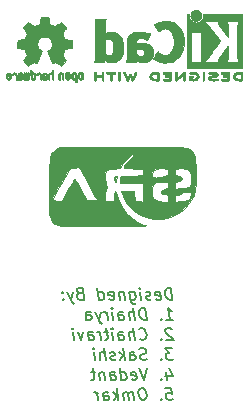
<source format=gbr>
%TF.GenerationSoftware,KiCad,Pcbnew,5.1.9-73d0e3b20d~88~ubuntu20.04.1*%
%TF.CreationDate,2021-03-20T23:45:23+05:30*%
%TF.ProjectId,ESP32-S2,45535033-322d-4533-922e-6b696361645f,rev?*%
%TF.SameCoordinates,Original*%
%TF.FileFunction,Legend,Bot*%
%TF.FilePolarity,Positive*%
%FSLAX46Y46*%
G04 Gerber Fmt 4.6, Leading zero omitted, Abs format (unit mm)*
G04 Created by KiCad (PCBNEW 5.1.9-73d0e3b20d~88~ubuntu20.04.1) date 2021-03-20 23:45:23*
%MOMM*%
%LPD*%
G01*
G04 APERTURE LIST*
%ADD10C,0.200000*%
%ADD11C,0.010000*%
G04 APERTURE END LIST*
D10*
X154805952Y-93502380D02*
X154680952Y-92502380D01*
X154442857Y-92502380D01*
X154305952Y-92550000D01*
X154222619Y-92645238D01*
X154186904Y-92740476D01*
X154163095Y-92930952D01*
X154180952Y-93073809D01*
X154252380Y-93264285D01*
X154311904Y-93359523D01*
X154419047Y-93454761D01*
X154567857Y-93502380D01*
X154805952Y-93502380D01*
X153419047Y-93454761D02*
X153520238Y-93502380D01*
X153710714Y-93502380D01*
X153800000Y-93454761D01*
X153835714Y-93359523D01*
X153788095Y-92978571D01*
X153728571Y-92883333D01*
X153627380Y-92835714D01*
X153436904Y-92835714D01*
X153347619Y-92883333D01*
X153311904Y-92978571D01*
X153323809Y-93073809D01*
X153811904Y-93169047D01*
X152990476Y-93454761D02*
X152901190Y-93502380D01*
X152710714Y-93502380D01*
X152609523Y-93454761D01*
X152550000Y-93359523D01*
X152544047Y-93311904D01*
X152579761Y-93216666D01*
X152669047Y-93169047D01*
X152811904Y-93169047D01*
X152901190Y-93121428D01*
X152936904Y-93026190D01*
X152930952Y-92978571D01*
X152871428Y-92883333D01*
X152770238Y-92835714D01*
X152627380Y-92835714D01*
X152538095Y-92883333D01*
X152139285Y-93502380D02*
X152055952Y-92835714D01*
X152014285Y-92502380D02*
X152067857Y-92550000D01*
X152026190Y-92597619D01*
X151972619Y-92550000D01*
X152014285Y-92502380D01*
X152026190Y-92597619D01*
X151151190Y-92835714D02*
X151252380Y-93645238D01*
X151311904Y-93740476D01*
X151365476Y-93788095D01*
X151466666Y-93835714D01*
X151609523Y-93835714D01*
X151698809Y-93788095D01*
X151228571Y-93454761D02*
X151329761Y-93502380D01*
X151520238Y-93502380D01*
X151609523Y-93454761D01*
X151651190Y-93407142D01*
X151686904Y-93311904D01*
X151651190Y-93026190D01*
X151591666Y-92930952D01*
X151538095Y-92883333D01*
X151436904Y-92835714D01*
X151246428Y-92835714D01*
X151157142Y-92883333D01*
X150675000Y-92835714D02*
X150758333Y-93502380D01*
X150686904Y-92930952D02*
X150633333Y-92883333D01*
X150532142Y-92835714D01*
X150389285Y-92835714D01*
X150300000Y-92883333D01*
X150264285Y-92978571D01*
X150329761Y-93502380D01*
X149466666Y-93454761D02*
X149567857Y-93502380D01*
X149758333Y-93502380D01*
X149847619Y-93454761D01*
X149883333Y-93359523D01*
X149835714Y-92978571D01*
X149776190Y-92883333D01*
X149675000Y-92835714D01*
X149484523Y-92835714D01*
X149395238Y-92883333D01*
X149359523Y-92978571D01*
X149371428Y-93073809D01*
X149859523Y-93169047D01*
X148567857Y-93502380D02*
X148442857Y-92502380D01*
X148561904Y-93454761D02*
X148663095Y-93502380D01*
X148853571Y-93502380D01*
X148942857Y-93454761D01*
X148984523Y-93407142D01*
X149020238Y-93311904D01*
X148984523Y-93026190D01*
X148925000Y-92930952D01*
X148871428Y-92883333D01*
X148770238Y-92835714D01*
X148579761Y-92835714D01*
X148490476Y-92883333D01*
X146930952Y-92978571D02*
X146794047Y-93026190D01*
X146752380Y-93073809D01*
X146716666Y-93169047D01*
X146734523Y-93311904D01*
X146794047Y-93407142D01*
X146847619Y-93454761D01*
X146948809Y-93502380D01*
X147329761Y-93502380D01*
X147204761Y-92502380D01*
X146871428Y-92502380D01*
X146782142Y-92550000D01*
X146740476Y-92597619D01*
X146704761Y-92692857D01*
X146716666Y-92788095D01*
X146776190Y-92883333D01*
X146829761Y-92930952D01*
X146930952Y-92978571D01*
X147264285Y-92978571D01*
X146341666Y-92835714D02*
X146186904Y-93502380D01*
X145865476Y-92835714D02*
X146186904Y-93502380D01*
X146311904Y-93740476D01*
X146365476Y-93788095D01*
X146466666Y-93835714D01*
X145555952Y-93407142D02*
X145514285Y-93454761D01*
X145567857Y-93502380D01*
X145609523Y-93454761D01*
X145555952Y-93407142D01*
X145567857Y-93502380D01*
X145490476Y-92883333D02*
X145448809Y-92930952D01*
X145502380Y-92978571D01*
X145544047Y-92930952D01*
X145490476Y-92883333D01*
X145502380Y-92978571D01*
X154282142Y-95202380D02*
X154853571Y-95202380D01*
X154567857Y-95202380D02*
X154442857Y-94202380D01*
X154555952Y-94345238D01*
X154663095Y-94440476D01*
X154764285Y-94488095D01*
X153841666Y-95107142D02*
X153800000Y-95154761D01*
X153853571Y-95202380D01*
X153895238Y-95154761D01*
X153841666Y-95107142D01*
X153853571Y-95202380D01*
X152615476Y-95202380D02*
X152490476Y-94202380D01*
X152252380Y-94202380D01*
X152115476Y-94250000D01*
X152032142Y-94345238D01*
X151996428Y-94440476D01*
X151972619Y-94630952D01*
X151990476Y-94773809D01*
X152061904Y-94964285D01*
X152121428Y-95059523D01*
X152228571Y-95154761D01*
X152377380Y-95202380D01*
X152615476Y-95202380D01*
X151615476Y-95202380D02*
X151490476Y-94202380D01*
X151186904Y-95202380D02*
X151121428Y-94678571D01*
X151157142Y-94583333D01*
X151246428Y-94535714D01*
X151389285Y-94535714D01*
X151490476Y-94583333D01*
X151544047Y-94630952D01*
X150282142Y-95202380D02*
X150216666Y-94678571D01*
X150252380Y-94583333D01*
X150341666Y-94535714D01*
X150532142Y-94535714D01*
X150633333Y-94583333D01*
X150276190Y-95154761D02*
X150377380Y-95202380D01*
X150615476Y-95202380D01*
X150704761Y-95154761D01*
X150740476Y-95059523D01*
X150728571Y-94964285D01*
X150669047Y-94869047D01*
X150567857Y-94821428D01*
X150329761Y-94821428D01*
X150228571Y-94773809D01*
X149805952Y-95202380D02*
X149722619Y-94535714D01*
X149680952Y-94202380D02*
X149734523Y-94250000D01*
X149692857Y-94297619D01*
X149639285Y-94250000D01*
X149680952Y-94202380D01*
X149692857Y-94297619D01*
X149329761Y-95202380D02*
X149246428Y-94535714D01*
X149270238Y-94726190D02*
X149210714Y-94630952D01*
X149157142Y-94583333D01*
X149055952Y-94535714D01*
X148960714Y-94535714D01*
X148722619Y-94535714D02*
X148567857Y-95202380D01*
X148246428Y-94535714D02*
X148567857Y-95202380D01*
X148692857Y-95440476D01*
X148746428Y-95488095D01*
X148847619Y-95535714D01*
X147520238Y-95202380D02*
X147454761Y-94678571D01*
X147490476Y-94583333D01*
X147579761Y-94535714D01*
X147770238Y-94535714D01*
X147871428Y-94583333D01*
X147514285Y-95154761D02*
X147615476Y-95202380D01*
X147853571Y-95202380D01*
X147942857Y-95154761D01*
X147978571Y-95059523D01*
X147966666Y-94964285D01*
X147907142Y-94869047D01*
X147805952Y-94821428D01*
X147567857Y-94821428D01*
X147466666Y-94773809D01*
X154740476Y-95997619D02*
X154686904Y-95950000D01*
X154585714Y-95902380D01*
X154347619Y-95902380D01*
X154258333Y-95950000D01*
X154216666Y-95997619D01*
X154180952Y-96092857D01*
X154192857Y-96188095D01*
X154258333Y-96330952D01*
X154901190Y-96902380D01*
X154282142Y-96902380D01*
X153841666Y-96807142D02*
X153800000Y-96854761D01*
X153853571Y-96902380D01*
X153895238Y-96854761D01*
X153841666Y-96807142D01*
X153853571Y-96902380D01*
X152032142Y-96807142D02*
X152085714Y-96854761D01*
X152234523Y-96902380D01*
X152329761Y-96902380D01*
X152466666Y-96854761D01*
X152550000Y-96759523D01*
X152585714Y-96664285D01*
X152609523Y-96473809D01*
X152591666Y-96330952D01*
X152520238Y-96140476D01*
X152460714Y-96045238D01*
X152353571Y-95950000D01*
X152204761Y-95902380D01*
X152109523Y-95902380D01*
X151972619Y-95950000D01*
X151930952Y-95997619D01*
X151615476Y-96902380D02*
X151490476Y-95902380D01*
X151186904Y-96902380D02*
X151121428Y-96378571D01*
X151157142Y-96283333D01*
X151246428Y-96235714D01*
X151389285Y-96235714D01*
X151490476Y-96283333D01*
X151544047Y-96330952D01*
X150282142Y-96902380D02*
X150216666Y-96378571D01*
X150252380Y-96283333D01*
X150341666Y-96235714D01*
X150532142Y-96235714D01*
X150633333Y-96283333D01*
X150276190Y-96854761D02*
X150377380Y-96902380D01*
X150615476Y-96902380D01*
X150704761Y-96854761D01*
X150740476Y-96759523D01*
X150728571Y-96664285D01*
X150669047Y-96569047D01*
X150567857Y-96521428D01*
X150329761Y-96521428D01*
X150228571Y-96473809D01*
X149805952Y-96902380D02*
X149722619Y-96235714D01*
X149680952Y-95902380D02*
X149734523Y-95950000D01*
X149692857Y-95997619D01*
X149639285Y-95950000D01*
X149680952Y-95902380D01*
X149692857Y-95997619D01*
X149389285Y-96235714D02*
X149008333Y-96235714D01*
X149204761Y-95902380D02*
X149311904Y-96759523D01*
X149276190Y-96854761D01*
X149186904Y-96902380D01*
X149091666Y-96902380D01*
X148758333Y-96902380D02*
X148675000Y-96235714D01*
X148698809Y-96426190D02*
X148639285Y-96330952D01*
X148585714Y-96283333D01*
X148484523Y-96235714D01*
X148389285Y-96235714D01*
X147710714Y-96902380D02*
X147645238Y-96378571D01*
X147680952Y-96283333D01*
X147770238Y-96235714D01*
X147960714Y-96235714D01*
X148061904Y-96283333D01*
X147704761Y-96854761D02*
X147805952Y-96902380D01*
X148044047Y-96902380D01*
X148133333Y-96854761D01*
X148169047Y-96759523D01*
X148157142Y-96664285D01*
X148097619Y-96569047D01*
X147996428Y-96521428D01*
X147758333Y-96521428D01*
X147657142Y-96473809D01*
X147246428Y-96235714D02*
X147091666Y-96902380D01*
X146770238Y-96235714D01*
X146472619Y-96902380D02*
X146389285Y-96235714D01*
X146347619Y-95902380D02*
X146401190Y-95950000D01*
X146359523Y-95997619D01*
X146305952Y-95950000D01*
X146347619Y-95902380D01*
X146359523Y-95997619D01*
X154776190Y-97602380D02*
X154157142Y-97602380D01*
X154538095Y-97983333D01*
X154395238Y-97983333D01*
X154305952Y-98030952D01*
X154264285Y-98078571D01*
X154228571Y-98173809D01*
X154258333Y-98411904D01*
X154317857Y-98507142D01*
X154371428Y-98554761D01*
X154472619Y-98602380D01*
X154758333Y-98602380D01*
X154847619Y-98554761D01*
X154889285Y-98507142D01*
X153841666Y-98507142D02*
X153800000Y-98554761D01*
X153853571Y-98602380D01*
X153895238Y-98554761D01*
X153841666Y-98507142D01*
X153853571Y-98602380D01*
X152657142Y-98554761D02*
X152520238Y-98602380D01*
X152282142Y-98602380D01*
X152180952Y-98554761D01*
X152127380Y-98507142D01*
X152067857Y-98411904D01*
X152055952Y-98316666D01*
X152091666Y-98221428D01*
X152133333Y-98173809D01*
X152222619Y-98126190D01*
X152407142Y-98078571D01*
X152496428Y-98030952D01*
X152538095Y-97983333D01*
X152573809Y-97888095D01*
X152561904Y-97792857D01*
X152502380Y-97697619D01*
X152448809Y-97650000D01*
X152347619Y-97602380D01*
X152109523Y-97602380D01*
X151972619Y-97650000D01*
X151234523Y-98602380D02*
X151169047Y-98078571D01*
X151204761Y-97983333D01*
X151294047Y-97935714D01*
X151484523Y-97935714D01*
X151585714Y-97983333D01*
X151228571Y-98554761D02*
X151329761Y-98602380D01*
X151567857Y-98602380D01*
X151657142Y-98554761D01*
X151692857Y-98459523D01*
X151680952Y-98364285D01*
X151621428Y-98269047D01*
X151520238Y-98221428D01*
X151282142Y-98221428D01*
X151180952Y-98173809D01*
X150758333Y-98602380D02*
X150633333Y-97602380D01*
X150615476Y-98221428D02*
X150377380Y-98602380D01*
X150294047Y-97935714D02*
X150722619Y-98316666D01*
X149990476Y-98554761D02*
X149901190Y-98602380D01*
X149710714Y-98602380D01*
X149609523Y-98554761D01*
X149550000Y-98459523D01*
X149544047Y-98411904D01*
X149579761Y-98316666D01*
X149669047Y-98269047D01*
X149811904Y-98269047D01*
X149901190Y-98221428D01*
X149936904Y-98126190D01*
X149930952Y-98078571D01*
X149871428Y-97983333D01*
X149770238Y-97935714D01*
X149627380Y-97935714D01*
X149538095Y-97983333D01*
X149139285Y-98602380D02*
X149014285Y-97602380D01*
X148710714Y-98602380D02*
X148645238Y-98078571D01*
X148680952Y-97983333D01*
X148770238Y-97935714D01*
X148913095Y-97935714D01*
X149014285Y-97983333D01*
X149067857Y-98030952D01*
X148234523Y-98602380D02*
X148151190Y-97935714D01*
X148109523Y-97602380D02*
X148163095Y-97650000D01*
X148121428Y-97697619D01*
X148067857Y-97650000D01*
X148109523Y-97602380D01*
X148121428Y-97697619D01*
X154294047Y-99635714D02*
X154377380Y-100302380D01*
X154484523Y-99254761D02*
X154811904Y-99969047D01*
X154192857Y-99969047D01*
X153841666Y-100207142D02*
X153800000Y-100254761D01*
X153853571Y-100302380D01*
X153895238Y-100254761D01*
X153841666Y-100207142D01*
X153853571Y-100302380D01*
X152633333Y-99302380D02*
X152425000Y-100302380D01*
X151966666Y-99302380D01*
X151371428Y-100254761D02*
X151472619Y-100302380D01*
X151663095Y-100302380D01*
X151752380Y-100254761D01*
X151788095Y-100159523D01*
X151740476Y-99778571D01*
X151680952Y-99683333D01*
X151579761Y-99635714D01*
X151389285Y-99635714D01*
X151300000Y-99683333D01*
X151264285Y-99778571D01*
X151276190Y-99873809D01*
X151764285Y-99969047D01*
X150472619Y-100302380D02*
X150347619Y-99302380D01*
X150466666Y-100254761D02*
X150567857Y-100302380D01*
X150758333Y-100302380D01*
X150847619Y-100254761D01*
X150889285Y-100207142D01*
X150925000Y-100111904D01*
X150889285Y-99826190D01*
X150829761Y-99730952D01*
X150776190Y-99683333D01*
X150675000Y-99635714D01*
X150484523Y-99635714D01*
X150395238Y-99683333D01*
X149567857Y-100302380D02*
X149502380Y-99778571D01*
X149538095Y-99683333D01*
X149627380Y-99635714D01*
X149817857Y-99635714D01*
X149919047Y-99683333D01*
X149561904Y-100254761D02*
X149663095Y-100302380D01*
X149901190Y-100302380D01*
X149990476Y-100254761D01*
X150026190Y-100159523D01*
X150014285Y-100064285D01*
X149954761Y-99969047D01*
X149853571Y-99921428D01*
X149615476Y-99921428D01*
X149514285Y-99873809D01*
X149008333Y-99635714D02*
X149091666Y-100302380D01*
X149020238Y-99730952D02*
X148966666Y-99683333D01*
X148865476Y-99635714D01*
X148722619Y-99635714D01*
X148633333Y-99683333D01*
X148597619Y-99778571D01*
X148663095Y-100302380D01*
X148246428Y-99635714D02*
X147865476Y-99635714D01*
X148061904Y-99302380D02*
X148169047Y-100159523D01*
X148133333Y-100254761D01*
X148044047Y-100302380D01*
X147948809Y-100302380D01*
X154204761Y-101002380D02*
X154680952Y-101002380D01*
X154788095Y-101478571D01*
X154734523Y-101430952D01*
X154633333Y-101383333D01*
X154395238Y-101383333D01*
X154305952Y-101430952D01*
X154264285Y-101478571D01*
X154228571Y-101573809D01*
X154258333Y-101811904D01*
X154317857Y-101907142D01*
X154371428Y-101954761D01*
X154472619Y-102002380D01*
X154710714Y-102002380D01*
X154800000Y-101954761D01*
X154841666Y-101907142D01*
X153841666Y-101907142D02*
X153800000Y-101954761D01*
X153853571Y-102002380D01*
X153895238Y-101954761D01*
X153841666Y-101907142D01*
X153853571Y-102002380D01*
X152300000Y-101002380D02*
X152109523Y-101002380D01*
X152020238Y-101050000D01*
X151936904Y-101145238D01*
X151913095Y-101335714D01*
X151954761Y-101669047D01*
X152026190Y-101859523D01*
X152133333Y-101954761D01*
X152234523Y-102002380D01*
X152425000Y-102002380D01*
X152514285Y-101954761D01*
X152597619Y-101859523D01*
X152621428Y-101669047D01*
X152579761Y-101335714D01*
X152508333Y-101145238D01*
X152401190Y-101050000D01*
X152300000Y-101002380D01*
X151567857Y-102002380D02*
X151484523Y-101335714D01*
X151496428Y-101430952D02*
X151442857Y-101383333D01*
X151341666Y-101335714D01*
X151198809Y-101335714D01*
X151109523Y-101383333D01*
X151073809Y-101478571D01*
X151139285Y-102002380D01*
X151073809Y-101478571D02*
X151014285Y-101383333D01*
X150913095Y-101335714D01*
X150770238Y-101335714D01*
X150680952Y-101383333D01*
X150645238Y-101478571D01*
X150710714Y-102002380D01*
X150234523Y-102002380D02*
X150109523Y-101002380D01*
X150091666Y-101621428D02*
X149853571Y-102002380D01*
X149770238Y-101335714D02*
X150198809Y-101716666D01*
X148996428Y-102002380D02*
X148930952Y-101478571D01*
X148966666Y-101383333D01*
X149055952Y-101335714D01*
X149246428Y-101335714D01*
X149347619Y-101383333D01*
X148990476Y-101954761D02*
X149091666Y-102002380D01*
X149329761Y-102002380D01*
X149419047Y-101954761D01*
X149454761Y-101859523D01*
X149442857Y-101764285D01*
X149383333Y-101669047D01*
X149282142Y-101621428D01*
X149044047Y-101621428D01*
X148942857Y-101573809D01*
X148520238Y-102002380D02*
X148436904Y-101335714D01*
X148460714Y-101526190D02*
X148401190Y-101430952D01*
X148347619Y-101383333D01*
X148246428Y-101335714D01*
X148151190Y-101335714D01*
D11*
G36*
X144940180Y-80772501D02*
G01*
X144783202Y-80876328D01*
X144657384Y-80984477D01*
X144559285Y-81116010D01*
X144485465Y-81289990D01*
X144432483Y-81525480D01*
X144396899Y-81841541D01*
X144375271Y-82257236D01*
X144364160Y-82791627D01*
X144360125Y-83463777D01*
X144359666Y-83988775D01*
X144360028Y-84697541D01*
X144362064Y-85257332D01*
X144367204Y-85688507D01*
X144376876Y-86011423D01*
X144392508Y-86246440D01*
X144415530Y-86413915D01*
X144447369Y-86534207D01*
X144489455Y-86627674D01*
X144543216Y-86714674D01*
X144551854Y-86727646D01*
X144642549Y-86861068D01*
X144730984Y-86972440D01*
X144832488Y-87063728D01*
X144962389Y-87136899D01*
X145136018Y-87193917D01*
X145368701Y-87236748D01*
X145675769Y-87267359D01*
X146072550Y-87287715D01*
X146574373Y-87299782D01*
X147196566Y-87305525D01*
X147954459Y-87306910D01*
X148863380Y-87305904D01*
X149058666Y-87305597D01*
X149947824Y-87304034D01*
X150680629Y-87301975D01*
X151270064Y-87298823D01*
X151729111Y-87293982D01*
X152070752Y-87286853D01*
X152307967Y-87276840D01*
X152453739Y-87263346D01*
X152521049Y-87245775D01*
X152522880Y-87223528D01*
X152472212Y-87196008D01*
X152382027Y-87162620D01*
X152356677Y-87153917D01*
X151823736Y-86928258D01*
X151369787Y-86628051D01*
X150941341Y-86223630D01*
X150518410Y-85689914D01*
X150237737Y-85131854D01*
X150107939Y-84681630D01*
X150034133Y-84422704D01*
X149963965Y-84331008D01*
X149903477Y-84404457D01*
X149858708Y-84640965D01*
X149847178Y-84771667D01*
X149820666Y-85152667D01*
X149074566Y-85152667D01*
X149075249Y-85072098D01*
X148423666Y-85072098D01*
X148347594Y-85094162D01*
X148152586Y-85099734D01*
X147989824Y-85093591D01*
X147555981Y-85068000D01*
X147053747Y-84181312D01*
X146857226Y-83836010D01*
X146691984Y-83548780D01*
X146575218Y-83349298D01*
X146524125Y-83267243D01*
X146523953Y-83267064D01*
X146474788Y-83325734D01*
X146360166Y-83505808D01*
X146196451Y-83780435D01*
X146000007Y-84122767D01*
X145970627Y-84174919D01*
X145444860Y-85110333D01*
X145029263Y-85110333D01*
X144790769Y-85098718D01*
X144641463Y-85069071D01*
X144615734Y-85046833D01*
X144656589Y-84956249D01*
X144768734Y-84743810D01*
X144938633Y-84434219D01*
X145152750Y-84052176D01*
X145369673Y-83671000D01*
X146121543Y-82358667D01*
X146497645Y-82333390D01*
X146873747Y-82308114D01*
X147648707Y-83666564D01*
X147893938Y-84098867D01*
X148107231Y-84479512D01*
X148275403Y-84784588D01*
X148385269Y-84990184D01*
X148423666Y-85072098D01*
X149075249Y-85072098D01*
X149078348Y-84707044D01*
X149099952Y-84427829D01*
X149150938Y-84206874D01*
X149188679Y-84133036D01*
X149252171Y-83988322D01*
X149200330Y-83796396D01*
X149198114Y-83791509D01*
X149141939Y-83583452D01*
X149106871Y-83290448D01*
X149101000Y-83121484D01*
X149133876Y-82783040D01*
X149248953Y-82564789D01*
X149470903Y-82445077D01*
X149824400Y-82402253D01*
X149921998Y-82401000D01*
X150190951Y-82391231D01*
X150346925Y-82346621D01*
X150445856Y-82244211D01*
X150489303Y-82168167D01*
X150630816Y-81963866D01*
X150853467Y-81712290D01*
X151124144Y-81443411D01*
X151409734Y-81187204D01*
X151677126Y-80973641D01*
X151893205Y-80832696D01*
X152009219Y-80792333D01*
X151988228Y-80837046D01*
X151858089Y-80953780D01*
X151665972Y-81102925D01*
X151423422Y-81307486D01*
X151176546Y-81556629D01*
X150952241Y-81817225D01*
X150777401Y-82056143D01*
X150678922Y-82240251D01*
X150673215Y-82325850D01*
X150772834Y-82358424D01*
X151001960Y-82383880D01*
X151320800Y-82398681D01*
X151518997Y-82401000D01*
X152318333Y-82401000D01*
X152318333Y-82988121D01*
X151365833Y-83012060D01*
X150413333Y-83036000D01*
X150386802Y-83311167D01*
X150360271Y-83586333D01*
X152318333Y-83586333D01*
X152318333Y-85204736D01*
X151958500Y-85178701D01*
X151598666Y-85152667D01*
X151547484Y-84263667D01*
X150437309Y-84263667D01*
X150494613Y-84496500D01*
X150675105Y-84947671D01*
X150980562Y-85409255D01*
X151375484Y-85837582D01*
X151824372Y-86188981D01*
X151916450Y-86245571D01*
X152567025Y-86535683D01*
X153245569Y-86674095D01*
X153928181Y-86668120D01*
X154590962Y-86525069D01*
X155210013Y-86252254D01*
X155761433Y-85856987D01*
X156221324Y-85346579D01*
X156517721Y-84837878D01*
X156605697Y-84641962D01*
X156382333Y-84641962D01*
X156318313Y-84902632D01*
X156121388Y-85077770D01*
X155784267Y-85171781D01*
X155472166Y-85191610D01*
X155027666Y-85195000D01*
X155027666Y-84898667D01*
X155041747Y-84699618D01*
X155113668Y-84617975D01*
X155284324Y-84602333D01*
X155491973Y-84562614D01*
X155589715Y-84475333D01*
X155708147Y-84382532D01*
X155975532Y-84348604D01*
X156010392Y-84348333D01*
X156240877Y-84355197D01*
X156348670Y-84400330D01*
X156380402Y-84520548D01*
X156382333Y-84641962D01*
X156605697Y-84641962D01*
X156606280Y-84640665D01*
X156670500Y-84469564D01*
X156714289Y-84292528D01*
X156741558Y-84077507D01*
X156756214Y-83792453D01*
X156762169Y-83405315D01*
X156762496Y-83258085D01*
X156382333Y-83258085D01*
X156377409Y-83567559D01*
X156352402Y-83754125D01*
X156291962Y-83864144D01*
X156180738Y-83943975D01*
X156149500Y-83961239D01*
X155926717Y-84036244D01*
X155625427Y-84083299D01*
X155472166Y-84090943D01*
X155027666Y-84094333D01*
X155027666Y-83798000D01*
X155044905Y-83595974D01*
X155117245Y-83513219D01*
X155207978Y-83501667D01*
X154435000Y-83501667D01*
X154435000Y-83792635D01*
X154418551Y-83991559D01*
X154336301Y-84079041D01*
X154160527Y-84110135D01*
X153936712Y-84180549D01*
X153843304Y-84307195D01*
X153873054Y-84447694D01*
X154018713Y-84559667D01*
X154244500Y-84601037D01*
X154374298Y-84628736D01*
X154427181Y-84741624D01*
X154435000Y-84898667D01*
X154435000Y-85195000D01*
X153974054Y-85195000D01*
X153654261Y-85175002D01*
X153431435Y-85101777D01*
X153281721Y-84995968D01*
X153150289Y-84864367D01*
X153083687Y-84722450D01*
X153063843Y-84511201D01*
X153067850Y-84297468D01*
X153108218Y-83928764D01*
X153216821Y-83690949D01*
X153421480Y-83558533D01*
X153750014Y-83506025D01*
X153936380Y-83501667D01*
X154435000Y-83501667D01*
X155207978Y-83501667D01*
X155218166Y-83500370D01*
X155470923Y-83449723D01*
X155602857Y-83330445D01*
X155608705Y-83185169D01*
X155483207Y-83056531D01*
X155280705Y-82993667D01*
X155084163Y-82950844D01*
X155010991Y-82866826D01*
X155014545Y-82705859D01*
X154435000Y-82705859D01*
X154419584Y-82901289D01*
X154343462Y-82979931D01*
X154185997Y-82993667D01*
X153990468Y-83019765D01*
X153884666Y-83078333D01*
X153775157Y-83129463D01*
X153560034Y-83159590D01*
X153450972Y-83163000D01*
X153217321Y-83157122D01*
X153110170Y-83117347D01*
X153086686Y-83010457D01*
X153096135Y-82887833D01*
X153197059Y-82627416D01*
X153432147Y-82456477D01*
X153787424Y-82382465D01*
X154036765Y-82386378D01*
X154277540Y-82412217D01*
X154394241Y-82463205D01*
X154431778Y-82575370D01*
X154435000Y-82705859D01*
X155014545Y-82705859D01*
X155014734Y-82697333D01*
X155042330Y-82510506D01*
X155067185Y-82419104D01*
X155157216Y-82405034D01*
X155365966Y-82393842D01*
X155571712Y-82389124D01*
X155937785Y-82407782D01*
X156176470Y-82492280D01*
X156313033Y-82669701D01*
X156372739Y-82967130D01*
X156382333Y-83258085D01*
X156762496Y-83258085D01*
X156763330Y-82884045D01*
X156763333Y-82824333D01*
X156760363Y-82237413D01*
X156746428Y-81793243D01*
X156713995Y-81465273D01*
X156655529Y-81226955D01*
X156563495Y-81051740D01*
X156430359Y-80913080D01*
X156248587Y-80784424D01*
X156193218Y-80750000D01*
X152233666Y-80750000D01*
X152191333Y-80792333D01*
X152149000Y-80750000D01*
X152191333Y-80707667D01*
X152233666Y-80750000D01*
X156193218Y-80750000D01*
X156170666Y-80735979D01*
X156111374Y-80704383D01*
X156036146Y-80677375D01*
X155932097Y-80654596D01*
X155786345Y-80635689D01*
X155586005Y-80620296D01*
X155318193Y-80608059D01*
X154970024Y-80598618D01*
X154528615Y-80591617D01*
X153981081Y-80586697D01*
X153314538Y-80583501D01*
X152516102Y-80581669D01*
X151572890Y-80580844D01*
X150582666Y-80580667D01*
X145248666Y-80580667D01*
X144940180Y-80772501D01*
G37*
X144940180Y-80772501D02*
X144783202Y-80876328D01*
X144657384Y-80984477D01*
X144559285Y-81116010D01*
X144485465Y-81289990D01*
X144432483Y-81525480D01*
X144396899Y-81841541D01*
X144375271Y-82257236D01*
X144364160Y-82791627D01*
X144360125Y-83463777D01*
X144359666Y-83988775D01*
X144360028Y-84697541D01*
X144362064Y-85257332D01*
X144367204Y-85688507D01*
X144376876Y-86011423D01*
X144392508Y-86246440D01*
X144415530Y-86413915D01*
X144447369Y-86534207D01*
X144489455Y-86627674D01*
X144543216Y-86714674D01*
X144551854Y-86727646D01*
X144642549Y-86861068D01*
X144730984Y-86972440D01*
X144832488Y-87063728D01*
X144962389Y-87136899D01*
X145136018Y-87193917D01*
X145368701Y-87236748D01*
X145675769Y-87267359D01*
X146072550Y-87287715D01*
X146574373Y-87299782D01*
X147196566Y-87305525D01*
X147954459Y-87306910D01*
X148863380Y-87305904D01*
X149058666Y-87305597D01*
X149947824Y-87304034D01*
X150680629Y-87301975D01*
X151270064Y-87298823D01*
X151729111Y-87293982D01*
X152070752Y-87286853D01*
X152307967Y-87276840D01*
X152453739Y-87263346D01*
X152521049Y-87245775D01*
X152522880Y-87223528D01*
X152472212Y-87196008D01*
X152382027Y-87162620D01*
X152356677Y-87153917D01*
X151823736Y-86928258D01*
X151369787Y-86628051D01*
X150941341Y-86223630D01*
X150518410Y-85689914D01*
X150237737Y-85131854D01*
X150107939Y-84681630D01*
X150034133Y-84422704D01*
X149963965Y-84331008D01*
X149903477Y-84404457D01*
X149858708Y-84640965D01*
X149847178Y-84771667D01*
X149820666Y-85152667D01*
X149074566Y-85152667D01*
X149075249Y-85072098D01*
X148423666Y-85072098D01*
X148347594Y-85094162D01*
X148152586Y-85099734D01*
X147989824Y-85093591D01*
X147555981Y-85068000D01*
X147053747Y-84181312D01*
X146857226Y-83836010D01*
X146691984Y-83548780D01*
X146575218Y-83349298D01*
X146524125Y-83267243D01*
X146523953Y-83267064D01*
X146474788Y-83325734D01*
X146360166Y-83505808D01*
X146196451Y-83780435D01*
X146000007Y-84122767D01*
X145970627Y-84174919D01*
X145444860Y-85110333D01*
X145029263Y-85110333D01*
X144790769Y-85098718D01*
X144641463Y-85069071D01*
X144615734Y-85046833D01*
X144656589Y-84956249D01*
X144768734Y-84743810D01*
X144938633Y-84434219D01*
X145152750Y-84052176D01*
X145369673Y-83671000D01*
X146121543Y-82358667D01*
X146497645Y-82333390D01*
X146873747Y-82308114D01*
X147648707Y-83666564D01*
X147893938Y-84098867D01*
X148107231Y-84479512D01*
X148275403Y-84784588D01*
X148385269Y-84990184D01*
X148423666Y-85072098D01*
X149075249Y-85072098D01*
X149078348Y-84707044D01*
X149099952Y-84427829D01*
X149150938Y-84206874D01*
X149188679Y-84133036D01*
X149252171Y-83988322D01*
X149200330Y-83796396D01*
X149198114Y-83791509D01*
X149141939Y-83583452D01*
X149106871Y-83290448D01*
X149101000Y-83121484D01*
X149133876Y-82783040D01*
X149248953Y-82564789D01*
X149470903Y-82445077D01*
X149824400Y-82402253D01*
X149921998Y-82401000D01*
X150190951Y-82391231D01*
X150346925Y-82346621D01*
X150445856Y-82244211D01*
X150489303Y-82168167D01*
X150630816Y-81963866D01*
X150853467Y-81712290D01*
X151124144Y-81443411D01*
X151409734Y-81187204D01*
X151677126Y-80973641D01*
X151893205Y-80832696D01*
X152009219Y-80792333D01*
X151988228Y-80837046D01*
X151858089Y-80953780D01*
X151665972Y-81102925D01*
X151423422Y-81307486D01*
X151176546Y-81556629D01*
X150952241Y-81817225D01*
X150777401Y-82056143D01*
X150678922Y-82240251D01*
X150673215Y-82325850D01*
X150772834Y-82358424D01*
X151001960Y-82383880D01*
X151320800Y-82398681D01*
X151518997Y-82401000D01*
X152318333Y-82401000D01*
X152318333Y-82988121D01*
X151365833Y-83012060D01*
X150413333Y-83036000D01*
X150386802Y-83311167D01*
X150360271Y-83586333D01*
X152318333Y-83586333D01*
X152318333Y-85204736D01*
X151958500Y-85178701D01*
X151598666Y-85152667D01*
X151547484Y-84263667D01*
X150437309Y-84263667D01*
X150494613Y-84496500D01*
X150675105Y-84947671D01*
X150980562Y-85409255D01*
X151375484Y-85837582D01*
X151824372Y-86188981D01*
X151916450Y-86245571D01*
X152567025Y-86535683D01*
X153245569Y-86674095D01*
X153928181Y-86668120D01*
X154590962Y-86525069D01*
X155210013Y-86252254D01*
X155761433Y-85856987D01*
X156221324Y-85346579D01*
X156517721Y-84837878D01*
X156605697Y-84641962D01*
X156382333Y-84641962D01*
X156318313Y-84902632D01*
X156121388Y-85077770D01*
X155784267Y-85171781D01*
X155472166Y-85191610D01*
X155027666Y-85195000D01*
X155027666Y-84898667D01*
X155041747Y-84699618D01*
X155113668Y-84617975D01*
X155284324Y-84602333D01*
X155491973Y-84562614D01*
X155589715Y-84475333D01*
X155708147Y-84382532D01*
X155975532Y-84348604D01*
X156010392Y-84348333D01*
X156240877Y-84355197D01*
X156348670Y-84400330D01*
X156380402Y-84520548D01*
X156382333Y-84641962D01*
X156605697Y-84641962D01*
X156606280Y-84640665D01*
X156670500Y-84469564D01*
X156714289Y-84292528D01*
X156741558Y-84077507D01*
X156756214Y-83792453D01*
X156762169Y-83405315D01*
X156762496Y-83258085D01*
X156382333Y-83258085D01*
X156377409Y-83567559D01*
X156352402Y-83754125D01*
X156291962Y-83864144D01*
X156180738Y-83943975D01*
X156149500Y-83961239D01*
X155926717Y-84036244D01*
X155625427Y-84083299D01*
X155472166Y-84090943D01*
X155027666Y-84094333D01*
X155027666Y-83798000D01*
X155044905Y-83595974D01*
X155117245Y-83513219D01*
X155207978Y-83501667D01*
X154435000Y-83501667D01*
X154435000Y-83792635D01*
X154418551Y-83991559D01*
X154336301Y-84079041D01*
X154160527Y-84110135D01*
X153936712Y-84180549D01*
X153843304Y-84307195D01*
X153873054Y-84447694D01*
X154018713Y-84559667D01*
X154244500Y-84601037D01*
X154374298Y-84628736D01*
X154427181Y-84741624D01*
X154435000Y-84898667D01*
X154435000Y-85195000D01*
X153974054Y-85195000D01*
X153654261Y-85175002D01*
X153431435Y-85101777D01*
X153281721Y-84995968D01*
X153150289Y-84864367D01*
X153083687Y-84722450D01*
X153063843Y-84511201D01*
X153067850Y-84297468D01*
X153108218Y-83928764D01*
X153216821Y-83690949D01*
X153421480Y-83558533D01*
X153750014Y-83506025D01*
X153936380Y-83501667D01*
X154435000Y-83501667D01*
X155207978Y-83501667D01*
X155218166Y-83500370D01*
X155470923Y-83449723D01*
X155602857Y-83330445D01*
X155608705Y-83185169D01*
X155483207Y-83056531D01*
X155280705Y-82993667D01*
X155084163Y-82950844D01*
X155010991Y-82866826D01*
X155014545Y-82705859D01*
X154435000Y-82705859D01*
X154419584Y-82901289D01*
X154343462Y-82979931D01*
X154185997Y-82993667D01*
X153990468Y-83019765D01*
X153884666Y-83078333D01*
X153775157Y-83129463D01*
X153560034Y-83159590D01*
X153450972Y-83163000D01*
X153217321Y-83157122D01*
X153110170Y-83117347D01*
X153086686Y-83010457D01*
X153096135Y-82887833D01*
X153197059Y-82627416D01*
X153432147Y-82456477D01*
X153787424Y-82382465D01*
X154036765Y-82386378D01*
X154277540Y-82412217D01*
X154394241Y-82463205D01*
X154431778Y-82575370D01*
X154435000Y-82705859D01*
X155014545Y-82705859D01*
X155014734Y-82697333D01*
X155042330Y-82510506D01*
X155067185Y-82419104D01*
X155157216Y-82405034D01*
X155365966Y-82393842D01*
X155571712Y-82389124D01*
X155937785Y-82407782D01*
X156176470Y-82492280D01*
X156313033Y-82669701D01*
X156372739Y-82967130D01*
X156382333Y-83258085D01*
X156762496Y-83258085D01*
X156763330Y-82884045D01*
X156763333Y-82824333D01*
X156760363Y-82237413D01*
X156746428Y-81793243D01*
X156713995Y-81465273D01*
X156655529Y-81226955D01*
X156563495Y-81051740D01*
X156430359Y-80913080D01*
X156248587Y-80784424D01*
X156193218Y-80750000D01*
X152233666Y-80750000D01*
X152191333Y-80792333D01*
X152149000Y-80750000D01*
X152191333Y-80707667D01*
X152233666Y-80750000D01*
X156193218Y-80750000D01*
X156170666Y-80735979D01*
X156111374Y-80704383D01*
X156036146Y-80677375D01*
X155932097Y-80654596D01*
X155786345Y-80635689D01*
X155586005Y-80620296D01*
X155318193Y-80608059D01*
X154970024Y-80598618D01*
X154528615Y-80591617D01*
X153981081Y-80586697D01*
X153314538Y-80583501D01*
X152516102Y-80581669D01*
X151572890Y-80580844D01*
X150582666Y-80580667D01*
X145248666Y-80580667D01*
X144940180Y-80772501D01*
G36*
X149990000Y-83047715D02*
G01*
X149896573Y-83158720D01*
X149863571Y-83339264D01*
X149900536Y-83499315D01*
X149938041Y-83538051D01*
X150013579Y-83505774D01*
X150063885Y-83394881D01*
X150111679Y-83150744D01*
X150082456Y-83042833D01*
X149990000Y-83047715D01*
G37*
X149990000Y-83047715D02*
X149896573Y-83158720D01*
X149863571Y-83339264D01*
X149900536Y-83499315D01*
X149938041Y-83538051D01*
X150013579Y-83505774D01*
X150063885Y-83394881D01*
X150111679Y-83150744D01*
X150082456Y-83042833D01*
X149990000Y-83047715D01*
G36*
X157396400Y-69439054D02*
G01*
X157385535Y-69552993D01*
X157353918Y-69660616D01*
X157303015Y-69759615D01*
X157234293Y-69847684D01*
X157149219Y-69922516D01*
X157052232Y-69980384D01*
X156945964Y-70020005D01*
X156838950Y-70038573D01*
X156733300Y-70037434D01*
X156631125Y-70017930D01*
X156534534Y-69981406D01*
X156445638Y-69929205D01*
X156366546Y-69862673D01*
X156299369Y-69783152D01*
X156246217Y-69691987D01*
X156209199Y-69590523D01*
X156190427Y-69480102D01*
X156188489Y-69430206D01*
X156188489Y-69342267D01*
X156136560Y-69342267D01*
X156100253Y-69345111D01*
X156073355Y-69356911D01*
X156046249Y-69380649D01*
X156007867Y-69419031D01*
X156007867Y-71610602D01*
X156007876Y-71872739D01*
X156007908Y-72113241D01*
X156007972Y-72333048D01*
X156008076Y-72533101D01*
X156008227Y-72714344D01*
X156008434Y-72877716D01*
X156008706Y-73024160D01*
X156009050Y-73154617D01*
X156009474Y-73270029D01*
X156009987Y-73371338D01*
X156010597Y-73459484D01*
X156011312Y-73535410D01*
X156012140Y-73600057D01*
X156013089Y-73654367D01*
X156014167Y-73699280D01*
X156015383Y-73735740D01*
X156016745Y-73764687D01*
X156018261Y-73787063D01*
X156019938Y-73803809D01*
X156021786Y-73815868D01*
X156023813Y-73824180D01*
X156026025Y-73829687D01*
X156027108Y-73831537D01*
X156031271Y-73838549D01*
X156034805Y-73844996D01*
X156038635Y-73850900D01*
X156043682Y-73856286D01*
X156050871Y-73861178D01*
X156061123Y-73865598D01*
X156075364Y-73869572D01*
X156094514Y-73873121D01*
X156119499Y-73876270D01*
X156151240Y-73879042D01*
X156190662Y-73881461D01*
X156238686Y-73883551D01*
X156296237Y-73885335D01*
X156364237Y-73886837D01*
X156443610Y-73888080D01*
X156535279Y-73889089D01*
X156640166Y-73889885D01*
X156759196Y-73890494D01*
X156893290Y-73890939D01*
X157043373Y-73891243D01*
X157210367Y-73891430D01*
X157395196Y-73891524D01*
X157598783Y-73891548D01*
X157822050Y-73891525D01*
X158065922Y-73891480D01*
X158331321Y-73891437D01*
X158369704Y-73891432D01*
X158636682Y-73891389D01*
X158882002Y-73891318D01*
X159106583Y-73891213D01*
X159311345Y-73891066D01*
X159497206Y-73890869D01*
X159665088Y-73890616D01*
X159815908Y-73890300D01*
X159950587Y-73889913D01*
X160070044Y-73889447D01*
X160175199Y-73888897D01*
X160266971Y-73888253D01*
X160346279Y-73887511D01*
X160414043Y-73886661D01*
X160471182Y-73885697D01*
X160518617Y-73884611D01*
X160557266Y-73883397D01*
X160588049Y-73882047D01*
X160611885Y-73880555D01*
X160629694Y-73878911D01*
X160642395Y-73877111D01*
X160650908Y-73875145D01*
X160655266Y-73873477D01*
X160663728Y-73869906D01*
X160671497Y-73867270D01*
X160678602Y-73864634D01*
X160685073Y-73861062D01*
X160690939Y-73855621D01*
X160696229Y-73847375D01*
X160700974Y-73835390D01*
X160705202Y-73818731D01*
X160708943Y-73796463D01*
X160712227Y-73767652D01*
X160715083Y-73731363D01*
X160717540Y-73686661D01*
X160719629Y-73632611D01*
X160721378Y-73568279D01*
X160722817Y-73492730D01*
X160723976Y-73405030D01*
X160724883Y-73304243D01*
X160725569Y-73189434D01*
X160726063Y-73059670D01*
X160726395Y-72914015D01*
X160726593Y-72751535D01*
X160726687Y-72571295D01*
X160726708Y-72372360D01*
X160726685Y-72153796D01*
X160726646Y-71914668D01*
X160726622Y-71654040D01*
X160726622Y-71611889D01*
X160726636Y-71348992D01*
X160726661Y-71107732D01*
X160726671Y-70887165D01*
X160726642Y-70686352D01*
X160726548Y-70504349D01*
X160726362Y-70340216D01*
X160726059Y-70193011D01*
X160725614Y-70061792D01*
X160725034Y-69951867D01*
X160422197Y-69951867D01*
X160382407Y-70009711D01*
X160371236Y-70025479D01*
X160361166Y-70039441D01*
X160352138Y-70052784D01*
X160344097Y-70066693D01*
X160336986Y-70082356D01*
X160330747Y-70100958D01*
X160325325Y-70123686D01*
X160320662Y-70151727D01*
X160316701Y-70186267D01*
X160313385Y-70228492D01*
X160310659Y-70279589D01*
X160308464Y-70340744D01*
X160306745Y-70413144D01*
X160305444Y-70497975D01*
X160304505Y-70596422D01*
X160303870Y-70709674D01*
X160303484Y-70838916D01*
X160303288Y-70985334D01*
X160303227Y-71150116D01*
X160303243Y-71334447D01*
X160303280Y-71539513D01*
X160303289Y-71662133D01*
X160303265Y-71879082D01*
X160303231Y-72074642D01*
X160303243Y-72249999D01*
X160303358Y-72406341D01*
X160303630Y-72544857D01*
X160304118Y-72666734D01*
X160304876Y-72773160D01*
X160305962Y-72865322D01*
X160307431Y-72944409D01*
X160309340Y-73011608D01*
X160311744Y-73068107D01*
X160314701Y-73115093D01*
X160318266Y-73153755D01*
X160322495Y-73185280D01*
X160327446Y-73210855D01*
X160333173Y-73231670D01*
X160339733Y-73248911D01*
X160347183Y-73263765D01*
X160355579Y-73277422D01*
X160364976Y-73291069D01*
X160375432Y-73305893D01*
X160381523Y-73314783D01*
X160420296Y-73372400D01*
X159888732Y-73372400D01*
X159765483Y-73372365D01*
X159662987Y-73372215D01*
X159579420Y-73371878D01*
X159512956Y-73371286D01*
X159461771Y-73370367D01*
X159424041Y-73369051D01*
X159397940Y-73367269D01*
X159381644Y-73364951D01*
X159373328Y-73362026D01*
X159371168Y-73358424D01*
X159373339Y-73354075D01*
X159374535Y-73352645D01*
X159399685Y-73315573D01*
X159425583Y-73262772D01*
X159449192Y-73200770D01*
X159457461Y-73174357D01*
X159462078Y-73156416D01*
X159465979Y-73135355D01*
X159469248Y-73109089D01*
X159471966Y-73075532D01*
X159474215Y-73032599D01*
X159476077Y-72978204D01*
X159477636Y-72910262D01*
X159478972Y-72826688D01*
X159480169Y-72725395D01*
X159481308Y-72604300D01*
X159481685Y-72559600D01*
X159482702Y-72434449D01*
X159483460Y-72330082D01*
X159483903Y-72244707D01*
X159483970Y-72176533D01*
X159483605Y-72123765D01*
X159482748Y-72084614D01*
X159481341Y-72057285D01*
X159479325Y-72039986D01*
X159476643Y-72030926D01*
X159473236Y-72028312D01*
X159469044Y-72030351D01*
X159464571Y-72034667D01*
X159454216Y-72047602D01*
X159432158Y-72076676D01*
X159399957Y-72119759D01*
X159359174Y-72174718D01*
X159311370Y-72239423D01*
X159258105Y-72311742D01*
X159200940Y-72389544D01*
X159141437Y-72470698D01*
X159081155Y-72553072D01*
X159021655Y-72634536D01*
X158964498Y-72712957D01*
X158911245Y-72786204D01*
X158863457Y-72852147D01*
X158822693Y-72908654D01*
X158790516Y-72953593D01*
X158768485Y-72984834D01*
X158763917Y-72991466D01*
X158740996Y-73028369D01*
X158714188Y-73076359D01*
X158688789Y-73125897D01*
X158685568Y-73132577D01*
X158663890Y-73180772D01*
X158651304Y-73218334D01*
X158645574Y-73254160D01*
X158644456Y-73296200D01*
X158645090Y-73372400D01*
X157490651Y-73372400D01*
X157581815Y-73278669D01*
X157628612Y-73228775D01*
X157678899Y-73172295D01*
X157724944Y-73118026D01*
X157745369Y-73092673D01*
X157775807Y-73053128D01*
X157815862Y-72999916D01*
X157864361Y-72934667D01*
X157920135Y-72859011D01*
X157982011Y-72774577D01*
X158048819Y-72682994D01*
X158119387Y-72585892D01*
X158192545Y-72484901D01*
X158267121Y-72381650D01*
X158341944Y-72277768D01*
X158415843Y-72174885D01*
X158487646Y-72074631D01*
X158556184Y-71978636D01*
X158620284Y-71888527D01*
X158678775Y-71805936D01*
X158730486Y-71732492D01*
X158774247Y-71669824D01*
X158808885Y-71619561D01*
X158833230Y-71583334D01*
X158846111Y-71562771D01*
X158847869Y-71558668D01*
X158839910Y-71547342D01*
X158819115Y-71520162D01*
X158786847Y-71478829D01*
X158744470Y-71425044D01*
X158693347Y-71360506D01*
X158634841Y-71286918D01*
X158570314Y-71205978D01*
X158501131Y-71119388D01*
X158428653Y-71028848D01*
X158354246Y-70936060D01*
X158294517Y-70861702D01*
X157283511Y-70861702D01*
X157277602Y-70874659D01*
X157263272Y-70896908D01*
X157262225Y-70898391D01*
X157243438Y-70928544D01*
X157223791Y-70965375D01*
X157219892Y-70973511D01*
X157216356Y-70981940D01*
X157213230Y-70992059D01*
X157210486Y-71005260D01*
X157208092Y-71022938D01*
X157206019Y-71046484D01*
X157204235Y-71077293D01*
X157202712Y-71116757D01*
X157201419Y-71166269D01*
X157200326Y-71227223D01*
X157199403Y-71301011D01*
X157198619Y-71389028D01*
X157197945Y-71492665D01*
X157197350Y-71613316D01*
X157196805Y-71752374D01*
X157196279Y-71911232D01*
X157195745Y-72090089D01*
X157195206Y-72275207D01*
X157194772Y-72439145D01*
X157194509Y-72583303D01*
X157194484Y-72709079D01*
X157194765Y-72817871D01*
X157195419Y-72911077D01*
X157196514Y-72990097D01*
X157198118Y-73056328D01*
X157200297Y-73111170D01*
X157203119Y-73156021D01*
X157206651Y-73192278D01*
X157210961Y-73221341D01*
X157216117Y-73244609D01*
X157222185Y-73263479D01*
X157229233Y-73279351D01*
X157237329Y-73293622D01*
X157246540Y-73307691D01*
X157255040Y-73320158D01*
X157272176Y-73346452D01*
X157282322Y-73364037D01*
X157283511Y-73367257D01*
X157272604Y-73368334D01*
X157241411Y-73369335D01*
X157192223Y-73370235D01*
X157127333Y-73371010D01*
X157049030Y-73371637D01*
X156959607Y-73372091D01*
X156861356Y-73372349D01*
X156792445Y-73372400D01*
X156687452Y-73372180D01*
X156590610Y-73371548D01*
X156504107Y-73370549D01*
X156430132Y-73369227D01*
X156370874Y-73367626D01*
X156328520Y-73365791D01*
X156305260Y-73363765D01*
X156301378Y-73362493D01*
X156309076Y-73347591D01*
X156317074Y-73339560D01*
X156330246Y-73322434D01*
X156347485Y-73292183D01*
X156359407Y-73267622D01*
X156386045Y-73208711D01*
X156389120Y-72031845D01*
X156392195Y-70854978D01*
X156837853Y-70854978D01*
X156935670Y-70855142D01*
X157026064Y-70855611D01*
X157106630Y-70856347D01*
X157174962Y-70857316D01*
X157228656Y-70858480D01*
X157265305Y-70859803D01*
X157282504Y-70861249D01*
X157283511Y-70861702D01*
X158294517Y-70861702D01*
X158279270Y-70842722D01*
X158205090Y-70750537D01*
X158133069Y-70661204D01*
X158064569Y-70576424D01*
X158000955Y-70497898D01*
X157943588Y-70427326D01*
X157893833Y-70366409D01*
X157853052Y-70316847D01*
X157835888Y-70296178D01*
X157749596Y-70195516D01*
X157672997Y-70112259D01*
X157604183Y-70044438D01*
X157541248Y-69990089D01*
X157531867Y-69982722D01*
X157492356Y-69952117D01*
X158624116Y-69951867D01*
X158618827Y-69999844D01*
X158622130Y-70057188D01*
X158643661Y-70125463D01*
X158683635Y-70205212D01*
X158728943Y-70277495D01*
X158745161Y-70300140D01*
X158773214Y-70337696D01*
X158811430Y-70388021D01*
X158858137Y-70448973D01*
X158911661Y-70518411D01*
X158970331Y-70594194D01*
X159032475Y-70674180D01*
X159096421Y-70756228D01*
X159160495Y-70838196D01*
X159223027Y-70917943D01*
X159282343Y-70993327D01*
X159336771Y-71062207D01*
X159384639Y-71122442D01*
X159424275Y-71171889D01*
X159454006Y-71208408D01*
X159472161Y-71229858D01*
X159475220Y-71233156D01*
X159478079Y-71225149D01*
X159480293Y-71194855D01*
X159481857Y-71142556D01*
X159482767Y-71068531D01*
X159483020Y-70973063D01*
X159482613Y-70856434D01*
X159481704Y-70736445D01*
X159480382Y-70604333D01*
X159478857Y-70492594D01*
X159476881Y-70399025D01*
X159474206Y-70321419D01*
X159470582Y-70257574D01*
X159465761Y-70205283D01*
X159459494Y-70162344D01*
X159451532Y-70126551D01*
X159441627Y-70095700D01*
X159429531Y-70067586D01*
X159414993Y-70040005D01*
X159400311Y-70014966D01*
X159362314Y-69951867D01*
X160422197Y-69951867D01*
X160725034Y-69951867D01*
X160725001Y-69945617D01*
X160724195Y-69843544D01*
X160723170Y-69754633D01*
X160721900Y-69677941D01*
X160720360Y-69612527D01*
X160718524Y-69557449D01*
X160716367Y-69511765D01*
X160713863Y-69474534D01*
X160710987Y-69444813D01*
X160707713Y-69421662D01*
X160704015Y-69404139D01*
X160699869Y-69391301D01*
X160695247Y-69382208D01*
X160690126Y-69375918D01*
X160684478Y-69371488D01*
X160678279Y-69367978D01*
X160671504Y-69364445D01*
X160665508Y-69360876D01*
X160660275Y-69358300D01*
X160652099Y-69355972D01*
X160639886Y-69353878D01*
X160622541Y-69352007D01*
X160598969Y-69350347D01*
X160568077Y-69348884D01*
X160528768Y-69347608D01*
X160479950Y-69346504D01*
X160420527Y-69345561D01*
X160349404Y-69344767D01*
X160265488Y-69344109D01*
X160167683Y-69343575D01*
X160054894Y-69343153D01*
X159926029Y-69342829D01*
X159779991Y-69342592D01*
X159615686Y-69342430D01*
X159432020Y-69342330D01*
X159227897Y-69342280D01*
X159016753Y-69342267D01*
X157396400Y-69342267D01*
X157396400Y-69439054D01*
G37*
X157396400Y-69439054D02*
X157385535Y-69552993D01*
X157353918Y-69660616D01*
X157303015Y-69759615D01*
X157234293Y-69847684D01*
X157149219Y-69922516D01*
X157052232Y-69980384D01*
X156945964Y-70020005D01*
X156838950Y-70038573D01*
X156733300Y-70037434D01*
X156631125Y-70017930D01*
X156534534Y-69981406D01*
X156445638Y-69929205D01*
X156366546Y-69862673D01*
X156299369Y-69783152D01*
X156246217Y-69691987D01*
X156209199Y-69590523D01*
X156190427Y-69480102D01*
X156188489Y-69430206D01*
X156188489Y-69342267D01*
X156136560Y-69342267D01*
X156100253Y-69345111D01*
X156073355Y-69356911D01*
X156046249Y-69380649D01*
X156007867Y-69419031D01*
X156007867Y-71610602D01*
X156007876Y-71872739D01*
X156007908Y-72113241D01*
X156007972Y-72333048D01*
X156008076Y-72533101D01*
X156008227Y-72714344D01*
X156008434Y-72877716D01*
X156008706Y-73024160D01*
X156009050Y-73154617D01*
X156009474Y-73270029D01*
X156009987Y-73371338D01*
X156010597Y-73459484D01*
X156011312Y-73535410D01*
X156012140Y-73600057D01*
X156013089Y-73654367D01*
X156014167Y-73699280D01*
X156015383Y-73735740D01*
X156016745Y-73764687D01*
X156018261Y-73787063D01*
X156019938Y-73803809D01*
X156021786Y-73815868D01*
X156023813Y-73824180D01*
X156026025Y-73829687D01*
X156027108Y-73831537D01*
X156031271Y-73838549D01*
X156034805Y-73844996D01*
X156038635Y-73850900D01*
X156043682Y-73856286D01*
X156050871Y-73861178D01*
X156061123Y-73865598D01*
X156075364Y-73869572D01*
X156094514Y-73873121D01*
X156119499Y-73876270D01*
X156151240Y-73879042D01*
X156190662Y-73881461D01*
X156238686Y-73883551D01*
X156296237Y-73885335D01*
X156364237Y-73886837D01*
X156443610Y-73888080D01*
X156535279Y-73889089D01*
X156640166Y-73889885D01*
X156759196Y-73890494D01*
X156893290Y-73890939D01*
X157043373Y-73891243D01*
X157210367Y-73891430D01*
X157395196Y-73891524D01*
X157598783Y-73891548D01*
X157822050Y-73891525D01*
X158065922Y-73891480D01*
X158331321Y-73891437D01*
X158369704Y-73891432D01*
X158636682Y-73891389D01*
X158882002Y-73891318D01*
X159106583Y-73891213D01*
X159311345Y-73891066D01*
X159497206Y-73890869D01*
X159665088Y-73890616D01*
X159815908Y-73890300D01*
X159950587Y-73889913D01*
X160070044Y-73889447D01*
X160175199Y-73888897D01*
X160266971Y-73888253D01*
X160346279Y-73887511D01*
X160414043Y-73886661D01*
X160471182Y-73885697D01*
X160518617Y-73884611D01*
X160557266Y-73883397D01*
X160588049Y-73882047D01*
X160611885Y-73880555D01*
X160629694Y-73878911D01*
X160642395Y-73877111D01*
X160650908Y-73875145D01*
X160655266Y-73873477D01*
X160663728Y-73869906D01*
X160671497Y-73867270D01*
X160678602Y-73864634D01*
X160685073Y-73861062D01*
X160690939Y-73855621D01*
X160696229Y-73847375D01*
X160700974Y-73835390D01*
X160705202Y-73818731D01*
X160708943Y-73796463D01*
X160712227Y-73767652D01*
X160715083Y-73731363D01*
X160717540Y-73686661D01*
X160719629Y-73632611D01*
X160721378Y-73568279D01*
X160722817Y-73492730D01*
X160723976Y-73405030D01*
X160724883Y-73304243D01*
X160725569Y-73189434D01*
X160726063Y-73059670D01*
X160726395Y-72914015D01*
X160726593Y-72751535D01*
X160726687Y-72571295D01*
X160726708Y-72372360D01*
X160726685Y-72153796D01*
X160726646Y-71914668D01*
X160726622Y-71654040D01*
X160726622Y-71611889D01*
X160726636Y-71348992D01*
X160726661Y-71107732D01*
X160726671Y-70887165D01*
X160726642Y-70686352D01*
X160726548Y-70504349D01*
X160726362Y-70340216D01*
X160726059Y-70193011D01*
X160725614Y-70061792D01*
X160725034Y-69951867D01*
X160422197Y-69951867D01*
X160382407Y-70009711D01*
X160371236Y-70025479D01*
X160361166Y-70039441D01*
X160352138Y-70052784D01*
X160344097Y-70066693D01*
X160336986Y-70082356D01*
X160330747Y-70100958D01*
X160325325Y-70123686D01*
X160320662Y-70151727D01*
X160316701Y-70186267D01*
X160313385Y-70228492D01*
X160310659Y-70279589D01*
X160308464Y-70340744D01*
X160306745Y-70413144D01*
X160305444Y-70497975D01*
X160304505Y-70596422D01*
X160303870Y-70709674D01*
X160303484Y-70838916D01*
X160303288Y-70985334D01*
X160303227Y-71150116D01*
X160303243Y-71334447D01*
X160303280Y-71539513D01*
X160303289Y-71662133D01*
X160303265Y-71879082D01*
X160303231Y-72074642D01*
X160303243Y-72249999D01*
X160303358Y-72406341D01*
X160303630Y-72544857D01*
X160304118Y-72666734D01*
X160304876Y-72773160D01*
X160305962Y-72865322D01*
X160307431Y-72944409D01*
X160309340Y-73011608D01*
X160311744Y-73068107D01*
X160314701Y-73115093D01*
X160318266Y-73153755D01*
X160322495Y-73185280D01*
X160327446Y-73210855D01*
X160333173Y-73231670D01*
X160339733Y-73248911D01*
X160347183Y-73263765D01*
X160355579Y-73277422D01*
X160364976Y-73291069D01*
X160375432Y-73305893D01*
X160381523Y-73314783D01*
X160420296Y-73372400D01*
X159888732Y-73372400D01*
X159765483Y-73372365D01*
X159662987Y-73372215D01*
X159579420Y-73371878D01*
X159512956Y-73371286D01*
X159461771Y-73370367D01*
X159424041Y-73369051D01*
X159397940Y-73367269D01*
X159381644Y-73364951D01*
X159373328Y-73362026D01*
X159371168Y-73358424D01*
X159373339Y-73354075D01*
X159374535Y-73352645D01*
X159399685Y-73315573D01*
X159425583Y-73262772D01*
X159449192Y-73200770D01*
X159457461Y-73174357D01*
X159462078Y-73156416D01*
X159465979Y-73135355D01*
X159469248Y-73109089D01*
X159471966Y-73075532D01*
X159474215Y-73032599D01*
X159476077Y-72978204D01*
X159477636Y-72910262D01*
X159478972Y-72826688D01*
X159480169Y-72725395D01*
X159481308Y-72604300D01*
X159481685Y-72559600D01*
X159482702Y-72434449D01*
X159483460Y-72330082D01*
X159483903Y-72244707D01*
X159483970Y-72176533D01*
X159483605Y-72123765D01*
X159482748Y-72084614D01*
X159481341Y-72057285D01*
X159479325Y-72039986D01*
X159476643Y-72030926D01*
X159473236Y-72028312D01*
X159469044Y-72030351D01*
X159464571Y-72034667D01*
X159454216Y-72047602D01*
X159432158Y-72076676D01*
X159399957Y-72119759D01*
X159359174Y-72174718D01*
X159311370Y-72239423D01*
X159258105Y-72311742D01*
X159200940Y-72389544D01*
X159141437Y-72470698D01*
X159081155Y-72553072D01*
X159021655Y-72634536D01*
X158964498Y-72712957D01*
X158911245Y-72786204D01*
X158863457Y-72852147D01*
X158822693Y-72908654D01*
X158790516Y-72953593D01*
X158768485Y-72984834D01*
X158763917Y-72991466D01*
X158740996Y-73028369D01*
X158714188Y-73076359D01*
X158688789Y-73125897D01*
X158685568Y-73132577D01*
X158663890Y-73180772D01*
X158651304Y-73218334D01*
X158645574Y-73254160D01*
X158644456Y-73296200D01*
X158645090Y-73372400D01*
X157490651Y-73372400D01*
X157581815Y-73278669D01*
X157628612Y-73228775D01*
X157678899Y-73172295D01*
X157724944Y-73118026D01*
X157745369Y-73092673D01*
X157775807Y-73053128D01*
X157815862Y-72999916D01*
X157864361Y-72934667D01*
X157920135Y-72859011D01*
X157982011Y-72774577D01*
X158048819Y-72682994D01*
X158119387Y-72585892D01*
X158192545Y-72484901D01*
X158267121Y-72381650D01*
X158341944Y-72277768D01*
X158415843Y-72174885D01*
X158487646Y-72074631D01*
X158556184Y-71978636D01*
X158620284Y-71888527D01*
X158678775Y-71805936D01*
X158730486Y-71732492D01*
X158774247Y-71669824D01*
X158808885Y-71619561D01*
X158833230Y-71583334D01*
X158846111Y-71562771D01*
X158847869Y-71558668D01*
X158839910Y-71547342D01*
X158819115Y-71520162D01*
X158786847Y-71478829D01*
X158744470Y-71425044D01*
X158693347Y-71360506D01*
X158634841Y-71286918D01*
X158570314Y-71205978D01*
X158501131Y-71119388D01*
X158428653Y-71028848D01*
X158354246Y-70936060D01*
X158294517Y-70861702D01*
X157283511Y-70861702D01*
X157277602Y-70874659D01*
X157263272Y-70896908D01*
X157262225Y-70898391D01*
X157243438Y-70928544D01*
X157223791Y-70965375D01*
X157219892Y-70973511D01*
X157216356Y-70981940D01*
X157213230Y-70992059D01*
X157210486Y-71005260D01*
X157208092Y-71022938D01*
X157206019Y-71046484D01*
X157204235Y-71077293D01*
X157202712Y-71116757D01*
X157201419Y-71166269D01*
X157200326Y-71227223D01*
X157199403Y-71301011D01*
X157198619Y-71389028D01*
X157197945Y-71492665D01*
X157197350Y-71613316D01*
X157196805Y-71752374D01*
X157196279Y-71911232D01*
X157195745Y-72090089D01*
X157195206Y-72275207D01*
X157194772Y-72439145D01*
X157194509Y-72583303D01*
X157194484Y-72709079D01*
X157194765Y-72817871D01*
X157195419Y-72911077D01*
X157196514Y-72990097D01*
X157198118Y-73056328D01*
X157200297Y-73111170D01*
X157203119Y-73156021D01*
X157206651Y-73192278D01*
X157210961Y-73221341D01*
X157216117Y-73244609D01*
X157222185Y-73263479D01*
X157229233Y-73279351D01*
X157237329Y-73293622D01*
X157246540Y-73307691D01*
X157255040Y-73320158D01*
X157272176Y-73346452D01*
X157282322Y-73364037D01*
X157283511Y-73367257D01*
X157272604Y-73368334D01*
X157241411Y-73369335D01*
X157192223Y-73370235D01*
X157127333Y-73371010D01*
X157049030Y-73371637D01*
X156959607Y-73372091D01*
X156861356Y-73372349D01*
X156792445Y-73372400D01*
X156687452Y-73372180D01*
X156590610Y-73371548D01*
X156504107Y-73370549D01*
X156430132Y-73369227D01*
X156370874Y-73367626D01*
X156328520Y-73365791D01*
X156305260Y-73363765D01*
X156301378Y-73362493D01*
X156309076Y-73347591D01*
X156317074Y-73339560D01*
X156330246Y-73322434D01*
X156347485Y-73292183D01*
X156359407Y-73267622D01*
X156386045Y-73208711D01*
X156389120Y-72031845D01*
X156392195Y-70854978D01*
X156837853Y-70854978D01*
X156935670Y-70855142D01*
X157026064Y-70855611D01*
X157106630Y-70856347D01*
X157174962Y-70857316D01*
X157228656Y-70858480D01*
X157265305Y-70859803D01*
X157282504Y-70861249D01*
X157283511Y-70861702D01*
X158294517Y-70861702D01*
X158279270Y-70842722D01*
X158205090Y-70750537D01*
X158133069Y-70661204D01*
X158064569Y-70576424D01*
X158000955Y-70497898D01*
X157943588Y-70427326D01*
X157893833Y-70366409D01*
X157853052Y-70316847D01*
X157835888Y-70296178D01*
X157749596Y-70195516D01*
X157672997Y-70112259D01*
X157604183Y-70044438D01*
X157541248Y-69990089D01*
X157531867Y-69982722D01*
X157492356Y-69952117D01*
X158624116Y-69951867D01*
X158618827Y-69999844D01*
X158622130Y-70057188D01*
X158643661Y-70125463D01*
X158683635Y-70205212D01*
X158728943Y-70277495D01*
X158745161Y-70300140D01*
X158773214Y-70337696D01*
X158811430Y-70388021D01*
X158858137Y-70448973D01*
X158911661Y-70518411D01*
X158970331Y-70594194D01*
X159032475Y-70674180D01*
X159096421Y-70756228D01*
X159160495Y-70838196D01*
X159223027Y-70917943D01*
X159282343Y-70993327D01*
X159336771Y-71062207D01*
X159384639Y-71122442D01*
X159424275Y-71171889D01*
X159454006Y-71208408D01*
X159472161Y-71229858D01*
X159475220Y-71233156D01*
X159478079Y-71225149D01*
X159480293Y-71194855D01*
X159481857Y-71142556D01*
X159482767Y-71068531D01*
X159483020Y-70973063D01*
X159482613Y-70856434D01*
X159481704Y-70736445D01*
X159480382Y-70604333D01*
X159478857Y-70492594D01*
X159476881Y-70399025D01*
X159474206Y-70321419D01*
X159470582Y-70257574D01*
X159465761Y-70205283D01*
X159459494Y-70162344D01*
X159451532Y-70126551D01*
X159441627Y-70095700D01*
X159429531Y-70067586D01*
X159414993Y-70040005D01*
X159400311Y-70014966D01*
X159362314Y-69951867D01*
X160422197Y-69951867D01*
X160725034Y-69951867D01*
X160725001Y-69945617D01*
X160724195Y-69843544D01*
X160723170Y-69754633D01*
X160721900Y-69677941D01*
X160720360Y-69612527D01*
X160718524Y-69557449D01*
X160716367Y-69511765D01*
X160713863Y-69474534D01*
X160710987Y-69444813D01*
X160707713Y-69421662D01*
X160704015Y-69404139D01*
X160699869Y-69391301D01*
X160695247Y-69382208D01*
X160690126Y-69375918D01*
X160684478Y-69371488D01*
X160678279Y-69367978D01*
X160671504Y-69364445D01*
X160665508Y-69360876D01*
X160660275Y-69358300D01*
X160652099Y-69355972D01*
X160639886Y-69353878D01*
X160622541Y-69352007D01*
X160598969Y-69350347D01*
X160568077Y-69348884D01*
X160528768Y-69347608D01*
X160479950Y-69346504D01*
X160420527Y-69345561D01*
X160349404Y-69344767D01*
X160265488Y-69344109D01*
X160167683Y-69343575D01*
X160054894Y-69343153D01*
X159926029Y-69342829D01*
X159779991Y-69342592D01*
X159615686Y-69342430D01*
X159432020Y-69342330D01*
X159227897Y-69342280D01*
X159016753Y-69342267D01*
X157396400Y-69342267D01*
X157396400Y-69439054D01*
G36*
X154121571Y-69899071D02*
G01*
X153961430Y-69920245D01*
X153797490Y-69960385D01*
X153627687Y-70019889D01*
X153449957Y-70099154D01*
X153438690Y-70104699D01*
X153380995Y-70132725D01*
X153329448Y-70156802D01*
X153287809Y-70175249D01*
X153259838Y-70186386D01*
X153250267Y-70188933D01*
X153231050Y-70193941D01*
X153226439Y-70198147D01*
X153231542Y-70208580D01*
X153247582Y-70234868D01*
X153272712Y-70274257D01*
X153305086Y-70323991D01*
X153342857Y-70381315D01*
X153384178Y-70443476D01*
X153427202Y-70507718D01*
X153470083Y-70571285D01*
X153510974Y-70631425D01*
X153548029Y-70685380D01*
X153579400Y-70730397D01*
X153603241Y-70763721D01*
X153617706Y-70782597D01*
X153619691Y-70784787D01*
X153629809Y-70780138D01*
X153652150Y-70762962D01*
X153682720Y-70736440D01*
X153698464Y-70721964D01*
X153794953Y-70646682D01*
X153901664Y-70591241D01*
X154017168Y-70556141D01*
X154140038Y-70541880D01*
X154209439Y-70543051D01*
X154330577Y-70560212D01*
X154439795Y-70596094D01*
X154537418Y-70650959D01*
X154623772Y-70725070D01*
X154699185Y-70818688D01*
X154763982Y-70932076D01*
X154801399Y-71018667D01*
X154845252Y-71154366D01*
X154877572Y-71301850D01*
X154898443Y-71457314D01*
X154907949Y-71616956D01*
X154906173Y-71776973D01*
X154893197Y-71933561D01*
X154869106Y-72082918D01*
X154833982Y-72221240D01*
X154787908Y-72344724D01*
X154771627Y-72378978D01*
X154703380Y-72493064D01*
X154622921Y-72589557D01*
X154531430Y-72667670D01*
X154430089Y-72726617D01*
X154320080Y-72765612D01*
X154202585Y-72783868D01*
X154161117Y-72785211D01*
X154039559Y-72774290D01*
X153919122Y-72741474D01*
X153801334Y-72687439D01*
X153687723Y-72612865D01*
X153596315Y-72534539D01*
X153549785Y-72490008D01*
X153368517Y-72787271D01*
X153323420Y-72861433D01*
X153282181Y-72929646D01*
X153246265Y-72989459D01*
X153217134Y-73038420D01*
X153196250Y-73074079D01*
X153185076Y-73093984D01*
X153183625Y-73097079D01*
X153191854Y-73106718D01*
X153217433Y-73123999D01*
X153257127Y-73147283D01*
X153307703Y-73174934D01*
X153365926Y-73205315D01*
X153428563Y-73236790D01*
X153492379Y-73267722D01*
X153554140Y-73296473D01*
X153610612Y-73321408D01*
X153658562Y-73340889D01*
X153682014Y-73349318D01*
X153815779Y-73387133D01*
X153953673Y-73412136D01*
X154101378Y-73425140D01*
X154228167Y-73427468D01*
X154296122Y-73426373D01*
X154361723Y-73424275D01*
X154419153Y-73421434D01*
X154462597Y-73418106D01*
X154476702Y-73416422D01*
X154615716Y-73387587D01*
X154757243Y-73342468D01*
X154894725Y-73283750D01*
X155021606Y-73214120D01*
X155099111Y-73161441D01*
X155226519Y-73053239D01*
X155344822Y-72926671D01*
X155451828Y-72784866D01*
X155545348Y-72630951D01*
X155623190Y-72468053D01*
X155667044Y-72350756D01*
X155717292Y-72167128D01*
X155750791Y-71972581D01*
X155767551Y-71771325D01*
X155767584Y-71567568D01*
X155750899Y-71365521D01*
X155717507Y-71169392D01*
X155667420Y-70983391D01*
X155663603Y-70971803D01*
X155600719Y-70809750D01*
X155523972Y-70661832D01*
X155430758Y-70523865D01*
X155318473Y-70391661D01*
X155274608Y-70346399D01*
X155138466Y-70222457D01*
X154998509Y-70119915D01*
X154852589Y-70037656D01*
X154698558Y-69974564D01*
X154534268Y-69929523D01*
X154438711Y-69912033D01*
X154279977Y-69896466D01*
X154121571Y-69899071D01*
G37*
X154121571Y-69899071D02*
X153961430Y-69920245D01*
X153797490Y-69960385D01*
X153627687Y-70019889D01*
X153449957Y-70099154D01*
X153438690Y-70104699D01*
X153380995Y-70132725D01*
X153329448Y-70156802D01*
X153287809Y-70175249D01*
X153259838Y-70186386D01*
X153250267Y-70188933D01*
X153231050Y-70193941D01*
X153226439Y-70198147D01*
X153231542Y-70208580D01*
X153247582Y-70234868D01*
X153272712Y-70274257D01*
X153305086Y-70323991D01*
X153342857Y-70381315D01*
X153384178Y-70443476D01*
X153427202Y-70507718D01*
X153470083Y-70571285D01*
X153510974Y-70631425D01*
X153548029Y-70685380D01*
X153579400Y-70730397D01*
X153603241Y-70763721D01*
X153617706Y-70782597D01*
X153619691Y-70784787D01*
X153629809Y-70780138D01*
X153652150Y-70762962D01*
X153682720Y-70736440D01*
X153698464Y-70721964D01*
X153794953Y-70646682D01*
X153901664Y-70591241D01*
X154017168Y-70556141D01*
X154140038Y-70541880D01*
X154209439Y-70543051D01*
X154330577Y-70560212D01*
X154439795Y-70596094D01*
X154537418Y-70650959D01*
X154623772Y-70725070D01*
X154699185Y-70818688D01*
X154763982Y-70932076D01*
X154801399Y-71018667D01*
X154845252Y-71154366D01*
X154877572Y-71301850D01*
X154898443Y-71457314D01*
X154907949Y-71616956D01*
X154906173Y-71776973D01*
X154893197Y-71933561D01*
X154869106Y-72082918D01*
X154833982Y-72221240D01*
X154787908Y-72344724D01*
X154771627Y-72378978D01*
X154703380Y-72493064D01*
X154622921Y-72589557D01*
X154531430Y-72667670D01*
X154430089Y-72726617D01*
X154320080Y-72765612D01*
X154202585Y-72783868D01*
X154161117Y-72785211D01*
X154039559Y-72774290D01*
X153919122Y-72741474D01*
X153801334Y-72687439D01*
X153687723Y-72612865D01*
X153596315Y-72534539D01*
X153549785Y-72490008D01*
X153368517Y-72787271D01*
X153323420Y-72861433D01*
X153282181Y-72929646D01*
X153246265Y-72989459D01*
X153217134Y-73038420D01*
X153196250Y-73074079D01*
X153185076Y-73093984D01*
X153183625Y-73097079D01*
X153191854Y-73106718D01*
X153217433Y-73123999D01*
X153257127Y-73147283D01*
X153307703Y-73174934D01*
X153365926Y-73205315D01*
X153428563Y-73236790D01*
X153492379Y-73267722D01*
X153554140Y-73296473D01*
X153610612Y-73321408D01*
X153658562Y-73340889D01*
X153682014Y-73349318D01*
X153815779Y-73387133D01*
X153953673Y-73412136D01*
X154101378Y-73425140D01*
X154228167Y-73427468D01*
X154296122Y-73426373D01*
X154361723Y-73424275D01*
X154419153Y-73421434D01*
X154462597Y-73418106D01*
X154476702Y-73416422D01*
X154615716Y-73387587D01*
X154757243Y-73342468D01*
X154894725Y-73283750D01*
X155021606Y-73214120D01*
X155099111Y-73161441D01*
X155226519Y-73053239D01*
X155344822Y-72926671D01*
X155451828Y-72784866D01*
X155545348Y-72630951D01*
X155623190Y-72468053D01*
X155667044Y-72350756D01*
X155717292Y-72167128D01*
X155750791Y-71972581D01*
X155767551Y-71771325D01*
X155767584Y-71567568D01*
X155750899Y-71365521D01*
X155717507Y-71169392D01*
X155667420Y-70983391D01*
X155663603Y-70971803D01*
X155600719Y-70809750D01*
X155523972Y-70661832D01*
X155430758Y-70523865D01*
X155318473Y-70391661D01*
X155274608Y-70346399D01*
X155138466Y-70222457D01*
X154998509Y-70119915D01*
X154852589Y-70037656D01*
X154698558Y-69974564D01*
X154534268Y-69929523D01*
X154438711Y-69912033D01*
X154279977Y-69896466D01*
X154121571Y-69899071D01*
G36*
X151776426Y-70816552D02*
G01*
X151624508Y-70836567D01*
X151489244Y-70870202D01*
X151369761Y-70917725D01*
X151265185Y-70979405D01*
X151187576Y-71042965D01*
X151118735Y-71117099D01*
X151064994Y-71196871D01*
X151022090Y-71289091D01*
X151006616Y-71332161D01*
X150993756Y-71371142D01*
X150982554Y-71407289D01*
X150972880Y-71442434D01*
X150964604Y-71478410D01*
X150957597Y-71517050D01*
X150951728Y-71560185D01*
X150946869Y-71609649D01*
X150942890Y-71667273D01*
X150939660Y-71734891D01*
X150937051Y-71814334D01*
X150934933Y-71907436D01*
X150933176Y-72016027D01*
X150931651Y-72141942D01*
X150930228Y-72287012D01*
X150928975Y-72429778D01*
X150927649Y-72585968D01*
X150926444Y-72721239D01*
X150925234Y-72837246D01*
X150923894Y-72935645D01*
X150922300Y-73018093D01*
X150920325Y-73086246D01*
X150917844Y-73141760D01*
X150914731Y-73186292D01*
X150910862Y-73221498D01*
X150906111Y-73249034D01*
X150900352Y-73270556D01*
X150893461Y-73287722D01*
X150885311Y-73302186D01*
X150875777Y-73315606D01*
X150864734Y-73329638D01*
X150860434Y-73335071D01*
X150844614Y-73357910D01*
X150837578Y-73373463D01*
X150837556Y-73373922D01*
X150848433Y-73376121D01*
X150879418Y-73378147D01*
X150928043Y-73379942D01*
X150991837Y-73381451D01*
X151068331Y-73382616D01*
X151155056Y-73383380D01*
X151249543Y-73383686D01*
X151260450Y-73383689D01*
X151683343Y-73383689D01*
X151686605Y-73287622D01*
X151689867Y-73191556D01*
X151751956Y-73242543D01*
X151849286Y-73310057D01*
X151959187Y-73364749D01*
X152045651Y-73394978D01*
X152114722Y-73409666D01*
X152198075Y-73419659D01*
X152287841Y-73424646D01*
X152376155Y-73424313D01*
X152455149Y-73418351D01*
X152491378Y-73412638D01*
X152631397Y-73374776D01*
X152757822Y-73319932D01*
X152869740Y-73248924D01*
X152966238Y-73162568D01*
X153046400Y-73061679D01*
X153109313Y-72947076D01*
X153153688Y-72820984D01*
X153166022Y-72764401D01*
X153173632Y-72702202D01*
X153177261Y-72627363D01*
X153177755Y-72593467D01*
X153177690Y-72590282D01*
X152417752Y-72590282D01*
X152408459Y-72665333D01*
X152380272Y-72729160D01*
X152331803Y-72784798D01*
X152326746Y-72789211D01*
X152278452Y-72824037D01*
X152226743Y-72846620D01*
X152166011Y-72858540D01*
X152090648Y-72861383D01*
X152072541Y-72860978D01*
X152018722Y-72858325D01*
X151978692Y-72852909D01*
X151943676Y-72842745D01*
X151904897Y-72825850D01*
X151894255Y-72820672D01*
X151833604Y-72784844D01*
X151786785Y-72742212D01*
X151774048Y-72726973D01*
X151729378Y-72670462D01*
X151729378Y-72474586D01*
X151729914Y-72395939D01*
X151731604Y-72337988D01*
X151734572Y-72298875D01*
X151738943Y-72276741D01*
X151743028Y-72270274D01*
X151758953Y-72267111D01*
X151792736Y-72264488D01*
X151839660Y-72262655D01*
X151895007Y-72261857D01*
X151903894Y-72261842D01*
X152024670Y-72267096D01*
X152127340Y-72283263D01*
X152213894Y-72310961D01*
X152286319Y-72350808D01*
X152341249Y-72397758D01*
X152385796Y-72455645D01*
X152410520Y-72518693D01*
X152417752Y-72590282D01*
X153177690Y-72590282D01*
X153175822Y-72499712D01*
X153167478Y-72420812D01*
X153151232Y-72349590D01*
X153125595Y-72278864D01*
X153101599Y-72226493D01*
X153042980Y-72131196D01*
X152964883Y-72043170D01*
X152869685Y-71964017D01*
X152759762Y-71895340D01*
X152637490Y-71838741D01*
X152505245Y-71795821D01*
X152440578Y-71780882D01*
X152304396Y-71758777D01*
X152155951Y-71744194D01*
X152004495Y-71737813D01*
X151877936Y-71739445D01*
X151716050Y-71746224D01*
X151723470Y-71687245D01*
X151742762Y-71588092D01*
X151773896Y-71507372D01*
X151817731Y-71444466D01*
X151875129Y-71398756D01*
X151946952Y-71369622D01*
X152034059Y-71356447D01*
X152137314Y-71358611D01*
X152175289Y-71362612D01*
X152316480Y-71387780D01*
X152453293Y-71428814D01*
X152547822Y-71466815D01*
X152592982Y-71486190D01*
X152631415Y-71501760D01*
X152657766Y-71511405D01*
X152665454Y-71513452D01*
X152675198Y-71504374D01*
X152691917Y-71475405D01*
X152715768Y-71426217D01*
X152746907Y-71356484D01*
X152785493Y-71265879D01*
X152792090Y-71250089D01*
X152822147Y-71177772D01*
X152849126Y-71112425D01*
X152871864Y-71056906D01*
X152889194Y-71014072D01*
X152899952Y-70986781D01*
X152903059Y-70977942D01*
X152893060Y-70973187D01*
X152866783Y-70967910D01*
X152838511Y-70964231D01*
X152808354Y-70959474D01*
X152760567Y-70950028D01*
X152699388Y-70936820D01*
X152629054Y-70920776D01*
X152553806Y-70902820D01*
X152525245Y-70895797D01*
X152420184Y-70870209D01*
X152332520Y-70850147D01*
X152257932Y-70834969D01*
X152192097Y-70824035D01*
X152130693Y-70816704D01*
X152069398Y-70812335D01*
X152003890Y-70810287D01*
X151945872Y-70809889D01*
X151776426Y-70816552D01*
G37*
X151776426Y-70816552D02*
X151624508Y-70836567D01*
X151489244Y-70870202D01*
X151369761Y-70917725D01*
X151265185Y-70979405D01*
X151187576Y-71042965D01*
X151118735Y-71117099D01*
X151064994Y-71196871D01*
X151022090Y-71289091D01*
X151006616Y-71332161D01*
X150993756Y-71371142D01*
X150982554Y-71407289D01*
X150972880Y-71442434D01*
X150964604Y-71478410D01*
X150957597Y-71517050D01*
X150951728Y-71560185D01*
X150946869Y-71609649D01*
X150942890Y-71667273D01*
X150939660Y-71734891D01*
X150937051Y-71814334D01*
X150934933Y-71907436D01*
X150933176Y-72016027D01*
X150931651Y-72141942D01*
X150930228Y-72287012D01*
X150928975Y-72429778D01*
X150927649Y-72585968D01*
X150926444Y-72721239D01*
X150925234Y-72837246D01*
X150923894Y-72935645D01*
X150922300Y-73018093D01*
X150920325Y-73086246D01*
X150917844Y-73141760D01*
X150914731Y-73186292D01*
X150910862Y-73221498D01*
X150906111Y-73249034D01*
X150900352Y-73270556D01*
X150893461Y-73287722D01*
X150885311Y-73302186D01*
X150875777Y-73315606D01*
X150864734Y-73329638D01*
X150860434Y-73335071D01*
X150844614Y-73357910D01*
X150837578Y-73373463D01*
X150837556Y-73373922D01*
X150848433Y-73376121D01*
X150879418Y-73378147D01*
X150928043Y-73379942D01*
X150991837Y-73381451D01*
X151068331Y-73382616D01*
X151155056Y-73383380D01*
X151249543Y-73383686D01*
X151260450Y-73383689D01*
X151683343Y-73383689D01*
X151686605Y-73287622D01*
X151689867Y-73191556D01*
X151751956Y-73242543D01*
X151849286Y-73310057D01*
X151959187Y-73364749D01*
X152045651Y-73394978D01*
X152114722Y-73409666D01*
X152198075Y-73419659D01*
X152287841Y-73424646D01*
X152376155Y-73424313D01*
X152455149Y-73418351D01*
X152491378Y-73412638D01*
X152631397Y-73374776D01*
X152757822Y-73319932D01*
X152869740Y-73248924D01*
X152966238Y-73162568D01*
X153046400Y-73061679D01*
X153109313Y-72947076D01*
X153153688Y-72820984D01*
X153166022Y-72764401D01*
X153173632Y-72702202D01*
X153177261Y-72627363D01*
X153177755Y-72593467D01*
X153177690Y-72590282D01*
X152417752Y-72590282D01*
X152408459Y-72665333D01*
X152380272Y-72729160D01*
X152331803Y-72784798D01*
X152326746Y-72789211D01*
X152278452Y-72824037D01*
X152226743Y-72846620D01*
X152166011Y-72858540D01*
X152090648Y-72861383D01*
X152072541Y-72860978D01*
X152018722Y-72858325D01*
X151978692Y-72852909D01*
X151943676Y-72842745D01*
X151904897Y-72825850D01*
X151894255Y-72820672D01*
X151833604Y-72784844D01*
X151786785Y-72742212D01*
X151774048Y-72726973D01*
X151729378Y-72670462D01*
X151729378Y-72474586D01*
X151729914Y-72395939D01*
X151731604Y-72337988D01*
X151734572Y-72298875D01*
X151738943Y-72276741D01*
X151743028Y-72270274D01*
X151758953Y-72267111D01*
X151792736Y-72264488D01*
X151839660Y-72262655D01*
X151895007Y-72261857D01*
X151903894Y-72261842D01*
X152024670Y-72267096D01*
X152127340Y-72283263D01*
X152213894Y-72310961D01*
X152286319Y-72350808D01*
X152341249Y-72397758D01*
X152385796Y-72455645D01*
X152410520Y-72518693D01*
X152417752Y-72590282D01*
X153177690Y-72590282D01*
X153175822Y-72499712D01*
X153167478Y-72420812D01*
X153151232Y-72349590D01*
X153125595Y-72278864D01*
X153101599Y-72226493D01*
X153042980Y-72131196D01*
X152964883Y-72043170D01*
X152869685Y-71964017D01*
X152759762Y-71895340D01*
X152637490Y-71838741D01*
X152505245Y-71795821D01*
X152440578Y-71780882D01*
X152304396Y-71758777D01*
X152155951Y-71744194D01*
X152004495Y-71737813D01*
X151877936Y-71739445D01*
X151716050Y-71746224D01*
X151723470Y-71687245D01*
X151742762Y-71588092D01*
X151773896Y-71507372D01*
X151817731Y-71444466D01*
X151875129Y-71398756D01*
X151946952Y-71369622D01*
X152034059Y-71356447D01*
X152137314Y-71358611D01*
X152175289Y-71362612D01*
X152316480Y-71387780D01*
X152453293Y-71428814D01*
X152547822Y-71466815D01*
X152592982Y-71486190D01*
X152631415Y-71501760D01*
X152657766Y-71511405D01*
X152665454Y-71513452D01*
X152675198Y-71504374D01*
X152691917Y-71475405D01*
X152715768Y-71426217D01*
X152746907Y-71356484D01*
X152785493Y-71265879D01*
X152792090Y-71250089D01*
X152822147Y-71177772D01*
X152849126Y-71112425D01*
X152871864Y-71056906D01*
X152889194Y-71014072D01*
X152899952Y-70986781D01*
X152903059Y-70977942D01*
X152893060Y-70973187D01*
X152866783Y-70967910D01*
X152838511Y-70964231D01*
X152808354Y-70959474D01*
X152760567Y-70950028D01*
X152699388Y-70936820D01*
X152629054Y-70920776D01*
X152553806Y-70902820D01*
X152525245Y-70895797D01*
X152420184Y-70870209D01*
X152332520Y-70850147D01*
X152257932Y-70834969D01*
X152192097Y-70824035D01*
X152130693Y-70816704D01*
X152069398Y-70812335D01*
X152003890Y-70810287D01*
X151945872Y-70809889D01*
X151776426Y-70816552D01*
G36*
X148263493Y-71422245D02*
G01*
X148263474Y-71656662D01*
X148263448Y-71869603D01*
X148263375Y-72062168D01*
X148263218Y-72235459D01*
X148262936Y-72390576D01*
X148262491Y-72528620D01*
X148261844Y-72650692D01*
X148260955Y-72757894D01*
X148259787Y-72851326D01*
X148258299Y-72932090D01*
X148256454Y-73001286D01*
X148254211Y-73060015D01*
X148251531Y-73109379D01*
X148248377Y-73150478D01*
X148244708Y-73184413D01*
X148240487Y-73212286D01*
X148235673Y-73235198D01*
X148230227Y-73254249D01*
X148224112Y-73270540D01*
X148217288Y-73285173D01*
X148209715Y-73299249D01*
X148201355Y-73313868D01*
X148196161Y-73322974D01*
X148161896Y-73383689D01*
X149020045Y-73383689D01*
X149020045Y-73287733D01*
X149020776Y-73244370D01*
X149022728Y-73211205D01*
X149025537Y-73193424D01*
X149026779Y-73191778D01*
X149038201Y-73198662D01*
X149060916Y-73216505D01*
X149083615Y-73235879D01*
X149138200Y-73276614D01*
X149207679Y-73317617D01*
X149284730Y-73355123D01*
X149362035Y-73385364D01*
X149392887Y-73395012D01*
X149461384Y-73409578D01*
X149544236Y-73419539D01*
X149633629Y-73424583D01*
X149721752Y-73424396D01*
X149800793Y-73418666D01*
X149838489Y-73412858D01*
X149976586Y-73374797D01*
X150103887Y-73317073D01*
X150219708Y-73240211D01*
X150323363Y-73144739D01*
X150414167Y-73031179D01*
X150480969Y-72920381D01*
X150535836Y-72803625D01*
X150577837Y-72684276D01*
X150607833Y-72558283D01*
X150626689Y-72421594D01*
X150635268Y-72270158D01*
X150635994Y-72192711D01*
X150633900Y-72135934D01*
X149804783Y-72135934D01*
X149804576Y-72229002D01*
X149801663Y-72316692D01*
X149796000Y-72393772D01*
X149787545Y-72455009D01*
X149784962Y-72467350D01*
X149753160Y-72574633D01*
X149711502Y-72661658D01*
X149659637Y-72728642D01*
X149597219Y-72775805D01*
X149523900Y-72803365D01*
X149439331Y-72811541D01*
X149343165Y-72800551D01*
X149279689Y-72784829D01*
X149230546Y-72766639D01*
X149176417Y-72740791D01*
X149135756Y-72717089D01*
X149065200Y-72670721D01*
X149065200Y-71520530D01*
X149132608Y-71476962D01*
X149211133Y-71436040D01*
X149295319Y-71409389D01*
X149380443Y-71397465D01*
X149461784Y-71400722D01*
X149534620Y-71419615D01*
X149566574Y-71435184D01*
X149624499Y-71478181D01*
X149673456Y-71534953D01*
X149714610Y-71607575D01*
X149749126Y-71698121D01*
X149778167Y-71808666D01*
X149779448Y-71814533D01*
X149789619Y-71876788D01*
X149797261Y-71954594D01*
X149802330Y-72042720D01*
X149804783Y-72135934D01*
X150633900Y-72135934D01*
X150628143Y-71979895D01*
X150606198Y-71784059D01*
X150570214Y-71605332D01*
X150520241Y-71443845D01*
X150456332Y-71299726D01*
X150378538Y-71173106D01*
X150286911Y-71064115D01*
X150181503Y-70972883D01*
X150136338Y-70941932D01*
X150035389Y-70885785D01*
X149932099Y-70846174D01*
X149822011Y-70822014D01*
X149700670Y-70812219D01*
X149608164Y-70813265D01*
X149478510Y-70824231D01*
X149365916Y-70846046D01*
X149267125Y-70879714D01*
X149178879Y-70926236D01*
X149130014Y-70960448D01*
X149100647Y-70982362D01*
X149078957Y-70997333D01*
X149070747Y-71001733D01*
X149069132Y-70990904D01*
X149067841Y-70960251D01*
X149066862Y-70912526D01*
X149066183Y-70850479D01*
X149065790Y-70776862D01*
X149065670Y-70694427D01*
X149065812Y-70605925D01*
X149066203Y-70514107D01*
X149066829Y-70421724D01*
X149067680Y-70331528D01*
X149068740Y-70246271D01*
X149069999Y-70168703D01*
X149071444Y-70101576D01*
X149073062Y-70047641D01*
X149074839Y-70009650D01*
X149075331Y-70002667D01*
X149082908Y-69932251D01*
X149094469Y-69877102D01*
X149112208Y-69829981D01*
X149138318Y-69783647D01*
X149144585Y-69774067D01*
X149169017Y-69737378D01*
X148263689Y-69737378D01*
X148263493Y-71422245D01*
G37*
X148263493Y-71422245D02*
X148263474Y-71656662D01*
X148263448Y-71869603D01*
X148263375Y-72062168D01*
X148263218Y-72235459D01*
X148262936Y-72390576D01*
X148262491Y-72528620D01*
X148261844Y-72650692D01*
X148260955Y-72757894D01*
X148259787Y-72851326D01*
X148258299Y-72932090D01*
X148256454Y-73001286D01*
X148254211Y-73060015D01*
X148251531Y-73109379D01*
X148248377Y-73150478D01*
X148244708Y-73184413D01*
X148240487Y-73212286D01*
X148235673Y-73235198D01*
X148230227Y-73254249D01*
X148224112Y-73270540D01*
X148217288Y-73285173D01*
X148209715Y-73299249D01*
X148201355Y-73313868D01*
X148196161Y-73322974D01*
X148161896Y-73383689D01*
X149020045Y-73383689D01*
X149020045Y-73287733D01*
X149020776Y-73244370D01*
X149022728Y-73211205D01*
X149025537Y-73193424D01*
X149026779Y-73191778D01*
X149038201Y-73198662D01*
X149060916Y-73216505D01*
X149083615Y-73235879D01*
X149138200Y-73276614D01*
X149207679Y-73317617D01*
X149284730Y-73355123D01*
X149362035Y-73385364D01*
X149392887Y-73395012D01*
X149461384Y-73409578D01*
X149544236Y-73419539D01*
X149633629Y-73424583D01*
X149721752Y-73424396D01*
X149800793Y-73418666D01*
X149838489Y-73412858D01*
X149976586Y-73374797D01*
X150103887Y-73317073D01*
X150219708Y-73240211D01*
X150323363Y-73144739D01*
X150414167Y-73031179D01*
X150480969Y-72920381D01*
X150535836Y-72803625D01*
X150577837Y-72684276D01*
X150607833Y-72558283D01*
X150626689Y-72421594D01*
X150635268Y-72270158D01*
X150635994Y-72192711D01*
X150633900Y-72135934D01*
X149804783Y-72135934D01*
X149804576Y-72229002D01*
X149801663Y-72316692D01*
X149796000Y-72393772D01*
X149787545Y-72455009D01*
X149784962Y-72467350D01*
X149753160Y-72574633D01*
X149711502Y-72661658D01*
X149659637Y-72728642D01*
X149597219Y-72775805D01*
X149523900Y-72803365D01*
X149439331Y-72811541D01*
X149343165Y-72800551D01*
X149279689Y-72784829D01*
X149230546Y-72766639D01*
X149176417Y-72740791D01*
X149135756Y-72717089D01*
X149065200Y-72670721D01*
X149065200Y-71520530D01*
X149132608Y-71476962D01*
X149211133Y-71436040D01*
X149295319Y-71409389D01*
X149380443Y-71397465D01*
X149461784Y-71400722D01*
X149534620Y-71419615D01*
X149566574Y-71435184D01*
X149624499Y-71478181D01*
X149673456Y-71534953D01*
X149714610Y-71607575D01*
X149749126Y-71698121D01*
X149778167Y-71808666D01*
X149779448Y-71814533D01*
X149789619Y-71876788D01*
X149797261Y-71954594D01*
X149802330Y-72042720D01*
X149804783Y-72135934D01*
X150633900Y-72135934D01*
X150628143Y-71979895D01*
X150606198Y-71784059D01*
X150570214Y-71605332D01*
X150520241Y-71443845D01*
X150456332Y-71299726D01*
X150378538Y-71173106D01*
X150286911Y-71064115D01*
X150181503Y-70972883D01*
X150136338Y-70941932D01*
X150035389Y-70885785D01*
X149932099Y-70846174D01*
X149822011Y-70822014D01*
X149700670Y-70812219D01*
X149608164Y-70813265D01*
X149478510Y-70824231D01*
X149365916Y-70846046D01*
X149267125Y-70879714D01*
X149178879Y-70926236D01*
X149130014Y-70960448D01*
X149100647Y-70982362D01*
X149078957Y-70997333D01*
X149070747Y-71001733D01*
X149069132Y-70990904D01*
X149067841Y-70960251D01*
X149066862Y-70912526D01*
X149066183Y-70850479D01*
X149065790Y-70776862D01*
X149065670Y-70694427D01*
X149065812Y-70605925D01*
X149066203Y-70514107D01*
X149066829Y-70421724D01*
X149067680Y-70331528D01*
X149068740Y-70246271D01*
X149069999Y-70168703D01*
X149071444Y-70101576D01*
X149073062Y-70047641D01*
X149074839Y-70009650D01*
X149075331Y-70002667D01*
X149082908Y-69932251D01*
X149094469Y-69877102D01*
X149112208Y-69829981D01*
X149138318Y-69783647D01*
X149144585Y-69774067D01*
X149169017Y-69737378D01*
X148263689Y-69737378D01*
X148263493Y-71422245D01*
G36*
X156723043Y-68976571D02*
G01*
X156626768Y-69000809D01*
X156540184Y-69043641D01*
X156465373Y-69103419D01*
X156404418Y-69178494D01*
X156359399Y-69267220D01*
X156333136Y-69363530D01*
X156327286Y-69460795D01*
X156342140Y-69554654D01*
X156375840Y-69642511D01*
X156426528Y-69721770D01*
X156492345Y-69789836D01*
X156571434Y-69844112D01*
X156661934Y-69882002D01*
X156713200Y-69894426D01*
X156757698Y-69901947D01*
X156791999Y-69904919D01*
X156824960Y-69903094D01*
X156865434Y-69896225D01*
X156898531Y-69889250D01*
X156991947Y-69857741D01*
X157075619Y-69806617D01*
X157147665Y-69737429D01*
X157206200Y-69651728D01*
X157220148Y-69624489D01*
X157236586Y-69588122D01*
X157246894Y-69557582D01*
X157252460Y-69525450D01*
X157254669Y-69484307D01*
X157254948Y-69438222D01*
X157250861Y-69353865D01*
X157237446Y-69284586D01*
X157212256Y-69223961D01*
X157172846Y-69165567D01*
X157134298Y-69121302D01*
X157062406Y-69055484D01*
X156987313Y-69010053D01*
X156904562Y-68982850D01*
X156826928Y-68972576D01*
X156723043Y-68976571D01*
G37*
X156723043Y-68976571D02*
X156626768Y-69000809D01*
X156540184Y-69043641D01*
X156465373Y-69103419D01*
X156404418Y-69178494D01*
X156359399Y-69267220D01*
X156333136Y-69363530D01*
X156327286Y-69460795D01*
X156342140Y-69554654D01*
X156375840Y-69642511D01*
X156426528Y-69721770D01*
X156492345Y-69789836D01*
X156571434Y-69844112D01*
X156661934Y-69882002D01*
X156713200Y-69894426D01*
X156757698Y-69901947D01*
X156791999Y-69904919D01*
X156824960Y-69903094D01*
X156865434Y-69896225D01*
X156898531Y-69889250D01*
X156991947Y-69857741D01*
X157075619Y-69806617D01*
X157147665Y-69737429D01*
X157206200Y-69651728D01*
X157220148Y-69624489D01*
X157236586Y-69588122D01*
X157246894Y-69557582D01*
X157252460Y-69525450D01*
X157254669Y-69484307D01*
X157254948Y-69438222D01*
X157250861Y-69353865D01*
X157237446Y-69284586D01*
X157212256Y-69223961D01*
X157172846Y-69165567D01*
X157134298Y-69121302D01*
X157062406Y-69055484D01*
X156987313Y-69010053D01*
X156904562Y-68982850D01*
X156826928Y-68972576D01*
X156723043Y-68976571D01*
G36*
X160571371Y-74219066D02*
G01*
X160531889Y-74219467D01*
X160416200Y-74222259D01*
X160319311Y-74230550D01*
X160237919Y-74245232D01*
X160168723Y-74267193D01*
X160108420Y-74297322D01*
X160053708Y-74336510D01*
X160034167Y-74353532D01*
X160001750Y-74393363D01*
X159972520Y-74447413D01*
X159949991Y-74507323D01*
X159937679Y-74564739D01*
X159936400Y-74585956D01*
X159944417Y-74644769D01*
X159965899Y-74709013D01*
X159996999Y-74769821D01*
X160033866Y-74818330D01*
X160039854Y-74824182D01*
X160090579Y-74865321D01*
X160146125Y-74897435D01*
X160209696Y-74921365D01*
X160284494Y-74937953D01*
X160373722Y-74948041D01*
X160480582Y-74952469D01*
X160529528Y-74952845D01*
X160591762Y-74952545D01*
X160635528Y-74951292D01*
X160664931Y-74948554D01*
X160684079Y-74943801D01*
X160697077Y-74936501D01*
X160704045Y-74930267D01*
X160710626Y-74922694D01*
X160715788Y-74912924D01*
X160719703Y-74898340D01*
X160722543Y-74876326D01*
X160724480Y-74844264D01*
X160725684Y-74799536D01*
X160726328Y-74739526D01*
X160726583Y-74661617D01*
X160726622Y-74585956D01*
X160726870Y-74485041D01*
X160726817Y-74404427D01*
X160725857Y-74365822D01*
X160579867Y-74365822D01*
X160579867Y-74806089D01*
X160486734Y-74806004D01*
X160430693Y-74804396D01*
X160371999Y-74800256D01*
X160323028Y-74794464D01*
X160321538Y-74794226D01*
X160242392Y-74775090D01*
X160181002Y-74745287D01*
X160134305Y-74702878D01*
X160104635Y-74656961D01*
X160086353Y-74606026D01*
X160087771Y-74558200D01*
X160108988Y-74506933D01*
X160150489Y-74453899D01*
X160207998Y-74414600D01*
X160282750Y-74388331D01*
X160332708Y-74379035D01*
X160389416Y-74372507D01*
X160449519Y-74367782D01*
X160500639Y-74365817D01*
X160503667Y-74365808D01*
X160579867Y-74365822D01*
X160725857Y-74365822D01*
X160725260Y-74341851D01*
X160720998Y-74295055D01*
X160712830Y-74261778D01*
X160699556Y-74239759D01*
X160679974Y-74226739D01*
X160652883Y-74220457D01*
X160617082Y-74218653D01*
X160571371Y-74219066D01*
G37*
X160571371Y-74219066D02*
X160531889Y-74219467D01*
X160416200Y-74222259D01*
X160319311Y-74230550D01*
X160237919Y-74245232D01*
X160168723Y-74267193D01*
X160108420Y-74297322D01*
X160053708Y-74336510D01*
X160034167Y-74353532D01*
X160001750Y-74393363D01*
X159972520Y-74447413D01*
X159949991Y-74507323D01*
X159937679Y-74564739D01*
X159936400Y-74585956D01*
X159944417Y-74644769D01*
X159965899Y-74709013D01*
X159996999Y-74769821D01*
X160033866Y-74818330D01*
X160039854Y-74824182D01*
X160090579Y-74865321D01*
X160146125Y-74897435D01*
X160209696Y-74921365D01*
X160284494Y-74937953D01*
X160373722Y-74948041D01*
X160480582Y-74952469D01*
X160529528Y-74952845D01*
X160591762Y-74952545D01*
X160635528Y-74951292D01*
X160664931Y-74948554D01*
X160684079Y-74943801D01*
X160697077Y-74936501D01*
X160704045Y-74930267D01*
X160710626Y-74922694D01*
X160715788Y-74912924D01*
X160719703Y-74898340D01*
X160722543Y-74876326D01*
X160724480Y-74844264D01*
X160725684Y-74799536D01*
X160726328Y-74739526D01*
X160726583Y-74661617D01*
X160726622Y-74585956D01*
X160726870Y-74485041D01*
X160726817Y-74404427D01*
X160725857Y-74365822D01*
X160579867Y-74365822D01*
X160579867Y-74806089D01*
X160486734Y-74806004D01*
X160430693Y-74804396D01*
X160371999Y-74800256D01*
X160323028Y-74794464D01*
X160321538Y-74794226D01*
X160242392Y-74775090D01*
X160181002Y-74745287D01*
X160134305Y-74702878D01*
X160104635Y-74656961D01*
X160086353Y-74606026D01*
X160087771Y-74558200D01*
X160108988Y-74506933D01*
X160150489Y-74453899D01*
X160207998Y-74414600D01*
X160282750Y-74388331D01*
X160332708Y-74379035D01*
X160389416Y-74372507D01*
X160449519Y-74367782D01*
X160500639Y-74365817D01*
X160503667Y-74365808D01*
X160579867Y-74365822D01*
X160725857Y-74365822D01*
X160725260Y-74341851D01*
X160720998Y-74295055D01*
X160712830Y-74261778D01*
X160699556Y-74239759D01*
X160679974Y-74226739D01*
X160652883Y-74220457D01*
X160617082Y-74218653D01*
X160571371Y-74219066D01*
G36*
X159162794Y-74219146D02*
G01*
X159093386Y-74219518D01*
X159040997Y-74220385D01*
X159002847Y-74221946D01*
X158976159Y-74224403D01*
X158958153Y-74227957D01*
X158946049Y-74232810D01*
X158937069Y-74239161D01*
X158933818Y-74242084D01*
X158914043Y-74273142D01*
X158910482Y-74308828D01*
X158923491Y-74340510D01*
X158929506Y-74346913D01*
X158939235Y-74353121D01*
X158954901Y-74357910D01*
X158979408Y-74361514D01*
X159015661Y-74364164D01*
X159066565Y-74366095D01*
X159135026Y-74367539D01*
X159197617Y-74368418D01*
X159445334Y-74371467D01*
X159448719Y-74436378D01*
X159452105Y-74501289D01*
X159283958Y-74501289D01*
X159210959Y-74501919D01*
X159157517Y-74504553D01*
X159120628Y-74510309D01*
X159097288Y-74520304D01*
X159084494Y-74535656D01*
X159079242Y-74557482D01*
X159078445Y-74577738D01*
X159080923Y-74602592D01*
X159090277Y-74620906D01*
X159109383Y-74633637D01*
X159141118Y-74641741D01*
X159188359Y-74646176D01*
X159253983Y-74647899D01*
X159289801Y-74648045D01*
X159450978Y-74648045D01*
X159450978Y-74806089D01*
X159202622Y-74806089D01*
X159121213Y-74806202D01*
X159059342Y-74806712D01*
X159013968Y-74807870D01*
X158982054Y-74809930D01*
X158960559Y-74813146D01*
X158946443Y-74817772D01*
X158936668Y-74824059D01*
X158931689Y-74828667D01*
X158914610Y-74855560D01*
X158909111Y-74879467D01*
X158916963Y-74908667D01*
X158931689Y-74930267D01*
X158939546Y-74937066D01*
X158949688Y-74942346D01*
X158964844Y-74946298D01*
X158987741Y-74949113D01*
X159021109Y-74950982D01*
X159067675Y-74952098D01*
X159130167Y-74952651D01*
X159211314Y-74952833D01*
X159253422Y-74952845D01*
X159343598Y-74952765D01*
X159413924Y-74952398D01*
X159467129Y-74951552D01*
X159505940Y-74950036D01*
X159533087Y-74947659D01*
X159551298Y-74944229D01*
X159563300Y-74939554D01*
X159571822Y-74933444D01*
X159575156Y-74930267D01*
X159581755Y-74922670D01*
X159586927Y-74912870D01*
X159590846Y-74898239D01*
X159593684Y-74876152D01*
X159595615Y-74843982D01*
X159596812Y-74799103D01*
X159597448Y-74738889D01*
X159597697Y-74660713D01*
X159597734Y-74587923D01*
X159597700Y-74494707D01*
X159597465Y-74421431D01*
X159596830Y-74365458D01*
X159595594Y-74324151D01*
X159593556Y-74294872D01*
X159590517Y-74274984D01*
X159586277Y-74261850D01*
X159580635Y-74252832D01*
X159573391Y-74245293D01*
X159571606Y-74243612D01*
X159562945Y-74236172D01*
X159552882Y-74230409D01*
X159538625Y-74226112D01*
X159517383Y-74223064D01*
X159486364Y-74221051D01*
X159442777Y-74219860D01*
X159383831Y-74219275D01*
X159306734Y-74219083D01*
X159252001Y-74219067D01*
X159162794Y-74219146D01*
G37*
X159162794Y-74219146D02*
X159093386Y-74219518D01*
X159040997Y-74220385D01*
X159002847Y-74221946D01*
X158976159Y-74224403D01*
X158958153Y-74227957D01*
X158946049Y-74232810D01*
X158937069Y-74239161D01*
X158933818Y-74242084D01*
X158914043Y-74273142D01*
X158910482Y-74308828D01*
X158923491Y-74340510D01*
X158929506Y-74346913D01*
X158939235Y-74353121D01*
X158954901Y-74357910D01*
X158979408Y-74361514D01*
X159015661Y-74364164D01*
X159066565Y-74366095D01*
X159135026Y-74367539D01*
X159197617Y-74368418D01*
X159445334Y-74371467D01*
X159448719Y-74436378D01*
X159452105Y-74501289D01*
X159283958Y-74501289D01*
X159210959Y-74501919D01*
X159157517Y-74504553D01*
X159120628Y-74510309D01*
X159097288Y-74520304D01*
X159084494Y-74535656D01*
X159079242Y-74557482D01*
X159078445Y-74577738D01*
X159080923Y-74602592D01*
X159090277Y-74620906D01*
X159109383Y-74633637D01*
X159141118Y-74641741D01*
X159188359Y-74646176D01*
X159253983Y-74647899D01*
X159289801Y-74648045D01*
X159450978Y-74648045D01*
X159450978Y-74806089D01*
X159202622Y-74806089D01*
X159121213Y-74806202D01*
X159059342Y-74806712D01*
X159013968Y-74807870D01*
X158982054Y-74809930D01*
X158960559Y-74813146D01*
X158946443Y-74817772D01*
X158936668Y-74824059D01*
X158931689Y-74828667D01*
X158914610Y-74855560D01*
X158909111Y-74879467D01*
X158916963Y-74908667D01*
X158931689Y-74930267D01*
X158939546Y-74937066D01*
X158949688Y-74942346D01*
X158964844Y-74946298D01*
X158987741Y-74949113D01*
X159021109Y-74950982D01*
X159067675Y-74952098D01*
X159130167Y-74952651D01*
X159211314Y-74952833D01*
X159253422Y-74952845D01*
X159343598Y-74952765D01*
X159413924Y-74952398D01*
X159467129Y-74951552D01*
X159505940Y-74950036D01*
X159533087Y-74947659D01*
X159551298Y-74944229D01*
X159563300Y-74939554D01*
X159571822Y-74933444D01*
X159575156Y-74930267D01*
X159581755Y-74922670D01*
X159586927Y-74912870D01*
X159590846Y-74898239D01*
X159593684Y-74876152D01*
X159595615Y-74843982D01*
X159596812Y-74799103D01*
X159597448Y-74738889D01*
X159597697Y-74660713D01*
X159597734Y-74587923D01*
X159597700Y-74494707D01*
X159597465Y-74421431D01*
X159596830Y-74365458D01*
X159595594Y-74324151D01*
X159593556Y-74294872D01*
X159590517Y-74274984D01*
X159586277Y-74261850D01*
X159580635Y-74252832D01*
X159573391Y-74245293D01*
X159571606Y-74243612D01*
X159562945Y-74236172D01*
X159552882Y-74230409D01*
X159538625Y-74226112D01*
X159517383Y-74223064D01*
X159486364Y-74221051D01*
X159442777Y-74219860D01*
X159383831Y-74219275D01*
X159306734Y-74219083D01*
X159252001Y-74219067D01*
X159162794Y-74219146D01*
G36*
X158141703Y-74220351D02*
G01*
X158066888Y-74225581D01*
X157997306Y-74233750D01*
X157937002Y-74244550D01*
X157890020Y-74257673D01*
X157860406Y-74272813D01*
X157855860Y-74277269D01*
X157840054Y-74311850D01*
X157844847Y-74347351D01*
X157869364Y-74377725D01*
X157870534Y-74378596D01*
X157884954Y-74387954D01*
X157900008Y-74392876D01*
X157921005Y-74393473D01*
X157953257Y-74389861D01*
X158002073Y-74382154D01*
X158006000Y-74381505D01*
X158078739Y-74372569D01*
X158157217Y-74368161D01*
X158235927Y-74368119D01*
X158309361Y-74372279D01*
X158372011Y-74380479D01*
X158418370Y-74392557D01*
X158421416Y-74393771D01*
X158455048Y-74412615D01*
X158466864Y-74431685D01*
X158457614Y-74450439D01*
X158428047Y-74468337D01*
X158378911Y-74484837D01*
X158310957Y-74499396D01*
X158265645Y-74506406D01*
X158171456Y-74519889D01*
X158096544Y-74532214D01*
X158037717Y-74544449D01*
X157991785Y-74557661D01*
X157955555Y-74572917D01*
X157925838Y-74591285D01*
X157899442Y-74613831D01*
X157878230Y-74635971D01*
X157853065Y-74666819D01*
X157840681Y-74693345D01*
X157836808Y-74726026D01*
X157836667Y-74737995D01*
X157839576Y-74777712D01*
X157851202Y-74807259D01*
X157871323Y-74833486D01*
X157912216Y-74873576D01*
X157957817Y-74904149D01*
X158011513Y-74926203D01*
X158076692Y-74940735D01*
X158156744Y-74948741D01*
X158255057Y-74951218D01*
X158271289Y-74951177D01*
X158336849Y-74949818D01*
X158401866Y-74946730D01*
X158459252Y-74942356D01*
X158501922Y-74937140D01*
X158505372Y-74936541D01*
X158547796Y-74926491D01*
X158583780Y-74913796D01*
X158604150Y-74902190D01*
X158623107Y-74871572D01*
X158624427Y-74835918D01*
X158608085Y-74804144D01*
X158604429Y-74800551D01*
X158589315Y-74789876D01*
X158570415Y-74785276D01*
X158541162Y-74786059D01*
X158505651Y-74790127D01*
X158465970Y-74793762D01*
X158410345Y-74796828D01*
X158345406Y-74799053D01*
X158277785Y-74800164D01*
X158260000Y-74800237D01*
X158192128Y-74799964D01*
X158142454Y-74798646D01*
X158106610Y-74795827D01*
X158080224Y-74791050D01*
X158058926Y-74783857D01*
X158046126Y-74777867D01*
X158018000Y-74761233D01*
X158000068Y-74746168D01*
X157997447Y-74741897D01*
X158002976Y-74724263D01*
X158029260Y-74707192D01*
X158074478Y-74691458D01*
X158136808Y-74677838D01*
X158155171Y-74674804D01*
X158251090Y-74659738D01*
X158327641Y-74647146D01*
X158387780Y-74636111D01*
X158434460Y-74625720D01*
X158470637Y-74615056D01*
X158499265Y-74603205D01*
X158523298Y-74589251D01*
X158545692Y-74572281D01*
X158569402Y-74551378D01*
X158577380Y-74544049D01*
X158605353Y-74516699D01*
X158620160Y-74495029D01*
X158625952Y-74470232D01*
X158626889Y-74438983D01*
X158616575Y-74377705D01*
X158585752Y-74325640D01*
X158534595Y-74282958D01*
X158463283Y-74249825D01*
X158412400Y-74234964D01*
X158357100Y-74225366D01*
X158290853Y-74219936D01*
X158217706Y-74218367D01*
X158141703Y-74220351D01*
G37*
X158141703Y-74220351D02*
X158066888Y-74225581D01*
X157997306Y-74233750D01*
X157937002Y-74244550D01*
X157890020Y-74257673D01*
X157860406Y-74272813D01*
X157855860Y-74277269D01*
X157840054Y-74311850D01*
X157844847Y-74347351D01*
X157869364Y-74377725D01*
X157870534Y-74378596D01*
X157884954Y-74387954D01*
X157900008Y-74392876D01*
X157921005Y-74393473D01*
X157953257Y-74389861D01*
X158002073Y-74382154D01*
X158006000Y-74381505D01*
X158078739Y-74372569D01*
X158157217Y-74368161D01*
X158235927Y-74368119D01*
X158309361Y-74372279D01*
X158372011Y-74380479D01*
X158418370Y-74392557D01*
X158421416Y-74393771D01*
X158455048Y-74412615D01*
X158466864Y-74431685D01*
X158457614Y-74450439D01*
X158428047Y-74468337D01*
X158378911Y-74484837D01*
X158310957Y-74499396D01*
X158265645Y-74506406D01*
X158171456Y-74519889D01*
X158096544Y-74532214D01*
X158037717Y-74544449D01*
X157991785Y-74557661D01*
X157955555Y-74572917D01*
X157925838Y-74591285D01*
X157899442Y-74613831D01*
X157878230Y-74635971D01*
X157853065Y-74666819D01*
X157840681Y-74693345D01*
X157836808Y-74726026D01*
X157836667Y-74737995D01*
X157839576Y-74777712D01*
X157851202Y-74807259D01*
X157871323Y-74833486D01*
X157912216Y-74873576D01*
X157957817Y-74904149D01*
X158011513Y-74926203D01*
X158076692Y-74940735D01*
X158156744Y-74948741D01*
X158255057Y-74951218D01*
X158271289Y-74951177D01*
X158336849Y-74949818D01*
X158401866Y-74946730D01*
X158459252Y-74942356D01*
X158501922Y-74937140D01*
X158505372Y-74936541D01*
X158547796Y-74926491D01*
X158583780Y-74913796D01*
X158604150Y-74902190D01*
X158623107Y-74871572D01*
X158624427Y-74835918D01*
X158608085Y-74804144D01*
X158604429Y-74800551D01*
X158589315Y-74789876D01*
X158570415Y-74785276D01*
X158541162Y-74786059D01*
X158505651Y-74790127D01*
X158465970Y-74793762D01*
X158410345Y-74796828D01*
X158345406Y-74799053D01*
X158277785Y-74800164D01*
X158260000Y-74800237D01*
X158192128Y-74799964D01*
X158142454Y-74798646D01*
X158106610Y-74795827D01*
X158080224Y-74791050D01*
X158058926Y-74783857D01*
X158046126Y-74777867D01*
X158018000Y-74761233D01*
X158000068Y-74746168D01*
X157997447Y-74741897D01*
X158002976Y-74724263D01*
X158029260Y-74707192D01*
X158074478Y-74691458D01*
X158136808Y-74677838D01*
X158155171Y-74674804D01*
X158251090Y-74659738D01*
X158327641Y-74647146D01*
X158387780Y-74636111D01*
X158434460Y-74625720D01*
X158470637Y-74615056D01*
X158499265Y-74603205D01*
X158523298Y-74589251D01*
X158545692Y-74572281D01*
X158569402Y-74551378D01*
X158577380Y-74544049D01*
X158605353Y-74516699D01*
X158620160Y-74495029D01*
X158625952Y-74470232D01*
X158626889Y-74438983D01*
X158616575Y-74377705D01*
X158585752Y-74325640D01*
X158534595Y-74282958D01*
X158463283Y-74249825D01*
X158412400Y-74234964D01*
X158357100Y-74225366D01*
X158290853Y-74219936D01*
X158217706Y-74218367D01*
X158141703Y-74220351D01*
G36*
X157373822Y-74241645D02*
G01*
X157367242Y-74249218D01*
X157362079Y-74258987D01*
X157358164Y-74273571D01*
X157355324Y-74295585D01*
X157353387Y-74327648D01*
X157352183Y-74372375D01*
X157351539Y-74432385D01*
X157351284Y-74510294D01*
X157351245Y-74585956D01*
X157351314Y-74679802D01*
X157351638Y-74753689D01*
X157352386Y-74810232D01*
X157353732Y-74852049D01*
X157355846Y-74881757D01*
X157358900Y-74901973D01*
X157363066Y-74915314D01*
X157368516Y-74924398D01*
X157373822Y-74930267D01*
X157406826Y-74949947D01*
X157441991Y-74948181D01*
X157473455Y-74926717D01*
X157480684Y-74918337D01*
X157486334Y-74908614D01*
X157490599Y-74894861D01*
X157493673Y-74874389D01*
X157495752Y-74844512D01*
X157497030Y-74802541D01*
X157497701Y-74745789D01*
X157497959Y-74671567D01*
X157498000Y-74587537D01*
X157498000Y-74274485D01*
X157470291Y-74246776D01*
X157436137Y-74223463D01*
X157403006Y-74222623D01*
X157373822Y-74241645D01*
G37*
X157373822Y-74241645D02*
X157367242Y-74249218D01*
X157362079Y-74258987D01*
X157358164Y-74273571D01*
X157355324Y-74295585D01*
X157353387Y-74327648D01*
X157352183Y-74372375D01*
X157351539Y-74432385D01*
X157351284Y-74510294D01*
X157351245Y-74585956D01*
X157351314Y-74679802D01*
X157351638Y-74753689D01*
X157352386Y-74810232D01*
X157353732Y-74852049D01*
X157355846Y-74881757D01*
X157358900Y-74901973D01*
X157363066Y-74915314D01*
X157368516Y-74924398D01*
X157373822Y-74930267D01*
X157406826Y-74949947D01*
X157441991Y-74948181D01*
X157473455Y-74926717D01*
X157480684Y-74918337D01*
X157486334Y-74908614D01*
X157490599Y-74894861D01*
X157493673Y-74874389D01*
X157495752Y-74844512D01*
X157497030Y-74802541D01*
X157497701Y-74745789D01*
X157497959Y-74671567D01*
X157498000Y-74587537D01*
X157498000Y-74274485D01*
X157470291Y-74246776D01*
X157436137Y-74223463D01*
X157403006Y-74222623D01*
X157373822Y-74241645D01*
G36*
X156400081Y-74224599D02*
G01*
X156331565Y-74236095D01*
X156278943Y-74253967D01*
X156244708Y-74277499D01*
X156235379Y-74290924D01*
X156225893Y-74322148D01*
X156232277Y-74350395D01*
X156252430Y-74377182D01*
X156283745Y-74389713D01*
X156329183Y-74388696D01*
X156364326Y-74381906D01*
X156442419Y-74368971D01*
X156522226Y-74367742D01*
X156611555Y-74378241D01*
X156636229Y-74382690D01*
X156719291Y-74406108D01*
X156784273Y-74440945D01*
X156830461Y-74486604D01*
X156857145Y-74542494D01*
X156862663Y-74571388D01*
X156859051Y-74630012D01*
X156835729Y-74681879D01*
X156794824Y-74725978D01*
X156738459Y-74761299D01*
X156668760Y-74786829D01*
X156587852Y-74801559D01*
X156497860Y-74804478D01*
X156400910Y-74794575D01*
X156395436Y-74793641D01*
X156356875Y-74786459D01*
X156335494Y-74779521D01*
X156326227Y-74769227D01*
X156324006Y-74751976D01*
X156323956Y-74742841D01*
X156323956Y-74704489D01*
X156392431Y-74704489D01*
X156452900Y-74700347D01*
X156494165Y-74687147D01*
X156518175Y-74663730D01*
X156526877Y-74628936D01*
X156526983Y-74624394D01*
X156521892Y-74594654D01*
X156504433Y-74573419D01*
X156471939Y-74559366D01*
X156421743Y-74551173D01*
X156373123Y-74548161D01*
X156302456Y-74546433D01*
X156251198Y-74549070D01*
X156216239Y-74558800D01*
X156194470Y-74578353D01*
X156182780Y-74610456D01*
X156178060Y-74657838D01*
X156177200Y-74720071D01*
X156178609Y-74789535D01*
X156182848Y-74836786D01*
X156189936Y-74862012D01*
X156191311Y-74863988D01*
X156230228Y-74895508D01*
X156287286Y-74920470D01*
X156358869Y-74938340D01*
X156441358Y-74948586D01*
X156531139Y-74950673D01*
X156624592Y-74944068D01*
X156679556Y-74935956D01*
X156765766Y-74911554D01*
X156845892Y-74871662D01*
X156912977Y-74819887D01*
X156923173Y-74809539D01*
X156956302Y-74766035D01*
X156986194Y-74712118D01*
X157009357Y-74655592D01*
X157022298Y-74604259D01*
X157023858Y-74584544D01*
X157017218Y-74543419D01*
X156999568Y-74492252D01*
X156974297Y-74438394D01*
X156944789Y-74389195D01*
X156918719Y-74356334D01*
X156857765Y-74307452D01*
X156778969Y-74268545D01*
X156685157Y-74240494D01*
X156579150Y-74224179D01*
X156482000Y-74220192D01*
X156400081Y-74224599D01*
G37*
X156400081Y-74224599D02*
X156331565Y-74236095D01*
X156278943Y-74253967D01*
X156244708Y-74277499D01*
X156235379Y-74290924D01*
X156225893Y-74322148D01*
X156232277Y-74350395D01*
X156252430Y-74377182D01*
X156283745Y-74389713D01*
X156329183Y-74388696D01*
X156364326Y-74381906D01*
X156442419Y-74368971D01*
X156522226Y-74367742D01*
X156611555Y-74378241D01*
X156636229Y-74382690D01*
X156719291Y-74406108D01*
X156784273Y-74440945D01*
X156830461Y-74486604D01*
X156857145Y-74542494D01*
X156862663Y-74571388D01*
X156859051Y-74630012D01*
X156835729Y-74681879D01*
X156794824Y-74725978D01*
X156738459Y-74761299D01*
X156668760Y-74786829D01*
X156587852Y-74801559D01*
X156497860Y-74804478D01*
X156400910Y-74794575D01*
X156395436Y-74793641D01*
X156356875Y-74786459D01*
X156335494Y-74779521D01*
X156326227Y-74769227D01*
X156324006Y-74751976D01*
X156323956Y-74742841D01*
X156323956Y-74704489D01*
X156392431Y-74704489D01*
X156452900Y-74700347D01*
X156494165Y-74687147D01*
X156518175Y-74663730D01*
X156526877Y-74628936D01*
X156526983Y-74624394D01*
X156521892Y-74594654D01*
X156504433Y-74573419D01*
X156471939Y-74559366D01*
X156421743Y-74551173D01*
X156373123Y-74548161D01*
X156302456Y-74546433D01*
X156251198Y-74549070D01*
X156216239Y-74558800D01*
X156194470Y-74578353D01*
X156182780Y-74610456D01*
X156178060Y-74657838D01*
X156177200Y-74720071D01*
X156178609Y-74789535D01*
X156182848Y-74836786D01*
X156189936Y-74862012D01*
X156191311Y-74863988D01*
X156230228Y-74895508D01*
X156287286Y-74920470D01*
X156358869Y-74938340D01*
X156441358Y-74948586D01*
X156531139Y-74950673D01*
X156624592Y-74944068D01*
X156679556Y-74935956D01*
X156765766Y-74911554D01*
X156845892Y-74871662D01*
X156912977Y-74819887D01*
X156923173Y-74809539D01*
X156956302Y-74766035D01*
X156986194Y-74712118D01*
X157009357Y-74655592D01*
X157022298Y-74604259D01*
X157023858Y-74584544D01*
X157017218Y-74543419D01*
X156999568Y-74492252D01*
X156974297Y-74438394D01*
X156944789Y-74389195D01*
X156918719Y-74356334D01*
X156857765Y-74307452D01*
X156778969Y-74268545D01*
X156685157Y-74240494D01*
X156579150Y-74224179D01*
X156482000Y-74220192D01*
X156400081Y-74224599D01*
G36*
X155750114Y-74223448D02*
G01*
X155726548Y-74237273D01*
X155695735Y-74259881D01*
X155656078Y-74292338D01*
X155605980Y-74335708D01*
X155543843Y-74391058D01*
X155468072Y-74459451D01*
X155381334Y-74538084D01*
X155200711Y-74701878D01*
X155195067Y-74482029D01*
X155193029Y-74406351D01*
X155191063Y-74349994D01*
X155188734Y-74309706D01*
X155185606Y-74282235D01*
X155181245Y-74264329D01*
X155175216Y-74252737D01*
X155167084Y-74244208D01*
X155162772Y-74240623D01*
X155128241Y-74221670D01*
X155095383Y-74224441D01*
X155069318Y-74240633D01*
X155042667Y-74262199D01*
X155039352Y-74577151D01*
X155038435Y-74669779D01*
X155037968Y-74742544D01*
X155038113Y-74798161D01*
X155039032Y-74839342D01*
X155040887Y-74868803D01*
X155043839Y-74889255D01*
X155048050Y-74903413D01*
X155053682Y-74913991D01*
X155059927Y-74922474D01*
X155073439Y-74938207D01*
X155086883Y-74948636D01*
X155102124Y-74952639D01*
X155121026Y-74949094D01*
X155145455Y-74936879D01*
X155177273Y-74914871D01*
X155218348Y-74881949D01*
X155270542Y-74836991D01*
X155335722Y-74778875D01*
X155409556Y-74712099D01*
X155674845Y-74471458D01*
X155680489Y-74690589D01*
X155682531Y-74766128D01*
X155684502Y-74822354D01*
X155686839Y-74862524D01*
X155689981Y-74889896D01*
X155694364Y-74907728D01*
X155700424Y-74919279D01*
X155708600Y-74927807D01*
X155712784Y-74931282D01*
X155749765Y-74950372D01*
X155784708Y-74947493D01*
X155815136Y-74923100D01*
X155822097Y-74913286D01*
X155827523Y-74901826D01*
X155831603Y-74885968D01*
X155834529Y-74862963D01*
X155836492Y-74830062D01*
X155837683Y-74784516D01*
X155838292Y-74723573D01*
X155838511Y-74644486D01*
X155838534Y-74585956D01*
X155838460Y-74494407D01*
X155838113Y-74422687D01*
X155837301Y-74368045D01*
X155835833Y-74327732D01*
X155833519Y-74298998D01*
X155830167Y-74279093D01*
X155825588Y-74265268D01*
X155819589Y-74254772D01*
X155815136Y-74248811D01*
X155803850Y-74234691D01*
X155793301Y-74224029D01*
X155781893Y-74217892D01*
X155768030Y-74217343D01*
X155750114Y-74223448D01*
G37*
X155750114Y-74223448D02*
X155726548Y-74237273D01*
X155695735Y-74259881D01*
X155656078Y-74292338D01*
X155605980Y-74335708D01*
X155543843Y-74391058D01*
X155468072Y-74459451D01*
X155381334Y-74538084D01*
X155200711Y-74701878D01*
X155195067Y-74482029D01*
X155193029Y-74406351D01*
X155191063Y-74349994D01*
X155188734Y-74309706D01*
X155185606Y-74282235D01*
X155181245Y-74264329D01*
X155175216Y-74252737D01*
X155167084Y-74244208D01*
X155162772Y-74240623D01*
X155128241Y-74221670D01*
X155095383Y-74224441D01*
X155069318Y-74240633D01*
X155042667Y-74262199D01*
X155039352Y-74577151D01*
X155038435Y-74669779D01*
X155037968Y-74742544D01*
X155038113Y-74798161D01*
X155039032Y-74839342D01*
X155040887Y-74868803D01*
X155043839Y-74889255D01*
X155048050Y-74903413D01*
X155053682Y-74913991D01*
X155059927Y-74922474D01*
X155073439Y-74938207D01*
X155086883Y-74948636D01*
X155102124Y-74952639D01*
X155121026Y-74949094D01*
X155145455Y-74936879D01*
X155177273Y-74914871D01*
X155218348Y-74881949D01*
X155270542Y-74836991D01*
X155335722Y-74778875D01*
X155409556Y-74712099D01*
X155674845Y-74471458D01*
X155680489Y-74690589D01*
X155682531Y-74766128D01*
X155684502Y-74822354D01*
X155686839Y-74862524D01*
X155689981Y-74889896D01*
X155694364Y-74907728D01*
X155700424Y-74919279D01*
X155708600Y-74927807D01*
X155712784Y-74931282D01*
X155749765Y-74950372D01*
X155784708Y-74947493D01*
X155815136Y-74923100D01*
X155822097Y-74913286D01*
X155827523Y-74901826D01*
X155831603Y-74885968D01*
X155834529Y-74862963D01*
X155836492Y-74830062D01*
X155837683Y-74784516D01*
X155838292Y-74723573D01*
X155838511Y-74644486D01*
X155838534Y-74585956D01*
X155838460Y-74494407D01*
X155838113Y-74422687D01*
X155837301Y-74368045D01*
X155835833Y-74327732D01*
X155833519Y-74298998D01*
X155830167Y-74279093D01*
X155825588Y-74265268D01*
X155819589Y-74254772D01*
X155815136Y-74248811D01*
X155803850Y-74234691D01*
X155793301Y-74224029D01*
X155781893Y-74217892D01*
X155768030Y-74217343D01*
X155750114Y-74223448D01*
G36*
X154219657Y-74219260D02*
G01*
X154143299Y-74220174D01*
X154084783Y-74222311D01*
X154041745Y-74226175D01*
X154011817Y-74232267D01*
X153992632Y-74241090D01*
X153981824Y-74253146D01*
X153977027Y-74268939D01*
X153975873Y-74288970D01*
X153975867Y-74291335D01*
X153976869Y-74313992D01*
X153981604Y-74331503D01*
X153992667Y-74344574D01*
X154012652Y-74353913D01*
X154044154Y-74360227D01*
X154089768Y-74364222D01*
X154152087Y-74366606D01*
X154233707Y-74368086D01*
X154258723Y-74368414D01*
X154500800Y-74371467D01*
X154504186Y-74436378D01*
X154507571Y-74501289D01*
X154339424Y-74501289D01*
X154273734Y-74501531D01*
X154226828Y-74502556D01*
X154194917Y-74504811D01*
X154174209Y-74508742D01*
X154160916Y-74514798D01*
X154151245Y-74523424D01*
X154151183Y-74523493D01*
X154133644Y-74557112D01*
X154134278Y-74593448D01*
X154152686Y-74624423D01*
X154156329Y-74627607D01*
X154169259Y-74635812D01*
X154186976Y-74641521D01*
X154213430Y-74645162D01*
X154252568Y-74647167D01*
X154308338Y-74647964D01*
X154344006Y-74648045D01*
X154506445Y-74648045D01*
X154506445Y-74806089D01*
X154259839Y-74806089D01*
X154178420Y-74806231D01*
X154116590Y-74806814D01*
X154071363Y-74808068D01*
X154039752Y-74810227D01*
X154018769Y-74813523D01*
X154005427Y-74818189D01*
X153996739Y-74824457D01*
X153994550Y-74826733D01*
X153978386Y-74858280D01*
X153977203Y-74894168D01*
X153990464Y-74925285D01*
X154000957Y-74935271D01*
X154011871Y-74940769D01*
X154028783Y-74945022D01*
X154054367Y-74948180D01*
X154091299Y-74950392D01*
X154142254Y-74951806D01*
X154209906Y-74952572D01*
X154296931Y-74952838D01*
X154316606Y-74952845D01*
X154405089Y-74952787D01*
X154473773Y-74952467D01*
X154525436Y-74951667D01*
X154562855Y-74950167D01*
X154588810Y-74947749D01*
X154606078Y-74944194D01*
X154617438Y-74939282D01*
X154625668Y-74932795D01*
X154630183Y-74928138D01*
X154636979Y-74919889D01*
X154642288Y-74909669D01*
X154646294Y-74894800D01*
X154649179Y-74872602D01*
X154651126Y-74840393D01*
X154652319Y-74795496D01*
X154652939Y-74735228D01*
X154653171Y-74656911D01*
X154653200Y-74590994D01*
X154653129Y-74498628D01*
X154652792Y-74426117D01*
X154652002Y-74370737D01*
X154650574Y-74329765D01*
X154648321Y-74300478D01*
X154645057Y-74280153D01*
X154640596Y-74266066D01*
X154634752Y-74255495D01*
X154629803Y-74248811D01*
X154606406Y-74219067D01*
X154316226Y-74219067D01*
X154219657Y-74219260D01*
G37*
X154219657Y-74219260D02*
X154143299Y-74220174D01*
X154084783Y-74222311D01*
X154041745Y-74226175D01*
X154011817Y-74232267D01*
X153992632Y-74241090D01*
X153981824Y-74253146D01*
X153977027Y-74268939D01*
X153975873Y-74288970D01*
X153975867Y-74291335D01*
X153976869Y-74313992D01*
X153981604Y-74331503D01*
X153992667Y-74344574D01*
X154012652Y-74353913D01*
X154044154Y-74360227D01*
X154089768Y-74364222D01*
X154152087Y-74366606D01*
X154233707Y-74368086D01*
X154258723Y-74368414D01*
X154500800Y-74371467D01*
X154504186Y-74436378D01*
X154507571Y-74501289D01*
X154339424Y-74501289D01*
X154273734Y-74501531D01*
X154226828Y-74502556D01*
X154194917Y-74504811D01*
X154174209Y-74508742D01*
X154160916Y-74514798D01*
X154151245Y-74523424D01*
X154151183Y-74523493D01*
X154133644Y-74557112D01*
X154134278Y-74593448D01*
X154152686Y-74624423D01*
X154156329Y-74627607D01*
X154169259Y-74635812D01*
X154186976Y-74641521D01*
X154213430Y-74645162D01*
X154252568Y-74647167D01*
X154308338Y-74647964D01*
X154344006Y-74648045D01*
X154506445Y-74648045D01*
X154506445Y-74806089D01*
X154259839Y-74806089D01*
X154178420Y-74806231D01*
X154116590Y-74806814D01*
X154071363Y-74808068D01*
X154039752Y-74810227D01*
X154018769Y-74813523D01*
X154005427Y-74818189D01*
X153996739Y-74824457D01*
X153994550Y-74826733D01*
X153978386Y-74858280D01*
X153977203Y-74894168D01*
X153990464Y-74925285D01*
X154000957Y-74935271D01*
X154011871Y-74940769D01*
X154028783Y-74945022D01*
X154054367Y-74948180D01*
X154091299Y-74950392D01*
X154142254Y-74951806D01*
X154209906Y-74952572D01*
X154296931Y-74952838D01*
X154316606Y-74952845D01*
X154405089Y-74952787D01*
X154473773Y-74952467D01*
X154525436Y-74951667D01*
X154562855Y-74950167D01*
X154588810Y-74947749D01*
X154606078Y-74944194D01*
X154617438Y-74939282D01*
X154625668Y-74932795D01*
X154630183Y-74928138D01*
X154636979Y-74919889D01*
X154642288Y-74909669D01*
X154646294Y-74894800D01*
X154649179Y-74872602D01*
X154651126Y-74840393D01*
X154652319Y-74795496D01*
X154652939Y-74735228D01*
X154653171Y-74656911D01*
X154653200Y-74590994D01*
X154653129Y-74498628D01*
X154652792Y-74426117D01*
X154652002Y-74370737D01*
X154650574Y-74329765D01*
X154648321Y-74300478D01*
X154645057Y-74280153D01*
X154640596Y-74266066D01*
X154634752Y-74255495D01*
X154629803Y-74248811D01*
X154606406Y-74219067D01*
X154316226Y-74219067D01*
X154219657Y-74219260D01*
G36*
X153431691Y-74219275D02*
G01*
X153302712Y-74223636D01*
X153193009Y-74236861D01*
X153100774Y-74259741D01*
X153024198Y-74293070D01*
X152961473Y-74337638D01*
X152910788Y-74394236D01*
X152870337Y-74463658D01*
X152869541Y-74465351D01*
X152845399Y-74527483D01*
X152836797Y-74582509D01*
X152843769Y-74637887D01*
X152866346Y-74701073D01*
X152870628Y-74710689D01*
X152899828Y-74766966D01*
X152932644Y-74810451D01*
X152974998Y-74847417D01*
X153032810Y-74884135D01*
X153036169Y-74886052D01*
X153086496Y-74910227D01*
X153143379Y-74928282D01*
X153210473Y-74940839D01*
X153291435Y-74948522D01*
X153389918Y-74951953D01*
X153424714Y-74952251D01*
X153590406Y-74952845D01*
X153613803Y-74923100D01*
X153620743Y-74913319D01*
X153626158Y-74901897D01*
X153630235Y-74886095D01*
X153633163Y-74863175D01*
X153635133Y-74830396D01*
X153635775Y-74806089D01*
X153479156Y-74806089D01*
X153385274Y-74806089D01*
X153330336Y-74804483D01*
X153273940Y-74800255D01*
X153227655Y-74794292D01*
X153224861Y-74793790D01*
X153142652Y-74771736D01*
X153078886Y-74738600D01*
X153031548Y-74692847D01*
X152998618Y-74632939D01*
X152992892Y-74617061D01*
X152987279Y-74592333D01*
X152989709Y-74567902D01*
X153001533Y-74535400D01*
X153008660Y-74519434D01*
X153032000Y-74477006D01*
X153060120Y-74447240D01*
X153091060Y-74426511D01*
X153153034Y-74399537D01*
X153232349Y-74379998D01*
X153324747Y-74368746D01*
X153391667Y-74366270D01*
X153479156Y-74365822D01*
X153479156Y-74806089D01*
X153635775Y-74806089D01*
X153636332Y-74785021D01*
X153636950Y-74724311D01*
X153637175Y-74645526D01*
X153637200Y-74583920D01*
X153637200Y-74274485D01*
X153609491Y-74246776D01*
X153597194Y-74235544D01*
X153583897Y-74227853D01*
X153565328Y-74223040D01*
X153537214Y-74220446D01*
X153495283Y-74219410D01*
X153435263Y-74219270D01*
X153431691Y-74219275D01*
G37*
X153431691Y-74219275D02*
X153302712Y-74223636D01*
X153193009Y-74236861D01*
X153100774Y-74259741D01*
X153024198Y-74293070D01*
X152961473Y-74337638D01*
X152910788Y-74394236D01*
X152870337Y-74463658D01*
X152869541Y-74465351D01*
X152845399Y-74527483D01*
X152836797Y-74582509D01*
X152843769Y-74637887D01*
X152866346Y-74701073D01*
X152870628Y-74710689D01*
X152899828Y-74766966D01*
X152932644Y-74810451D01*
X152974998Y-74847417D01*
X153032810Y-74884135D01*
X153036169Y-74886052D01*
X153086496Y-74910227D01*
X153143379Y-74928282D01*
X153210473Y-74940839D01*
X153291435Y-74948522D01*
X153389918Y-74951953D01*
X153424714Y-74952251D01*
X153590406Y-74952845D01*
X153613803Y-74923100D01*
X153620743Y-74913319D01*
X153626158Y-74901897D01*
X153630235Y-74886095D01*
X153633163Y-74863175D01*
X153635133Y-74830396D01*
X153635775Y-74806089D01*
X153479156Y-74806089D01*
X153385274Y-74806089D01*
X153330336Y-74804483D01*
X153273940Y-74800255D01*
X153227655Y-74794292D01*
X153224861Y-74793790D01*
X153142652Y-74771736D01*
X153078886Y-74738600D01*
X153031548Y-74692847D01*
X152998618Y-74632939D01*
X152992892Y-74617061D01*
X152987279Y-74592333D01*
X152989709Y-74567902D01*
X153001533Y-74535400D01*
X153008660Y-74519434D01*
X153032000Y-74477006D01*
X153060120Y-74447240D01*
X153091060Y-74426511D01*
X153153034Y-74399537D01*
X153232349Y-74379998D01*
X153324747Y-74368746D01*
X153391667Y-74366270D01*
X153479156Y-74365822D01*
X153479156Y-74806089D01*
X153635775Y-74806089D01*
X153636332Y-74785021D01*
X153636950Y-74724311D01*
X153637175Y-74645526D01*
X153637200Y-74583920D01*
X153637200Y-74274485D01*
X153609491Y-74246776D01*
X153597194Y-74235544D01*
X153583897Y-74227853D01*
X153565328Y-74223040D01*
X153537214Y-74220446D01*
X153495283Y-74219410D01*
X153435263Y-74219270D01*
X153431691Y-74219275D01*
G36*
X150705335Y-74221034D02*
G01*
X150685745Y-74228035D01*
X150684990Y-74228377D01*
X150658387Y-74248678D01*
X150643730Y-74269561D01*
X150640862Y-74279352D01*
X150641004Y-74292361D01*
X150645039Y-74310895D01*
X150653854Y-74337257D01*
X150668331Y-74373752D01*
X150689355Y-74422687D01*
X150717812Y-74486365D01*
X150754585Y-74567093D01*
X150774825Y-74611216D01*
X150811375Y-74689985D01*
X150845685Y-74762423D01*
X150876448Y-74825880D01*
X150902352Y-74877708D01*
X150922090Y-74915259D01*
X150934350Y-74935884D01*
X150936776Y-74938733D01*
X150967817Y-74951302D01*
X151002879Y-74949619D01*
X151031000Y-74934332D01*
X151032146Y-74933089D01*
X151043332Y-74916154D01*
X151062096Y-74883170D01*
X151086125Y-74838380D01*
X151113103Y-74786032D01*
X151122799Y-74766742D01*
X151195986Y-74620150D01*
X151275760Y-74779393D01*
X151304233Y-74834415D01*
X151330650Y-74882132D01*
X151352852Y-74918893D01*
X151368681Y-74941044D01*
X151374046Y-74945741D01*
X151415743Y-74952102D01*
X151450151Y-74938733D01*
X151460272Y-74924446D01*
X151477786Y-74892692D01*
X151501265Y-74846597D01*
X151529280Y-74789285D01*
X151560401Y-74723880D01*
X151593201Y-74653507D01*
X151626250Y-74581291D01*
X151658119Y-74510355D01*
X151687381Y-74443825D01*
X151712605Y-74384826D01*
X151732364Y-74336481D01*
X151745228Y-74301915D01*
X151749769Y-74284253D01*
X151749723Y-74283613D01*
X151738674Y-74261388D01*
X151716590Y-74238753D01*
X151715290Y-74237768D01*
X151688147Y-74222425D01*
X151663042Y-74222574D01*
X151653632Y-74225466D01*
X151642166Y-74231718D01*
X151629990Y-74244014D01*
X151615643Y-74264908D01*
X151597664Y-74296949D01*
X151574593Y-74342688D01*
X151544970Y-74404677D01*
X151518255Y-74461898D01*
X151487520Y-74528226D01*
X151459979Y-74587874D01*
X151437062Y-74637725D01*
X151420202Y-74674664D01*
X151410827Y-74695573D01*
X151409460Y-74698845D01*
X151403311Y-74693497D01*
X151389178Y-74671109D01*
X151368943Y-74634946D01*
X151344485Y-74588277D01*
X151334752Y-74569022D01*
X151301783Y-74504004D01*
X151276357Y-74456654D01*
X151256388Y-74424219D01*
X151239790Y-74403946D01*
X151224476Y-74393082D01*
X151208360Y-74388875D01*
X151197857Y-74388400D01*
X151179330Y-74390042D01*
X151163096Y-74396831D01*
X151146965Y-74411566D01*
X151128749Y-74437044D01*
X151106261Y-74476061D01*
X151077311Y-74531414D01*
X151061338Y-74562903D01*
X151035430Y-74613087D01*
X151012833Y-74654704D01*
X150995542Y-74684242D01*
X150985550Y-74698189D01*
X150984191Y-74698770D01*
X150977739Y-74687793D01*
X150963292Y-74659290D01*
X150942297Y-74616244D01*
X150916203Y-74561638D01*
X150886454Y-74498454D01*
X150871820Y-74467071D01*
X150833750Y-74386078D01*
X150803095Y-74323756D01*
X150778263Y-74278071D01*
X150757663Y-74246989D01*
X150739702Y-74228478D01*
X150722790Y-74220504D01*
X150705335Y-74221034D01*
G37*
X150705335Y-74221034D02*
X150685745Y-74228035D01*
X150684990Y-74228377D01*
X150658387Y-74248678D01*
X150643730Y-74269561D01*
X150640862Y-74279352D01*
X150641004Y-74292361D01*
X150645039Y-74310895D01*
X150653854Y-74337257D01*
X150668331Y-74373752D01*
X150689355Y-74422687D01*
X150717812Y-74486365D01*
X150754585Y-74567093D01*
X150774825Y-74611216D01*
X150811375Y-74689985D01*
X150845685Y-74762423D01*
X150876448Y-74825880D01*
X150902352Y-74877708D01*
X150922090Y-74915259D01*
X150934350Y-74935884D01*
X150936776Y-74938733D01*
X150967817Y-74951302D01*
X151002879Y-74949619D01*
X151031000Y-74934332D01*
X151032146Y-74933089D01*
X151043332Y-74916154D01*
X151062096Y-74883170D01*
X151086125Y-74838380D01*
X151113103Y-74786032D01*
X151122799Y-74766742D01*
X151195986Y-74620150D01*
X151275760Y-74779393D01*
X151304233Y-74834415D01*
X151330650Y-74882132D01*
X151352852Y-74918893D01*
X151368681Y-74941044D01*
X151374046Y-74945741D01*
X151415743Y-74952102D01*
X151450151Y-74938733D01*
X151460272Y-74924446D01*
X151477786Y-74892692D01*
X151501265Y-74846597D01*
X151529280Y-74789285D01*
X151560401Y-74723880D01*
X151593201Y-74653507D01*
X151626250Y-74581291D01*
X151658119Y-74510355D01*
X151687381Y-74443825D01*
X151712605Y-74384826D01*
X151732364Y-74336481D01*
X151745228Y-74301915D01*
X151749769Y-74284253D01*
X151749723Y-74283613D01*
X151738674Y-74261388D01*
X151716590Y-74238753D01*
X151715290Y-74237768D01*
X151688147Y-74222425D01*
X151663042Y-74222574D01*
X151653632Y-74225466D01*
X151642166Y-74231718D01*
X151629990Y-74244014D01*
X151615643Y-74264908D01*
X151597664Y-74296949D01*
X151574593Y-74342688D01*
X151544970Y-74404677D01*
X151518255Y-74461898D01*
X151487520Y-74528226D01*
X151459979Y-74587874D01*
X151437062Y-74637725D01*
X151420202Y-74674664D01*
X151410827Y-74695573D01*
X151409460Y-74698845D01*
X151403311Y-74693497D01*
X151389178Y-74671109D01*
X151368943Y-74634946D01*
X151344485Y-74588277D01*
X151334752Y-74569022D01*
X151301783Y-74504004D01*
X151276357Y-74456654D01*
X151256388Y-74424219D01*
X151239790Y-74403946D01*
X151224476Y-74393082D01*
X151208360Y-74388875D01*
X151197857Y-74388400D01*
X151179330Y-74390042D01*
X151163096Y-74396831D01*
X151146965Y-74411566D01*
X151128749Y-74437044D01*
X151106261Y-74476061D01*
X151077311Y-74531414D01*
X151061338Y-74562903D01*
X151035430Y-74613087D01*
X151012833Y-74654704D01*
X150995542Y-74684242D01*
X150985550Y-74698189D01*
X150984191Y-74698770D01*
X150977739Y-74687793D01*
X150963292Y-74659290D01*
X150942297Y-74616244D01*
X150916203Y-74561638D01*
X150886454Y-74498454D01*
X150871820Y-74467071D01*
X150833750Y-74386078D01*
X150803095Y-74323756D01*
X150778263Y-74278071D01*
X150757663Y-74246989D01*
X150739702Y-74228478D01*
X150722790Y-74220504D01*
X150705335Y-74221034D01*
G36*
X150261386Y-74225877D02*
G01*
X150237673Y-74240647D01*
X150211022Y-74262227D01*
X150211022Y-74583773D01*
X150211107Y-74677830D01*
X150211471Y-74751932D01*
X150212276Y-74808704D01*
X150213687Y-74850768D01*
X150215867Y-74880748D01*
X150218979Y-74901267D01*
X150223186Y-74914949D01*
X150228652Y-74924416D01*
X150232528Y-74929082D01*
X150263966Y-74949575D01*
X150299767Y-74948739D01*
X150331127Y-74931264D01*
X150357778Y-74909684D01*
X150357778Y-74262227D01*
X150331127Y-74240647D01*
X150305406Y-74224949D01*
X150284400Y-74219067D01*
X150261386Y-74225877D01*
G37*
X150261386Y-74225877D02*
X150237673Y-74240647D01*
X150211022Y-74262227D01*
X150211022Y-74583773D01*
X150211107Y-74677830D01*
X150211471Y-74751932D01*
X150212276Y-74808704D01*
X150213687Y-74850768D01*
X150215867Y-74880748D01*
X150218979Y-74901267D01*
X150223186Y-74914949D01*
X150228652Y-74924416D01*
X150232528Y-74929082D01*
X150263966Y-74949575D01*
X150299767Y-74948739D01*
X150331127Y-74931264D01*
X150357778Y-74909684D01*
X150357778Y-74262227D01*
X150331127Y-74240647D01*
X150305406Y-74224949D01*
X150284400Y-74219067D01*
X150261386Y-74225877D01*
G36*
X149486935Y-74219163D02*
G01*
X149408228Y-74219542D01*
X149347137Y-74220333D01*
X149301183Y-74221670D01*
X149267886Y-74223683D01*
X149244764Y-74226506D01*
X149229338Y-74230269D01*
X149219129Y-74235105D01*
X149214187Y-74238822D01*
X149188543Y-74271358D01*
X149185441Y-74305138D01*
X149201289Y-74335826D01*
X149211652Y-74348089D01*
X149222804Y-74356450D01*
X149238965Y-74361657D01*
X149264358Y-74364457D01*
X149303202Y-74365596D01*
X149359720Y-74365821D01*
X149370820Y-74365822D01*
X149516756Y-74365822D01*
X149516756Y-74636756D01*
X149516852Y-74722154D01*
X149517289Y-74787864D01*
X149518288Y-74836774D01*
X149520072Y-74871773D01*
X149522863Y-74895749D01*
X149526883Y-74911593D01*
X149532355Y-74922191D01*
X149539334Y-74930267D01*
X149572266Y-74950112D01*
X149606646Y-74948548D01*
X149637824Y-74925906D01*
X149640114Y-74923100D01*
X149647571Y-74912492D01*
X149653253Y-74900081D01*
X149657399Y-74882850D01*
X149660250Y-74857784D01*
X149662046Y-74821867D01*
X149663028Y-74772083D01*
X149663436Y-74705417D01*
X149663511Y-74629589D01*
X149663511Y-74365822D01*
X149802873Y-74365822D01*
X149862678Y-74365418D01*
X149904082Y-74363840D01*
X149931252Y-74360547D01*
X149948354Y-74354992D01*
X149959557Y-74346631D01*
X149960917Y-74345178D01*
X149977275Y-74311939D01*
X149975828Y-74274362D01*
X149957022Y-74241645D01*
X149949750Y-74235298D01*
X149940373Y-74230266D01*
X149926391Y-74226396D01*
X149905304Y-74223537D01*
X149874611Y-74221535D01*
X149831811Y-74220239D01*
X149774405Y-74219498D01*
X149699890Y-74219158D01*
X149605767Y-74219068D01*
X149585740Y-74219067D01*
X149486935Y-74219163D01*
G37*
X149486935Y-74219163D02*
X149408228Y-74219542D01*
X149347137Y-74220333D01*
X149301183Y-74221670D01*
X149267886Y-74223683D01*
X149244764Y-74226506D01*
X149229338Y-74230269D01*
X149219129Y-74235105D01*
X149214187Y-74238822D01*
X149188543Y-74271358D01*
X149185441Y-74305138D01*
X149201289Y-74335826D01*
X149211652Y-74348089D01*
X149222804Y-74356450D01*
X149238965Y-74361657D01*
X149264358Y-74364457D01*
X149303202Y-74365596D01*
X149359720Y-74365821D01*
X149370820Y-74365822D01*
X149516756Y-74365822D01*
X149516756Y-74636756D01*
X149516852Y-74722154D01*
X149517289Y-74787864D01*
X149518288Y-74836774D01*
X149520072Y-74871773D01*
X149522863Y-74895749D01*
X149526883Y-74911593D01*
X149532355Y-74922191D01*
X149539334Y-74930267D01*
X149572266Y-74950112D01*
X149606646Y-74948548D01*
X149637824Y-74925906D01*
X149640114Y-74923100D01*
X149647571Y-74912492D01*
X149653253Y-74900081D01*
X149657399Y-74882850D01*
X149660250Y-74857784D01*
X149662046Y-74821867D01*
X149663028Y-74772083D01*
X149663436Y-74705417D01*
X149663511Y-74629589D01*
X149663511Y-74365822D01*
X149802873Y-74365822D01*
X149862678Y-74365418D01*
X149904082Y-74363840D01*
X149931252Y-74360547D01*
X149948354Y-74354992D01*
X149959557Y-74346631D01*
X149960917Y-74345178D01*
X149977275Y-74311939D01*
X149975828Y-74274362D01*
X149957022Y-74241645D01*
X149949750Y-74235298D01*
X149940373Y-74230266D01*
X149926391Y-74226396D01*
X149905304Y-74223537D01*
X149874611Y-74221535D01*
X149831811Y-74220239D01*
X149774405Y-74219498D01*
X149699890Y-74219158D01*
X149605767Y-74219068D01*
X149585740Y-74219067D01*
X149486935Y-74219163D01*
G36*
X148221177Y-74224533D02*
G01*
X148189798Y-74246776D01*
X148162089Y-74274485D01*
X148162089Y-74583920D01*
X148162162Y-74675799D01*
X148162505Y-74747840D01*
X148163308Y-74802780D01*
X148164759Y-74843360D01*
X148167048Y-74872317D01*
X148170364Y-74892391D01*
X148174895Y-74906321D01*
X148180831Y-74916845D01*
X148185486Y-74923100D01*
X148216217Y-74947673D01*
X148251504Y-74950341D01*
X148283755Y-74935271D01*
X148294412Y-74926374D01*
X148301536Y-74914557D01*
X148305833Y-74895526D01*
X148308009Y-74864992D01*
X148308772Y-74818662D01*
X148308845Y-74782871D01*
X148308845Y-74648045D01*
X148805556Y-74648045D01*
X148805556Y-74770700D01*
X148806069Y-74826787D01*
X148808124Y-74865333D01*
X148812492Y-74891361D01*
X148819944Y-74909897D01*
X148828953Y-74923100D01*
X148859856Y-74947604D01*
X148894804Y-74950506D01*
X148928262Y-74933089D01*
X148937396Y-74923959D01*
X148943848Y-74911855D01*
X148948103Y-74893001D01*
X148950648Y-74863620D01*
X148951971Y-74819937D01*
X148952557Y-74758175D01*
X148952625Y-74744000D01*
X148953109Y-74627631D01*
X148953359Y-74531727D01*
X148953277Y-74454177D01*
X148952769Y-74392869D01*
X148951738Y-74345690D01*
X148950087Y-74310530D01*
X148947721Y-74285276D01*
X148944543Y-74267817D01*
X148940456Y-74256041D01*
X148935366Y-74247835D01*
X148929734Y-74241645D01*
X148897872Y-74221844D01*
X148864643Y-74224533D01*
X148833265Y-74246776D01*
X148820567Y-74261126D01*
X148812474Y-74276978D01*
X148807958Y-74299554D01*
X148805994Y-74334078D01*
X148805556Y-74385776D01*
X148805556Y-74501289D01*
X148308845Y-74501289D01*
X148308845Y-74382756D01*
X148308338Y-74328148D01*
X148306302Y-74291275D01*
X148301965Y-74267307D01*
X148294553Y-74251415D01*
X148286267Y-74241645D01*
X148254406Y-74221844D01*
X148221177Y-74224533D01*
G37*
X148221177Y-74224533D02*
X148189798Y-74246776D01*
X148162089Y-74274485D01*
X148162089Y-74583920D01*
X148162162Y-74675799D01*
X148162505Y-74747840D01*
X148163308Y-74802780D01*
X148164759Y-74843360D01*
X148167048Y-74872317D01*
X148170364Y-74892391D01*
X148174895Y-74906321D01*
X148180831Y-74916845D01*
X148185486Y-74923100D01*
X148216217Y-74947673D01*
X148251504Y-74950341D01*
X148283755Y-74935271D01*
X148294412Y-74926374D01*
X148301536Y-74914557D01*
X148305833Y-74895526D01*
X148308009Y-74864992D01*
X148308772Y-74818662D01*
X148308845Y-74782871D01*
X148308845Y-74648045D01*
X148805556Y-74648045D01*
X148805556Y-74770700D01*
X148806069Y-74826787D01*
X148808124Y-74865333D01*
X148812492Y-74891361D01*
X148819944Y-74909897D01*
X148828953Y-74923100D01*
X148859856Y-74947604D01*
X148894804Y-74950506D01*
X148928262Y-74933089D01*
X148937396Y-74923959D01*
X148943848Y-74911855D01*
X148948103Y-74893001D01*
X148950648Y-74863620D01*
X148951971Y-74819937D01*
X148952557Y-74758175D01*
X148952625Y-74744000D01*
X148953109Y-74627631D01*
X148953359Y-74531727D01*
X148953277Y-74454177D01*
X148952769Y-74392869D01*
X148951738Y-74345690D01*
X148950087Y-74310530D01*
X148947721Y-74285276D01*
X148944543Y-74267817D01*
X148940456Y-74256041D01*
X148935366Y-74247835D01*
X148929734Y-74241645D01*
X148897872Y-74221844D01*
X148864643Y-74224533D01*
X148833265Y-74246776D01*
X148820567Y-74261126D01*
X148812474Y-74276978D01*
X148807958Y-74299554D01*
X148805994Y-74334078D01*
X148805556Y-74385776D01*
X148805556Y-74501289D01*
X148308845Y-74501289D01*
X148308845Y-74382756D01*
X148308338Y-74328148D01*
X148306302Y-74291275D01*
X148301965Y-74267307D01*
X148294553Y-74251415D01*
X148286267Y-74241645D01*
X148254406Y-74221844D01*
X148221177Y-74224533D01*
G36*
X146375256Y-74244918D02*
G01*
X146319799Y-74272568D01*
X146270852Y-74323480D01*
X146257371Y-74342338D01*
X146242686Y-74367015D01*
X146233158Y-74393816D01*
X146227707Y-74429587D01*
X146225253Y-74481169D01*
X146224714Y-74549267D01*
X146227148Y-74642588D01*
X146235606Y-74712657D01*
X146251826Y-74764931D01*
X146277546Y-74804869D01*
X146314503Y-74837929D01*
X146317218Y-74839886D01*
X146353640Y-74859908D01*
X146397498Y-74869815D01*
X146453276Y-74872257D01*
X146543952Y-74872257D01*
X146543990Y-74960283D01*
X146544834Y-75009308D01*
X146549976Y-75038065D01*
X146563413Y-75055311D01*
X146589142Y-75069808D01*
X146595321Y-75072769D01*
X146624236Y-75086648D01*
X146646624Y-75095414D01*
X146663271Y-75096171D01*
X146674964Y-75086023D01*
X146682490Y-75062073D01*
X146686634Y-75021426D01*
X146688185Y-74961186D01*
X146687929Y-74878455D01*
X146686651Y-74770339D01*
X146686252Y-74738000D01*
X146684815Y-74626524D01*
X146683528Y-74553603D01*
X146544029Y-74553603D01*
X146543245Y-74615499D01*
X146539760Y-74655997D01*
X146531876Y-74682708D01*
X146517895Y-74703244D01*
X146508403Y-74713260D01*
X146469596Y-74742567D01*
X146435237Y-74744952D01*
X146399784Y-74720750D01*
X146398886Y-74719857D01*
X146384461Y-74701153D01*
X146375687Y-74675732D01*
X146371261Y-74636584D01*
X146369882Y-74576697D01*
X146369857Y-74563430D01*
X146373188Y-74480901D01*
X146384031Y-74423691D01*
X146403660Y-74388766D01*
X146433350Y-74373094D01*
X146450509Y-74371514D01*
X146491234Y-74378926D01*
X146519168Y-74403330D01*
X146535983Y-74447980D01*
X146543350Y-74516130D01*
X146544029Y-74553603D01*
X146683528Y-74553603D01*
X146683292Y-74540245D01*
X146681323Y-74475333D01*
X146678550Y-74427958D01*
X146674612Y-74394290D01*
X146669151Y-74370498D01*
X146661808Y-74352753D01*
X146652223Y-74337224D01*
X146648113Y-74331381D01*
X146593595Y-74276185D01*
X146524664Y-74244890D01*
X146444928Y-74236165D01*
X146375256Y-74244918D01*
G37*
X146375256Y-74244918D02*
X146319799Y-74272568D01*
X146270852Y-74323480D01*
X146257371Y-74342338D01*
X146242686Y-74367015D01*
X146233158Y-74393816D01*
X146227707Y-74429587D01*
X146225253Y-74481169D01*
X146224714Y-74549267D01*
X146227148Y-74642588D01*
X146235606Y-74712657D01*
X146251826Y-74764931D01*
X146277546Y-74804869D01*
X146314503Y-74837929D01*
X146317218Y-74839886D01*
X146353640Y-74859908D01*
X146397498Y-74869815D01*
X146453276Y-74872257D01*
X146543952Y-74872257D01*
X146543990Y-74960283D01*
X146544834Y-75009308D01*
X146549976Y-75038065D01*
X146563413Y-75055311D01*
X146589142Y-75069808D01*
X146595321Y-75072769D01*
X146624236Y-75086648D01*
X146646624Y-75095414D01*
X146663271Y-75096171D01*
X146674964Y-75086023D01*
X146682490Y-75062073D01*
X146686634Y-75021426D01*
X146688185Y-74961186D01*
X146687929Y-74878455D01*
X146686651Y-74770339D01*
X146686252Y-74738000D01*
X146684815Y-74626524D01*
X146683528Y-74553603D01*
X146544029Y-74553603D01*
X146543245Y-74615499D01*
X146539760Y-74655997D01*
X146531876Y-74682708D01*
X146517895Y-74703244D01*
X146508403Y-74713260D01*
X146469596Y-74742567D01*
X146435237Y-74744952D01*
X146399784Y-74720750D01*
X146398886Y-74719857D01*
X146384461Y-74701153D01*
X146375687Y-74675732D01*
X146371261Y-74636584D01*
X146369882Y-74576697D01*
X146369857Y-74563430D01*
X146373188Y-74480901D01*
X146384031Y-74423691D01*
X146403660Y-74388766D01*
X146433350Y-74373094D01*
X146450509Y-74371514D01*
X146491234Y-74378926D01*
X146519168Y-74403330D01*
X146535983Y-74447980D01*
X146543350Y-74516130D01*
X146544029Y-74553603D01*
X146683528Y-74553603D01*
X146683292Y-74540245D01*
X146681323Y-74475333D01*
X146678550Y-74427958D01*
X146674612Y-74394290D01*
X146669151Y-74370498D01*
X146661808Y-74352753D01*
X146652223Y-74337224D01*
X146648113Y-74331381D01*
X146593595Y-74276185D01*
X146524664Y-74244890D01*
X146444928Y-74236165D01*
X146375256Y-74244918D01*
G36*
X145258907Y-74252780D02*
G01*
X145212328Y-74279723D01*
X145179943Y-74306466D01*
X145156258Y-74334484D01*
X145139941Y-74368748D01*
X145129661Y-74414227D01*
X145124086Y-74475892D01*
X145121884Y-74558711D01*
X145121629Y-74618246D01*
X145121629Y-74837391D01*
X145183314Y-74865044D01*
X145245000Y-74892697D01*
X145252257Y-74652670D01*
X145255256Y-74563028D01*
X145258402Y-74497962D01*
X145262299Y-74453026D01*
X145267553Y-74423770D01*
X145274769Y-74405748D01*
X145284550Y-74394511D01*
X145287688Y-74392079D01*
X145335239Y-74373083D01*
X145383303Y-74380600D01*
X145411914Y-74400543D01*
X145423553Y-74414675D01*
X145431609Y-74433220D01*
X145436729Y-74461334D01*
X145439559Y-74504173D01*
X145440744Y-74566895D01*
X145440943Y-74632261D01*
X145440982Y-74714268D01*
X145442386Y-74772316D01*
X145447086Y-74811465D01*
X145457013Y-74836780D01*
X145474097Y-74853323D01*
X145500268Y-74866156D01*
X145535225Y-74879491D01*
X145573404Y-74894007D01*
X145568859Y-74636389D01*
X145567029Y-74543519D01*
X145564888Y-74474889D01*
X145561819Y-74425711D01*
X145557206Y-74391198D01*
X145550432Y-74366562D01*
X145540881Y-74347016D01*
X145529366Y-74329770D01*
X145473810Y-74274680D01*
X145406020Y-74242822D01*
X145332287Y-74235191D01*
X145258907Y-74252780D01*
G37*
X145258907Y-74252780D02*
X145212328Y-74279723D01*
X145179943Y-74306466D01*
X145156258Y-74334484D01*
X145139941Y-74368748D01*
X145129661Y-74414227D01*
X145124086Y-74475892D01*
X145121884Y-74558711D01*
X145121629Y-74618246D01*
X145121629Y-74837391D01*
X145183314Y-74865044D01*
X145245000Y-74892697D01*
X145252257Y-74652670D01*
X145255256Y-74563028D01*
X145258402Y-74497962D01*
X145262299Y-74453026D01*
X145267553Y-74423770D01*
X145274769Y-74405748D01*
X145284550Y-74394511D01*
X145287688Y-74392079D01*
X145335239Y-74373083D01*
X145383303Y-74380600D01*
X145411914Y-74400543D01*
X145423553Y-74414675D01*
X145431609Y-74433220D01*
X145436729Y-74461334D01*
X145439559Y-74504173D01*
X145440744Y-74566895D01*
X145440943Y-74632261D01*
X145440982Y-74714268D01*
X145442386Y-74772316D01*
X145447086Y-74811465D01*
X145457013Y-74836780D01*
X145474097Y-74853323D01*
X145500268Y-74866156D01*
X145535225Y-74879491D01*
X145573404Y-74894007D01*
X145568859Y-74636389D01*
X145567029Y-74543519D01*
X145564888Y-74474889D01*
X145561819Y-74425711D01*
X145557206Y-74391198D01*
X145550432Y-74366562D01*
X145540881Y-74347016D01*
X145529366Y-74329770D01*
X145473810Y-74274680D01*
X145406020Y-74242822D01*
X145332287Y-74235191D01*
X145258907Y-74252780D01*
G36*
X146933885Y-74246962D02*
G01*
X146865855Y-74282733D01*
X146815649Y-74340301D01*
X146797815Y-74377312D01*
X146783937Y-74432882D01*
X146776833Y-74503096D01*
X146776160Y-74579727D01*
X146781573Y-74654552D01*
X146792730Y-74719342D01*
X146809286Y-74765873D01*
X146814374Y-74773887D01*
X146874645Y-74833707D01*
X146946231Y-74869535D01*
X147023908Y-74880020D01*
X147102452Y-74863810D01*
X147124311Y-74854092D01*
X147166878Y-74824143D01*
X147204237Y-74784433D01*
X147207768Y-74779397D01*
X147222119Y-74755124D01*
X147231606Y-74729178D01*
X147237210Y-74695022D01*
X147239914Y-74646119D01*
X147240701Y-74575935D01*
X147240714Y-74560200D01*
X147240678Y-74555192D01*
X147095571Y-74555192D01*
X147094727Y-74621430D01*
X147091404Y-74665386D01*
X147084417Y-74693779D01*
X147072584Y-74713325D01*
X147066543Y-74719857D01*
X147031814Y-74744680D01*
X146998097Y-74743548D01*
X146964005Y-74722016D01*
X146943671Y-74699029D01*
X146931629Y-74665478D01*
X146924866Y-74612569D01*
X146924402Y-74606399D01*
X146923248Y-74510513D01*
X146935312Y-74439299D01*
X146960430Y-74393194D01*
X146998440Y-74372635D01*
X147012008Y-74371514D01*
X147047636Y-74377152D01*
X147072006Y-74396686D01*
X147086907Y-74434042D01*
X147094125Y-74493150D01*
X147095571Y-74555192D01*
X147240678Y-74555192D01*
X147240174Y-74485413D01*
X147237904Y-74433159D01*
X147232932Y-74396949D01*
X147224287Y-74370299D01*
X147210995Y-74346722D01*
X147208057Y-74342338D01*
X147158687Y-74283249D01*
X147104891Y-74248947D01*
X147039398Y-74235331D01*
X147017158Y-74234665D01*
X146933885Y-74246962D01*
G37*
X146933885Y-74246962D02*
X146865855Y-74282733D01*
X146815649Y-74340301D01*
X146797815Y-74377312D01*
X146783937Y-74432882D01*
X146776833Y-74503096D01*
X146776160Y-74579727D01*
X146781573Y-74654552D01*
X146792730Y-74719342D01*
X146809286Y-74765873D01*
X146814374Y-74773887D01*
X146874645Y-74833707D01*
X146946231Y-74869535D01*
X147023908Y-74880020D01*
X147102452Y-74863810D01*
X147124311Y-74854092D01*
X147166878Y-74824143D01*
X147204237Y-74784433D01*
X147207768Y-74779397D01*
X147222119Y-74755124D01*
X147231606Y-74729178D01*
X147237210Y-74695022D01*
X147239914Y-74646119D01*
X147240701Y-74575935D01*
X147240714Y-74560200D01*
X147240678Y-74555192D01*
X147095571Y-74555192D01*
X147094727Y-74621430D01*
X147091404Y-74665386D01*
X147084417Y-74693779D01*
X147072584Y-74713325D01*
X147066543Y-74719857D01*
X147031814Y-74744680D01*
X146998097Y-74743548D01*
X146964005Y-74722016D01*
X146943671Y-74699029D01*
X146931629Y-74665478D01*
X146924866Y-74612569D01*
X146924402Y-74606399D01*
X146923248Y-74510513D01*
X146935312Y-74439299D01*
X146960430Y-74393194D01*
X146998440Y-74372635D01*
X147012008Y-74371514D01*
X147047636Y-74377152D01*
X147072006Y-74396686D01*
X147086907Y-74434042D01*
X147094125Y-74493150D01*
X147095571Y-74555192D01*
X147240678Y-74555192D01*
X147240174Y-74485413D01*
X147237904Y-74433159D01*
X147232932Y-74396949D01*
X147224287Y-74370299D01*
X147210995Y-74346722D01*
X147208057Y-74342338D01*
X147158687Y-74283249D01*
X147104891Y-74248947D01*
X147039398Y-74235331D01*
X147017158Y-74234665D01*
X146933885Y-74246962D01*
G36*
X145806697Y-74256239D02*
G01*
X145749473Y-74294735D01*
X145705251Y-74350335D01*
X145678833Y-74421086D01*
X145673490Y-74473162D01*
X145674097Y-74494893D01*
X145679178Y-74511531D01*
X145693145Y-74526437D01*
X145720411Y-74542973D01*
X145765388Y-74564498D01*
X145832489Y-74594374D01*
X145832829Y-74594524D01*
X145894593Y-74622813D01*
X145945241Y-74647933D01*
X145979596Y-74667179D01*
X145992482Y-74677848D01*
X145992486Y-74677934D01*
X145981128Y-74701166D01*
X145954569Y-74726774D01*
X145924077Y-74745221D01*
X145908630Y-74748886D01*
X145866485Y-74736212D01*
X145830192Y-74704471D01*
X145812483Y-74669572D01*
X145795448Y-74643845D01*
X145762078Y-74614546D01*
X145722851Y-74589235D01*
X145688244Y-74575471D01*
X145681007Y-74574714D01*
X145672861Y-74587160D01*
X145672370Y-74618972D01*
X145678357Y-74661866D01*
X145689643Y-74707558D01*
X145705050Y-74747761D01*
X145705829Y-74749322D01*
X145752196Y-74814062D01*
X145812289Y-74858097D01*
X145880535Y-74879711D01*
X145951362Y-74877185D01*
X146019196Y-74848804D01*
X146022212Y-74846808D01*
X146075573Y-74798448D01*
X146110660Y-74735352D01*
X146130078Y-74652387D01*
X146132684Y-74629078D01*
X146137299Y-74519055D01*
X146131767Y-74467748D01*
X145992486Y-74467748D01*
X145990676Y-74499753D01*
X145980778Y-74509093D01*
X145956102Y-74502105D01*
X145917205Y-74485587D01*
X145873725Y-74464881D01*
X145872644Y-74464333D01*
X145835791Y-74444949D01*
X145821000Y-74432013D01*
X145824647Y-74418451D01*
X145840005Y-74400632D01*
X145879077Y-74374845D01*
X145921154Y-74372950D01*
X145958897Y-74391717D01*
X145984966Y-74427915D01*
X145992486Y-74467748D01*
X146131767Y-74467748D01*
X146127806Y-74431027D01*
X146103450Y-74361212D01*
X146069544Y-74312302D01*
X146008347Y-74262878D01*
X145940937Y-74238359D01*
X145872120Y-74236797D01*
X145806697Y-74256239D01*
G37*
X145806697Y-74256239D02*
X145749473Y-74294735D01*
X145705251Y-74350335D01*
X145678833Y-74421086D01*
X145673490Y-74473162D01*
X145674097Y-74494893D01*
X145679178Y-74511531D01*
X145693145Y-74526437D01*
X145720411Y-74542973D01*
X145765388Y-74564498D01*
X145832489Y-74594374D01*
X145832829Y-74594524D01*
X145894593Y-74622813D01*
X145945241Y-74647933D01*
X145979596Y-74667179D01*
X145992482Y-74677848D01*
X145992486Y-74677934D01*
X145981128Y-74701166D01*
X145954569Y-74726774D01*
X145924077Y-74745221D01*
X145908630Y-74748886D01*
X145866485Y-74736212D01*
X145830192Y-74704471D01*
X145812483Y-74669572D01*
X145795448Y-74643845D01*
X145762078Y-74614546D01*
X145722851Y-74589235D01*
X145688244Y-74575471D01*
X145681007Y-74574714D01*
X145672861Y-74587160D01*
X145672370Y-74618972D01*
X145678357Y-74661866D01*
X145689643Y-74707558D01*
X145705050Y-74747761D01*
X145705829Y-74749322D01*
X145752196Y-74814062D01*
X145812289Y-74858097D01*
X145880535Y-74879711D01*
X145951362Y-74877185D01*
X146019196Y-74848804D01*
X146022212Y-74846808D01*
X146075573Y-74798448D01*
X146110660Y-74735352D01*
X146130078Y-74652387D01*
X146132684Y-74629078D01*
X146137299Y-74519055D01*
X146131767Y-74467748D01*
X145992486Y-74467748D01*
X145990676Y-74499753D01*
X145980778Y-74509093D01*
X145956102Y-74502105D01*
X145917205Y-74485587D01*
X145873725Y-74464881D01*
X145872644Y-74464333D01*
X145835791Y-74444949D01*
X145821000Y-74432013D01*
X145824647Y-74418451D01*
X145840005Y-74400632D01*
X145879077Y-74374845D01*
X145921154Y-74372950D01*
X145958897Y-74391717D01*
X145984966Y-74427915D01*
X145992486Y-74467748D01*
X146131767Y-74467748D01*
X146127806Y-74431027D01*
X146103450Y-74361212D01*
X146069544Y-74312302D01*
X146008347Y-74262878D01*
X145940937Y-74238359D01*
X145872120Y-74236797D01*
X145806697Y-74256239D01*
G36*
X144599114Y-74176289D02*
G01*
X144594861Y-74235613D01*
X144589975Y-74270572D01*
X144583205Y-74285820D01*
X144573298Y-74286015D01*
X144570086Y-74284195D01*
X144527356Y-74271015D01*
X144471773Y-74271785D01*
X144415263Y-74285333D01*
X144379918Y-74302861D01*
X144343679Y-74330861D01*
X144317187Y-74362549D01*
X144299001Y-74402813D01*
X144287678Y-74456543D01*
X144281778Y-74528626D01*
X144279857Y-74623951D01*
X144279823Y-74642237D01*
X144279800Y-74847646D01*
X144325509Y-74863580D01*
X144357973Y-74874420D01*
X144375785Y-74879468D01*
X144376309Y-74879514D01*
X144378063Y-74865828D01*
X144379556Y-74828076D01*
X144380674Y-74771224D01*
X144381303Y-74700234D01*
X144381400Y-74657073D01*
X144381602Y-74571973D01*
X144382642Y-74510981D01*
X144385169Y-74469177D01*
X144389836Y-74441642D01*
X144397293Y-74423456D01*
X144408189Y-74409698D01*
X144414993Y-74403073D01*
X144461728Y-74376375D01*
X144512728Y-74374375D01*
X144558999Y-74396955D01*
X144567556Y-74405107D01*
X144580107Y-74420436D01*
X144588812Y-74438618D01*
X144594369Y-74464909D01*
X144597474Y-74504562D01*
X144598824Y-74562832D01*
X144599114Y-74643173D01*
X144599114Y-74847646D01*
X144644823Y-74863580D01*
X144677287Y-74874420D01*
X144695099Y-74879468D01*
X144695623Y-74879514D01*
X144696963Y-74865623D01*
X144698172Y-74826439D01*
X144699199Y-74765700D01*
X144699998Y-74687141D01*
X144700519Y-74594498D01*
X144700714Y-74491509D01*
X144700714Y-74094342D01*
X144653543Y-74074444D01*
X144606371Y-74054547D01*
X144599114Y-74176289D01*
G37*
X144599114Y-74176289D02*
X144594861Y-74235613D01*
X144589975Y-74270572D01*
X144583205Y-74285820D01*
X144573298Y-74286015D01*
X144570086Y-74284195D01*
X144527356Y-74271015D01*
X144471773Y-74271785D01*
X144415263Y-74285333D01*
X144379918Y-74302861D01*
X144343679Y-74330861D01*
X144317187Y-74362549D01*
X144299001Y-74402813D01*
X144287678Y-74456543D01*
X144281778Y-74528626D01*
X144279857Y-74623951D01*
X144279823Y-74642237D01*
X144279800Y-74847646D01*
X144325509Y-74863580D01*
X144357973Y-74874420D01*
X144375785Y-74879468D01*
X144376309Y-74879514D01*
X144378063Y-74865828D01*
X144379556Y-74828076D01*
X144380674Y-74771224D01*
X144381303Y-74700234D01*
X144381400Y-74657073D01*
X144381602Y-74571973D01*
X144382642Y-74510981D01*
X144385169Y-74469177D01*
X144389836Y-74441642D01*
X144397293Y-74423456D01*
X144408189Y-74409698D01*
X144414993Y-74403073D01*
X144461728Y-74376375D01*
X144512728Y-74374375D01*
X144558999Y-74396955D01*
X144567556Y-74405107D01*
X144580107Y-74420436D01*
X144588812Y-74438618D01*
X144594369Y-74464909D01*
X144597474Y-74504562D01*
X144598824Y-74562832D01*
X144599114Y-74643173D01*
X144599114Y-74847646D01*
X144644823Y-74863580D01*
X144677287Y-74874420D01*
X144695099Y-74879468D01*
X144695623Y-74879514D01*
X144696963Y-74865623D01*
X144698172Y-74826439D01*
X144699199Y-74765700D01*
X144699998Y-74687141D01*
X144700519Y-74594498D01*
X144700714Y-74491509D01*
X144700714Y-74094342D01*
X144653543Y-74074444D01*
X144606371Y-74054547D01*
X144599114Y-74176289D01*
G36*
X143935256Y-74275968D02*
G01*
X143878384Y-74297087D01*
X143877733Y-74297493D01*
X143842560Y-74323380D01*
X143816593Y-74353633D01*
X143798330Y-74393058D01*
X143786268Y-74446462D01*
X143778904Y-74518651D01*
X143774736Y-74614432D01*
X143774371Y-74628078D01*
X143769124Y-74833842D01*
X143813284Y-74856678D01*
X143845237Y-74872110D01*
X143864530Y-74879423D01*
X143865422Y-74879514D01*
X143868761Y-74866022D01*
X143871413Y-74829626D01*
X143873044Y-74776452D01*
X143873400Y-74733393D01*
X143873408Y-74663641D01*
X143876597Y-74619837D01*
X143887712Y-74598944D01*
X143911499Y-74597925D01*
X143952704Y-74613741D01*
X144014914Y-74642815D01*
X144060659Y-74666963D01*
X144084187Y-74687913D01*
X144091104Y-74710747D01*
X144091114Y-74711877D01*
X144079701Y-74751212D01*
X144045908Y-74772462D01*
X143994191Y-74775539D01*
X143956939Y-74775006D01*
X143937297Y-74785735D01*
X143925048Y-74811505D01*
X143917998Y-74844337D01*
X143928158Y-74862966D01*
X143931983Y-74865632D01*
X143967999Y-74876340D01*
X144018434Y-74877856D01*
X144070374Y-74870759D01*
X144107178Y-74857788D01*
X144158062Y-74814585D01*
X144186986Y-74754446D01*
X144192714Y-74707462D01*
X144188343Y-74665082D01*
X144172525Y-74630488D01*
X144141203Y-74599763D01*
X144090322Y-74568990D01*
X144015824Y-74534252D01*
X144011286Y-74532288D01*
X143944179Y-74501287D01*
X143902768Y-74475862D01*
X143885019Y-74453014D01*
X143888893Y-74429745D01*
X143912357Y-74403056D01*
X143919373Y-74396914D01*
X143966370Y-74373100D01*
X144015067Y-74374103D01*
X144057478Y-74397451D01*
X144085616Y-74440675D01*
X144088231Y-74449160D01*
X144113692Y-74490308D01*
X144145999Y-74510128D01*
X144192714Y-74529770D01*
X144192714Y-74478950D01*
X144178504Y-74405082D01*
X144136325Y-74337327D01*
X144114376Y-74314661D01*
X144064483Y-74285569D01*
X144001033Y-74272400D01*
X143935256Y-74275968D01*
G37*
X143935256Y-74275968D02*
X143878384Y-74297087D01*
X143877733Y-74297493D01*
X143842560Y-74323380D01*
X143816593Y-74353633D01*
X143798330Y-74393058D01*
X143786268Y-74446462D01*
X143778904Y-74518651D01*
X143774736Y-74614432D01*
X143774371Y-74628078D01*
X143769124Y-74833842D01*
X143813284Y-74856678D01*
X143845237Y-74872110D01*
X143864530Y-74879423D01*
X143865422Y-74879514D01*
X143868761Y-74866022D01*
X143871413Y-74829626D01*
X143873044Y-74776452D01*
X143873400Y-74733393D01*
X143873408Y-74663641D01*
X143876597Y-74619837D01*
X143887712Y-74598944D01*
X143911499Y-74597925D01*
X143952704Y-74613741D01*
X144014914Y-74642815D01*
X144060659Y-74666963D01*
X144084187Y-74687913D01*
X144091104Y-74710747D01*
X144091114Y-74711877D01*
X144079701Y-74751212D01*
X144045908Y-74772462D01*
X143994191Y-74775539D01*
X143956939Y-74775006D01*
X143937297Y-74785735D01*
X143925048Y-74811505D01*
X143917998Y-74844337D01*
X143928158Y-74862966D01*
X143931983Y-74865632D01*
X143967999Y-74876340D01*
X144018434Y-74877856D01*
X144070374Y-74870759D01*
X144107178Y-74857788D01*
X144158062Y-74814585D01*
X144186986Y-74754446D01*
X144192714Y-74707462D01*
X144188343Y-74665082D01*
X144172525Y-74630488D01*
X144141203Y-74599763D01*
X144090322Y-74568990D01*
X144015824Y-74534252D01*
X144011286Y-74532288D01*
X143944179Y-74501287D01*
X143902768Y-74475862D01*
X143885019Y-74453014D01*
X143888893Y-74429745D01*
X143912357Y-74403056D01*
X143919373Y-74396914D01*
X143966370Y-74373100D01*
X144015067Y-74374103D01*
X144057478Y-74397451D01*
X144085616Y-74440675D01*
X144088231Y-74449160D01*
X144113692Y-74490308D01*
X144145999Y-74510128D01*
X144192714Y-74529770D01*
X144192714Y-74478950D01*
X144178504Y-74405082D01*
X144136325Y-74337327D01*
X144114376Y-74314661D01*
X144064483Y-74285569D01*
X144001033Y-74272400D01*
X143935256Y-74275968D01*
G36*
X143445074Y-74274755D02*
G01*
X143379142Y-74299084D01*
X143325727Y-74342117D01*
X143304836Y-74372409D01*
X143282061Y-74427994D01*
X143282534Y-74468186D01*
X143306438Y-74495217D01*
X143315283Y-74499813D01*
X143353470Y-74514144D01*
X143372972Y-74510472D01*
X143379578Y-74486407D01*
X143379914Y-74473114D01*
X143392008Y-74424210D01*
X143423529Y-74389999D01*
X143467341Y-74373476D01*
X143516305Y-74377634D01*
X143556106Y-74399227D01*
X143569550Y-74411544D01*
X143579079Y-74426487D01*
X143585515Y-74449075D01*
X143589683Y-74484328D01*
X143592403Y-74537266D01*
X143594498Y-74612907D01*
X143595040Y-74636857D01*
X143597019Y-74718790D01*
X143599269Y-74776455D01*
X143602643Y-74814608D01*
X143607994Y-74838004D01*
X143616176Y-74851398D01*
X143628041Y-74859545D01*
X143635638Y-74863144D01*
X143667898Y-74875452D01*
X143686889Y-74879514D01*
X143693164Y-74865948D01*
X143696994Y-74824934D01*
X143698400Y-74755999D01*
X143697402Y-74658669D01*
X143697092Y-74643657D01*
X143694899Y-74554859D01*
X143692307Y-74490019D01*
X143688618Y-74444067D01*
X143683136Y-74411935D01*
X143675165Y-74388553D01*
X143664007Y-74368852D01*
X143658170Y-74360410D01*
X143624704Y-74323057D01*
X143587273Y-74294003D01*
X143582691Y-74291467D01*
X143515574Y-74271443D01*
X143445074Y-74274755D01*
G37*
X143445074Y-74274755D02*
X143379142Y-74299084D01*
X143325727Y-74342117D01*
X143304836Y-74372409D01*
X143282061Y-74427994D01*
X143282534Y-74468186D01*
X143306438Y-74495217D01*
X143315283Y-74499813D01*
X143353470Y-74514144D01*
X143372972Y-74510472D01*
X143379578Y-74486407D01*
X143379914Y-74473114D01*
X143392008Y-74424210D01*
X143423529Y-74389999D01*
X143467341Y-74373476D01*
X143516305Y-74377634D01*
X143556106Y-74399227D01*
X143569550Y-74411544D01*
X143579079Y-74426487D01*
X143585515Y-74449075D01*
X143589683Y-74484328D01*
X143592403Y-74537266D01*
X143594498Y-74612907D01*
X143595040Y-74636857D01*
X143597019Y-74718790D01*
X143599269Y-74776455D01*
X143602643Y-74814608D01*
X143607994Y-74838004D01*
X143616176Y-74851398D01*
X143628041Y-74859545D01*
X143635638Y-74863144D01*
X143667898Y-74875452D01*
X143686889Y-74879514D01*
X143693164Y-74865948D01*
X143696994Y-74824934D01*
X143698400Y-74755999D01*
X143697402Y-74658669D01*
X143697092Y-74643657D01*
X143694899Y-74554859D01*
X143692307Y-74490019D01*
X143688618Y-74444067D01*
X143683136Y-74411935D01*
X143675165Y-74388553D01*
X143664007Y-74368852D01*
X143658170Y-74360410D01*
X143624704Y-74323057D01*
X143587273Y-74294003D01*
X143582691Y-74291467D01*
X143515574Y-74271443D01*
X143445074Y-74274755D01*
G36*
X142784883Y-74390358D02*
G01*
X142785067Y-74498837D01*
X142785781Y-74582287D01*
X142787325Y-74644704D01*
X142789999Y-74690085D01*
X142794106Y-74722429D01*
X142799945Y-74745733D01*
X142807818Y-74763995D01*
X142813779Y-74774418D01*
X142863145Y-74830945D01*
X142925736Y-74866377D01*
X142994987Y-74879090D01*
X143064332Y-74867463D01*
X143105625Y-74846568D01*
X143148975Y-74810422D01*
X143178519Y-74766276D01*
X143196345Y-74708462D01*
X143204537Y-74631313D01*
X143205698Y-74574714D01*
X143205542Y-74570647D01*
X143104143Y-74570647D01*
X143103524Y-74635550D01*
X143100686Y-74678514D01*
X143094160Y-74706622D01*
X143082477Y-74726953D01*
X143068517Y-74742288D01*
X143021635Y-74771890D01*
X142971299Y-74774419D01*
X142923724Y-74749705D01*
X142920021Y-74746356D01*
X142904217Y-74728935D01*
X142894307Y-74708209D01*
X142888942Y-74677362D01*
X142886772Y-74629577D01*
X142886429Y-74576748D01*
X142887173Y-74510381D01*
X142890252Y-74466106D01*
X142896939Y-74437009D01*
X142908504Y-74416173D01*
X142917987Y-74405107D01*
X142962040Y-74377198D01*
X143012776Y-74373843D01*
X143061204Y-74395159D01*
X143070550Y-74403073D01*
X143086460Y-74420647D01*
X143096390Y-74441587D01*
X143101722Y-74472782D01*
X143103837Y-74521122D01*
X143104143Y-74570647D01*
X143205542Y-74570647D01*
X143202190Y-74483568D01*
X143190274Y-74415086D01*
X143167865Y-74363600D01*
X143132876Y-74323443D01*
X143105625Y-74302861D01*
X143056093Y-74280625D01*
X142998684Y-74270304D01*
X142945318Y-74273067D01*
X142915457Y-74284212D01*
X142903739Y-74287383D01*
X142895963Y-74275557D01*
X142890535Y-74243866D01*
X142886429Y-74195593D01*
X142881933Y-74141829D01*
X142875687Y-74109482D01*
X142864324Y-74090985D01*
X142844472Y-74078770D01*
X142832000Y-74073362D01*
X142784829Y-74053601D01*
X142784883Y-74390358D01*
G37*
X142784883Y-74390358D02*
X142785067Y-74498837D01*
X142785781Y-74582287D01*
X142787325Y-74644704D01*
X142789999Y-74690085D01*
X142794106Y-74722429D01*
X142799945Y-74745733D01*
X142807818Y-74763995D01*
X142813779Y-74774418D01*
X142863145Y-74830945D01*
X142925736Y-74866377D01*
X142994987Y-74879090D01*
X143064332Y-74867463D01*
X143105625Y-74846568D01*
X143148975Y-74810422D01*
X143178519Y-74766276D01*
X143196345Y-74708462D01*
X143204537Y-74631313D01*
X143205698Y-74574714D01*
X143205542Y-74570647D01*
X143104143Y-74570647D01*
X143103524Y-74635550D01*
X143100686Y-74678514D01*
X143094160Y-74706622D01*
X143082477Y-74726953D01*
X143068517Y-74742288D01*
X143021635Y-74771890D01*
X142971299Y-74774419D01*
X142923724Y-74749705D01*
X142920021Y-74746356D01*
X142904217Y-74728935D01*
X142894307Y-74708209D01*
X142888942Y-74677362D01*
X142886772Y-74629577D01*
X142886429Y-74576748D01*
X142887173Y-74510381D01*
X142890252Y-74466106D01*
X142896939Y-74437009D01*
X142908504Y-74416173D01*
X142917987Y-74405107D01*
X142962040Y-74377198D01*
X143012776Y-74373843D01*
X143061204Y-74395159D01*
X143070550Y-74403073D01*
X143086460Y-74420647D01*
X143096390Y-74441587D01*
X143101722Y-74472782D01*
X143103837Y-74521122D01*
X143104143Y-74570647D01*
X143205542Y-74570647D01*
X143202190Y-74483568D01*
X143190274Y-74415086D01*
X143167865Y-74363600D01*
X143132876Y-74323443D01*
X143105625Y-74302861D01*
X143056093Y-74280625D01*
X142998684Y-74270304D01*
X142945318Y-74273067D01*
X142915457Y-74284212D01*
X142903739Y-74287383D01*
X142895963Y-74275557D01*
X142890535Y-74243866D01*
X142886429Y-74195593D01*
X142881933Y-74141829D01*
X142875687Y-74109482D01*
X142864324Y-74090985D01*
X142844472Y-74078770D01*
X142832000Y-74073362D01*
X142784829Y-74053601D01*
X142784883Y-74390358D01*
G36*
X142195167Y-74283663D02*
G01*
X142192952Y-74321850D01*
X142191216Y-74379886D01*
X142190101Y-74453180D01*
X142189743Y-74530055D01*
X142189743Y-74790196D01*
X142235674Y-74836127D01*
X142267325Y-74864429D01*
X142295110Y-74875893D01*
X142333085Y-74875168D01*
X142348160Y-74873321D01*
X142395274Y-74867948D01*
X142434244Y-74864869D01*
X142443743Y-74864585D01*
X142475767Y-74866445D01*
X142521568Y-74871114D01*
X142539326Y-74873321D01*
X142582943Y-74876735D01*
X142612255Y-74869320D01*
X142641320Y-74846427D01*
X142651812Y-74836127D01*
X142697743Y-74790196D01*
X142697743Y-74303602D01*
X142660774Y-74286758D01*
X142628941Y-74274282D01*
X142610317Y-74269914D01*
X142605542Y-74283718D01*
X142601079Y-74322286D01*
X142597225Y-74381356D01*
X142594278Y-74456663D01*
X142592857Y-74520286D01*
X142588886Y-74770657D01*
X142554241Y-74775556D01*
X142522732Y-74772131D01*
X142507292Y-74761041D01*
X142502977Y-74740308D01*
X142499292Y-74696145D01*
X142496531Y-74634146D01*
X142494988Y-74559909D01*
X142494765Y-74521706D01*
X142494543Y-74301783D01*
X142448834Y-74285849D01*
X142416482Y-74275015D01*
X142398885Y-74269962D01*
X142398377Y-74269914D01*
X142396612Y-74283648D01*
X142394671Y-74321730D01*
X142392718Y-74379482D01*
X142390916Y-74452227D01*
X142389657Y-74520286D01*
X142385686Y-74770657D01*
X142298600Y-74770657D01*
X142294604Y-74542240D01*
X142290608Y-74313822D01*
X142248153Y-74291868D01*
X142216808Y-74276793D01*
X142198256Y-74269951D01*
X142197721Y-74269914D01*
X142195167Y-74283663D01*
G37*
X142195167Y-74283663D02*
X142192952Y-74321850D01*
X142191216Y-74379886D01*
X142190101Y-74453180D01*
X142189743Y-74530055D01*
X142189743Y-74790196D01*
X142235674Y-74836127D01*
X142267325Y-74864429D01*
X142295110Y-74875893D01*
X142333085Y-74875168D01*
X142348160Y-74873321D01*
X142395274Y-74867948D01*
X142434244Y-74864869D01*
X142443743Y-74864585D01*
X142475767Y-74866445D01*
X142521568Y-74871114D01*
X142539326Y-74873321D01*
X142582943Y-74876735D01*
X142612255Y-74869320D01*
X142641320Y-74846427D01*
X142651812Y-74836127D01*
X142697743Y-74790196D01*
X142697743Y-74303602D01*
X142660774Y-74286758D01*
X142628941Y-74274282D01*
X142610317Y-74269914D01*
X142605542Y-74283718D01*
X142601079Y-74322286D01*
X142597225Y-74381356D01*
X142594278Y-74456663D01*
X142592857Y-74520286D01*
X142588886Y-74770657D01*
X142554241Y-74775556D01*
X142522732Y-74772131D01*
X142507292Y-74761041D01*
X142502977Y-74740308D01*
X142499292Y-74696145D01*
X142496531Y-74634146D01*
X142494988Y-74559909D01*
X142494765Y-74521706D01*
X142494543Y-74301783D01*
X142448834Y-74285849D01*
X142416482Y-74275015D01*
X142398885Y-74269962D01*
X142398377Y-74269914D01*
X142396612Y-74283648D01*
X142394671Y-74321730D01*
X142392718Y-74379482D01*
X142390916Y-74452227D01*
X142389657Y-74520286D01*
X142385686Y-74770657D01*
X142298600Y-74770657D01*
X142294604Y-74542240D01*
X142290608Y-74313822D01*
X142248153Y-74291868D01*
X142216808Y-74276793D01*
X142198256Y-74269951D01*
X142197721Y-74269914D01*
X142195167Y-74283663D01*
G36*
X141830124Y-74281335D02*
G01*
X141788333Y-74300344D01*
X141755531Y-74323378D01*
X141731497Y-74349133D01*
X141714903Y-74382358D01*
X141704423Y-74427800D01*
X141698729Y-74490207D01*
X141696493Y-74574327D01*
X141696257Y-74629721D01*
X141696257Y-74845826D01*
X141733226Y-74862670D01*
X141762344Y-74874981D01*
X141776769Y-74879514D01*
X141779528Y-74866025D01*
X141781718Y-74829653D01*
X141783058Y-74776542D01*
X141783343Y-74734372D01*
X141784566Y-74673447D01*
X141787864Y-74625115D01*
X141792679Y-74595518D01*
X141796504Y-74589229D01*
X141822217Y-74595652D01*
X141862582Y-74612125D01*
X141909321Y-74634458D01*
X141954155Y-74658457D01*
X141988807Y-74679930D01*
X142004998Y-74694685D01*
X142005062Y-74694845D01*
X142003670Y-74722152D01*
X141991182Y-74748219D01*
X141969257Y-74769392D01*
X141937257Y-74776474D01*
X141909908Y-74775649D01*
X141871174Y-74775042D01*
X141850842Y-74784116D01*
X141838631Y-74808092D01*
X141837091Y-74812613D01*
X141831797Y-74846806D01*
X141845953Y-74867568D01*
X141882852Y-74877462D01*
X141922711Y-74879292D01*
X141994438Y-74865727D01*
X142031568Y-74846355D01*
X142077424Y-74800845D01*
X142101744Y-74744983D01*
X142103927Y-74685957D01*
X142083371Y-74630953D01*
X142052451Y-74596486D01*
X142021580Y-74577189D01*
X141973058Y-74552759D01*
X141916515Y-74527985D01*
X141907090Y-74524199D01*
X141844981Y-74496791D01*
X141809178Y-74472634D01*
X141797663Y-74448619D01*
X141808420Y-74421635D01*
X141826886Y-74400543D01*
X141870531Y-74374572D01*
X141918554Y-74372624D01*
X141962594Y-74392637D01*
X141994291Y-74432551D01*
X141998451Y-74442848D01*
X142022673Y-74480724D01*
X142058035Y-74508842D01*
X142102657Y-74531917D01*
X142102657Y-74466485D01*
X142100031Y-74426506D01*
X142088770Y-74394997D01*
X142063801Y-74361378D01*
X142039831Y-74335484D01*
X142002559Y-74298817D01*
X141973599Y-74279121D01*
X141942495Y-74271220D01*
X141907287Y-74269914D01*
X141830124Y-74281335D01*
G37*
X141830124Y-74281335D02*
X141788333Y-74300344D01*
X141755531Y-74323378D01*
X141731497Y-74349133D01*
X141714903Y-74382358D01*
X141704423Y-74427800D01*
X141698729Y-74490207D01*
X141696493Y-74574327D01*
X141696257Y-74629721D01*
X141696257Y-74845826D01*
X141733226Y-74862670D01*
X141762344Y-74874981D01*
X141776769Y-74879514D01*
X141779528Y-74866025D01*
X141781718Y-74829653D01*
X141783058Y-74776542D01*
X141783343Y-74734372D01*
X141784566Y-74673447D01*
X141787864Y-74625115D01*
X141792679Y-74595518D01*
X141796504Y-74589229D01*
X141822217Y-74595652D01*
X141862582Y-74612125D01*
X141909321Y-74634458D01*
X141954155Y-74658457D01*
X141988807Y-74679930D01*
X142004998Y-74694685D01*
X142005062Y-74694845D01*
X142003670Y-74722152D01*
X141991182Y-74748219D01*
X141969257Y-74769392D01*
X141937257Y-74776474D01*
X141909908Y-74775649D01*
X141871174Y-74775042D01*
X141850842Y-74784116D01*
X141838631Y-74808092D01*
X141837091Y-74812613D01*
X141831797Y-74846806D01*
X141845953Y-74867568D01*
X141882852Y-74877462D01*
X141922711Y-74879292D01*
X141994438Y-74865727D01*
X142031568Y-74846355D01*
X142077424Y-74800845D01*
X142101744Y-74744983D01*
X142103927Y-74685957D01*
X142083371Y-74630953D01*
X142052451Y-74596486D01*
X142021580Y-74577189D01*
X141973058Y-74552759D01*
X141916515Y-74527985D01*
X141907090Y-74524199D01*
X141844981Y-74496791D01*
X141809178Y-74472634D01*
X141797663Y-74448619D01*
X141808420Y-74421635D01*
X141826886Y-74400543D01*
X141870531Y-74374572D01*
X141918554Y-74372624D01*
X141962594Y-74392637D01*
X141994291Y-74432551D01*
X141998451Y-74442848D01*
X142022673Y-74480724D01*
X142058035Y-74508842D01*
X142102657Y-74531917D01*
X142102657Y-74466485D01*
X142100031Y-74426506D01*
X142088770Y-74394997D01*
X142063801Y-74361378D01*
X142039831Y-74335484D01*
X142002559Y-74298817D01*
X141973599Y-74279121D01*
X141942495Y-74271220D01*
X141907287Y-74269914D01*
X141830124Y-74281335D01*
G36*
X141322400Y-74283752D02*
G01*
X141305052Y-74291334D01*
X141263644Y-74324128D01*
X141228235Y-74371547D01*
X141206336Y-74422151D01*
X141202771Y-74447098D01*
X141214721Y-74481927D01*
X141240933Y-74500357D01*
X141269036Y-74511516D01*
X141281905Y-74513572D01*
X141288171Y-74498649D01*
X141300544Y-74466175D01*
X141305972Y-74451502D01*
X141336410Y-74400744D01*
X141380480Y-74375427D01*
X141436990Y-74376206D01*
X141441175Y-74377203D01*
X141471345Y-74391507D01*
X141493524Y-74419393D01*
X141508673Y-74464287D01*
X141517750Y-74529615D01*
X141521714Y-74618804D01*
X141522086Y-74666261D01*
X141522270Y-74741071D01*
X141523478Y-74792069D01*
X141526691Y-74824471D01*
X141532891Y-74843495D01*
X141543060Y-74854356D01*
X141558181Y-74862272D01*
X141559054Y-74862670D01*
X141588172Y-74874981D01*
X141602597Y-74879514D01*
X141604814Y-74865809D01*
X141606711Y-74827925D01*
X141608153Y-74770715D01*
X141609002Y-74699027D01*
X141609171Y-74646565D01*
X141608308Y-74545047D01*
X141604930Y-74468032D01*
X141597858Y-74411023D01*
X141585912Y-74369526D01*
X141567910Y-74339043D01*
X141542673Y-74315080D01*
X141517753Y-74298355D01*
X141457829Y-74276097D01*
X141388089Y-74271076D01*
X141322400Y-74283752D01*
G37*
X141322400Y-74283752D02*
X141305052Y-74291334D01*
X141263644Y-74324128D01*
X141228235Y-74371547D01*
X141206336Y-74422151D01*
X141202771Y-74447098D01*
X141214721Y-74481927D01*
X141240933Y-74500357D01*
X141269036Y-74511516D01*
X141281905Y-74513572D01*
X141288171Y-74498649D01*
X141300544Y-74466175D01*
X141305972Y-74451502D01*
X141336410Y-74400744D01*
X141380480Y-74375427D01*
X141436990Y-74376206D01*
X141441175Y-74377203D01*
X141471345Y-74391507D01*
X141493524Y-74419393D01*
X141508673Y-74464287D01*
X141517750Y-74529615D01*
X141521714Y-74618804D01*
X141522086Y-74666261D01*
X141522270Y-74741071D01*
X141523478Y-74792069D01*
X141526691Y-74824471D01*
X141532891Y-74843495D01*
X141543060Y-74854356D01*
X141558181Y-74862272D01*
X141559054Y-74862670D01*
X141588172Y-74874981D01*
X141602597Y-74879514D01*
X141604814Y-74865809D01*
X141606711Y-74827925D01*
X141608153Y-74770715D01*
X141609002Y-74699027D01*
X141609171Y-74646565D01*
X141608308Y-74545047D01*
X141604930Y-74468032D01*
X141597858Y-74411023D01*
X141585912Y-74369526D01*
X141567910Y-74339043D01*
X141542673Y-74315080D01*
X141517753Y-74298355D01*
X141457829Y-74276097D01*
X141388089Y-74271076D01*
X141322400Y-74283752D01*
G36*
X140821405Y-74291966D02*
G01*
X140763979Y-74329497D01*
X140736281Y-74363096D01*
X140714338Y-74424064D01*
X140712595Y-74472308D01*
X140716543Y-74536816D01*
X140865314Y-74601934D01*
X140937651Y-74635202D01*
X140984916Y-74661964D01*
X141009493Y-74685144D01*
X141013763Y-74707667D01*
X141000111Y-74732455D01*
X140985057Y-74748886D01*
X140941254Y-74775235D01*
X140893611Y-74777081D01*
X140849855Y-74756546D01*
X140817711Y-74715752D01*
X140811962Y-74701347D01*
X140784424Y-74656356D01*
X140752742Y-74637182D01*
X140709286Y-74620779D01*
X140709286Y-74682966D01*
X140713128Y-74725283D01*
X140728177Y-74760969D01*
X140759720Y-74801943D01*
X140764408Y-74807267D01*
X140799494Y-74843720D01*
X140829653Y-74863283D01*
X140867385Y-74872283D01*
X140898665Y-74875230D01*
X140954615Y-74875965D01*
X140994445Y-74866660D01*
X141019292Y-74852846D01*
X141058344Y-74822467D01*
X141085375Y-74789613D01*
X141102483Y-74748294D01*
X141111762Y-74692521D01*
X141115307Y-74616305D01*
X141115590Y-74577622D01*
X141114628Y-74531247D01*
X141026993Y-74531247D01*
X141025977Y-74556126D01*
X141023444Y-74560200D01*
X141006726Y-74554665D01*
X140970751Y-74540017D01*
X140922669Y-74519190D01*
X140912614Y-74514714D01*
X140851848Y-74483814D01*
X140818368Y-74456657D01*
X140811010Y-74431220D01*
X140828609Y-74405481D01*
X140843144Y-74394109D01*
X140895590Y-74371364D01*
X140944678Y-74375122D01*
X140985773Y-74402884D01*
X141014242Y-74452152D01*
X141023369Y-74491257D01*
X141026993Y-74531247D01*
X141114628Y-74531247D01*
X141113715Y-74487249D01*
X141106804Y-74420384D01*
X141093116Y-74371695D01*
X141070904Y-74335849D01*
X141038426Y-74307513D01*
X141024267Y-74298355D01*
X140959947Y-74274507D01*
X140889527Y-74273006D01*
X140821405Y-74291966D01*
G37*
X140821405Y-74291966D02*
X140763979Y-74329497D01*
X140736281Y-74363096D01*
X140714338Y-74424064D01*
X140712595Y-74472308D01*
X140716543Y-74536816D01*
X140865314Y-74601934D01*
X140937651Y-74635202D01*
X140984916Y-74661964D01*
X141009493Y-74685144D01*
X141013763Y-74707667D01*
X141000111Y-74732455D01*
X140985057Y-74748886D01*
X140941254Y-74775235D01*
X140893611Y-74777081D01*
X140849855Y-74756546D01*
X140817711Y-74715752D01*
X140811962Y-74701347D01*
X140784424Y-74656356D01*
X140752742Y-74637182D01*
X140709286Y-74620779D01*
X140709286Y-74682966D01*
X140713128Y-74725283D01*
X140728177Y-74760969D01*
X140759720Y-74801943D01*
X140764408Y-74807267D01*
X140799494Y-74843720D01*
X140829653Y-74863283D01*
X140867385Y-74872283D01*
X140898665Y-74875230D01*
X140954615Y-74875965D01*
X140994445Y-74866660D01*
X141019292Y-74852846D01*
X141058344Y-74822467D01*
X141085375Y-74789613D01*
X141102483Y-74748294D01*
X141111762Y-74692521D01*
X141115307Y-74616305D01*
X141115590Y-74577622D01*
X141114628Y-74531247D01*
X141026993Y-74531247D01*
X141025977Y-74556126D01*
X141023444Y-74560200D01*
X141006726Y-74554665D01*
X140970751Y-74540017D01*
X140922669Y-74519190D01*
X140912614Y-74514714D01*
X140851848Y-74483814D01*
X140818368Y-74456657D01*
X140811010Y-74431220D01*
X140828609Y-74405481D01*
X140843144Y-74394109D01*
X140895590Y-74371364D01*
X140944678Y-74375122D01*
X140985773Y-74402884D01*
X141014242Y-74452152D01*
X141023369Y-74491257D01*
X141026993Y-74531247D01*
X141114628Y-74531247D01*
X141113715Y-74487249D01*
X141106804Y-74420384D01*
X141093116Y-74371695D01*
X141070904Y-74335849D01*
X141038426Y-74307513D01*
X141024267Y-74298355D01*
X140959947Y-74274507D01*
X140889527Y-74273006D01*
X140821405Y-74291966D01*
G36*
X143871090Y-69567348D02*
G01*
X143792546Y-69567778D01*
X143735702Y-69568942D01*
X143696895Y-69571207D01*
X143672462Y-69574940D01*
X143658738Y-69580506D01*
X143652060Y-69588273D01*
X143648764Y-69598605D01*
X143648444Y-69599943D01*
X143643438Y-69624079D01*
X143634171Y-69671701D01*
X143621608Y-69737741D01*
X143606713Y-69817128D01*
X143590449Y-69904796D01*
X143589881Y-69907875D01*
X143573590Y-69993789D01*
X143558348Y-70069696D01*
X143545139Y-70131045D01*
X143534946Y-70173282D01*
X143528752Y-70191855D01*
X143528457Y-70192184D01*
X143510212Y-70201253D01*
X143472595Y-70216367D01*
X143423729Y-70234262D01*
X143423457Y-70234358D01*
X143361907Y-70257493D01*
X143289343Y-70286965D01*
X143220943Y-70316597D01*
X143217706Y-70318062D01*
X143106298Y-70368626D01*
X142859601Y-70200160D01*
X142783923Y-70148803D01*
X142715369Y-70102889D01*
X142657912Y-70065030D01*
X142615524Y-70037837D01*
X142592175Y-70023921D01*
X142589958Y-70022889D01*
X142572990Y-70027484D01*
X142541299Y-70049655D01*
X142493648Y-70090447D01*
X142428802Y-70150905D01*
X142362603Y-70215227D01*
X142298786Y-70278612D01*
X142241671Y-70336451D01*
X142194695Y-70385175D01*
X142161297Y-70421210D01*
X142144915Y-70440984D01*
X142144306Y-70442002D01*
X142142495Y-70455572D01*
X142149317Y-70477733D01*
X142166460Y-70511478D01*
X142195607Y-70559800D01*
X142238445Y-70625692D01*
X142295552Y-70710517D01*
X142346234Y-70785177D01*
X142391539Y-70852140D01*
X142428850Y-70907516D01*
X142455548Y-70947420D01*
X142469015Y-70967962D01*
X142469863Y-70969356D01*
X142468219Y-70989038D01*
X142455755Y-71027293D01*
X142434952Y-71076889D01*
X142427538Y-71092728D01*
X142395186Y-71163290D01*
X142360672Y-71243353D01*
X142332635Y-71312629D01*
X142312432Y-71364045D01*
X142296385Y-71403119D01*
X142287112Y-71423541D01*
X142285959Y-71425114D01*
X142268904Y-71427721D01*
X142228702Y-71434863D01*
X142170698Y-71445523D01*
X142100237Y-71458685D01*
X142022665Y-71473333D01*
X141943328Y-71488449D01*
X141867569Y-71503018D01*
X141800736Y-71516022D01*
X141748172Y-71526445D01*
X141715224Y-71533270D01*
X141707143Y-71535199D01*
X141698795Y-71539962D01*
X141692494Y-71550718D01*
X141687955Y-71571098D01*
X141684896Y-71604734D01*
X141683033Y-71655255D01*
X141682082Y-71726292D01*
X141681760Y-71821476D01*
X141681743Y-71860492D01*
X141681743Y-72177799D01*
X141757943Y-72192839D01*
X141800337Y-72200995D01*
X141863600Y-72212899D01*
X141940038Y-72227116D01*
X142021957Y-72242210D01*
X142044600Y-72246355D01*
X142120194Y-72261053D01*
X142186047Y-72275505D01*
X142236634Y-72288375D01*
X142266426Y-72298322D01*
X142271388Y-72301287D01*
X142283574Y-72322283D01*
X142301047Y-72362967D01*
X142320423Y-72415322D01*
X142324266Y-72426600D01*
X142349661Y-72496523D01*
X142381183Y-72575418D01*
X142412031Y-72646266D01*
X142412183Y-72646595D01*
X142463553Y-72757733D01*
X142294601Y-73006253D01*
X142125648Y-73254772D01*
X142342571Y-73472058D01*
X142408181Y-73536726D01*
X142468021Y-73593733D01*
X142518733Y-73640033D01*
X142556954Y-73672584D01*
X142579325Y-73688343D01*
X142582534Y-73689343D01*
X142601374Y-73681469D01*
X142639820Y-73659578D01*
X142693670Y-73626267D01*
X142758724Y-73584131D01*
X142829060Y-73536943D01*
X142900445Y-73488810D01*
X142964092Y-73446928D01*
X143015959Y-73413871D01*
X143052005Y-73392218D01*
X143068133Y-73384543D01*
X143087811Y-73391037D01*
X143125125Y-73408150D01*
X143172379Y-73432326D01*
X143177388Y-73435013D01*
X143241023Y-73466927D01*
X143284659Y-73482579D01*
X143311798Y-73482745D01*
X143325943Y-73468204D01*
X143326025Y-73468000D01*
X143333095Y-73450779D01*
X143349958Y-73409899D01*
X143375305Y-73348525D01*
X143407829Y-73269819D01*
X143446222Y-73176947D01*
X143489178Y-73073072D01*
X143530778Y-72972502D01*
X143576496Y-72861516D01*
X143618474Y-72758703D01*
X143655452Y-72667215D01*
X143686173Y-72590201D01*
X143709378Y-72530815D01*
X143723810Y-72492209D01*
X143728257Y-72477800D01*
X143717104Y-72461272D01*
X143687931Y-72434930D01*
X143649029Y-72405887D01*
X143538243Y-72314039D01*
X143451649Y-72208759D01*
X143390284Y-72092266D01*
X143355185Y-71966776D01*
X143347392Y-71834507D01*
X143353057Y-71773457D01*
X143383922Y-71646795D01*
X143437080Y-71534941D01*
X143509233Y-71439001D01*
X143597083Y-71360076D01*
X143697335Y-71299270D01*
X143806690Y-71257687D01*
X143921853Y-71236428D01*
X144039525Y-71236599D01*
X144156410Y-71259301D01*
X144269211Y-71305638D01*
X144374631Y-71376713D01*
X144418632Y-71416911D01*
X144503021Y-71520129D01*
X144561778Y-71632925D01*
X144595296Y-71752010D01*
X144603965Y-71874095D01*
X144588177Y-71995893D01*
X144548322Y-72114116D01*
X144484793Y-72225475D01*
X144397979Y-72326684D01*
X144300971Y-72405887D01*
X144260563Y-72436162D01*
X144232018Y-72462219D01*
X144221743Y-72477825D01*
X144227123Y-72494843D01*
X144242425Y-72535500D01*
X144266388Y-72596642D01*
X144297756Y-72675119D01*
X144335268Y-72767780D01*
X144377667Y-72871472D01*
X144419337Y-72972526D01*
X144465310Y-73083607D01*
X144507893Y-73186541D01*
X144545779Y-73278165D01*
X144577660Y-73355316D01*
X144602229Y-73414831D01*
X144618180Y-73453544D01*
X144624090Y-73468000D01*
X144638052Y-73482685D01*
X144665060Y-73482642D01*
X144708587Y-73467099D01*
X144772110Y-73435284D01*
X144772612Y-73435013D01*
X144820440Y-73410323D01*
X144859103Y-73392338D01*
X144880905Y-73384614D01*
X144881867Y-73384543D01*
X144898279Y-73392378D01*
X144934513Y-73414165D01*
X144986526Y-73447328D01*
X145050275Y-73489291D01*
X145120940Y-73536943D01*
X145192884Y-73585191D01*
X145257726Y-73627151D01*
X145311265Y-73660227D01*
X145349303Y-73681821D01*
X145367467Y-73689343D01*
X145384192Y-73679457D01*
X145417820Y-73651826D01*
X145464990Y-73609495D01*
X145522342Y-73555505D01*
X145586516Y-73492899D01*
X145607503Y-73471983D01*
X145824501Y-73254623D01*
X145659332Y-73012220D01*
X145609136Y-72937781D01*
X145565081Y-72870972D01*
X145529638Y-72815665D01*
X145505281Y-72775729D01*
X145494478Y-72755036D01*
X145494162Y-72753563D01*
X145499857Y-72734058D01*
X145515174Y-72694822D01*
X145537463Y-72642430D01*
X145553107Y-72607355D01*
X145582359Y-72540201D01*
X145609906Y-72472358D01*
X145631263Y-72415034D01*
X145637065Y-72397572D01*
X145653548Y-72350938D01*
X145669660Y-72314905D01*
X145678510Y-72301287D01*
X145698040Y-72292952D01*
X145740666Y-72281137D01*
X145800855Y-72267181D01*
X145873078Y-72252422D01*
X145905400Y-72246355D01*
X145987478Y-72231273D01*
X146066205Y-72216669D01*
X146133891Y-72203980D01*
X146182840Y-72194642D01*
X146192057Y-72192839D01*
X146268257Y-72177799D01*
X146268257Y-71860492D01*
X146268086Y-71756154D01*
X146267384Y-71677213D01*
X146265866Y-71620038D01*
X146263251Y-71580999D01*
X146259254Y-71556465D01*
X146253591Y-71542805D01*
X146245980Y-71536389D01*
X146242857Y-71535199D01*
X146224022Y-71530980D01*
X146182412Y-71522562D01*
X146123370Y-71510961D01*
X146052243Y-71497195D01*
X145974375Y-71482280D01*
X145895113Y-71467232D01*
X145819802Y-71453069D01*
X145753787Y-71440806D01*
X145702413Y-71431461D01*
X145671025Y-71426050D01*
X145664041Y-71425114D01*
X145657715Y-71412596D01*
X145643710Y-71379246D01*
X145624645Y-71331377D01*
X145617366Y-71312629D01*
X145588004Y-71240195D01*
X145553429Y-71160170D01*
X145522463Y-71092728D01*
X145499677Y-71041159D01*
X145484518Y-70998785D01*
X145479458Y-70972834D01*
X145480264Y-70969356D01*
X145490959Y-70952936D01*
X145515380Y-70916417D01*
X145550905Y-70863687D01*
X145594913Y-70798635D01*
X145644783Y-70725151D01*
X145654644Y-70710645D01*
X145712508Y-70624704D01*
X145755044Y-70559261D01*
X145783946Y-70511304D01*
X145800910Y-70477820D01*
X145807633Y-70455795D01*
X145805810Y-70442217D01*
X145805764Y-70442131D01*
X145791414Y-70424297D01*
X145759677Y-70389817D01*
X145713990Y-70342268D01*
X145657796Y-70285222D01*
X145594532Y-70222255D01*
X145587398Y-70215227D01*
X145507670Y-70138020D01*
X145446143Y-70081330D01*
X145401579Y-70044110D01*
X145372743Y-70025315D01*
X145360042Y-70022889D01*
X145341506Y-70033471D01*
X145303039Y-70057916D01*
X145248614Y-70093612D01*
X145182202Y-70137947D01*
X145107775Y-70188311D01*
X145090399Y-70200160D01*
X144843703Y-70368626D01*
X144732294Y-70318062D01*
X144664543Y-70288595D01*
X144591817Y-70258959D01*
X144529297Y-70235330D01*
X144526543Y-70234358D01*
X144477640Y-70216457D01*
X144439943Y-70201320D01*
X144421575Y-70192210D01*
X144421544Y-70192184D01*
X144415715Y-70175717D01*
X144405808Y-70135219D01*
X144392805Y-70075242D01*
X144377691Y-70000340D01*
X144361448Y-69915064D01*
X144360119Y-69907875D01*
X144343825Y-69820014D01*
X144328867Y-69740260D01*
X144316209Y-69673681D01*
X144306814Y-69625347D01*
X144301646Y-69600325D01*
X144301556Y-69599943D01*
X144298411Y-69589299D01*
X144292296Y-69581262D01*
X144279547Y-69575467D01*
X144256500Y-69571547D01*
X144219491Y-69569135D01*
X144164856Y-69567865D01*
X144088933Y-69567371D01*
X143988056Y-69567286D01*
X143975000Y-69567286D01*
X143871090Y-69567348D01*
G37*
X143871090Y-69567348D02*
X143792546Y-69567778D01*
X143735702Y-69568942D01*
X143696895Y-69571207D01*
X143672462Y-69574940D01*
X143658738Y-69580506D01*
X143652060Y-69588273D01*
X143648764Y-69598605D01*
X143648444Y-69599943D01*
X143643438Y-69624079D01*
X143634171Y-69671701D01*
X143621608Y-69737741D01*
X143606713Y-69817128D01*
X143590449Y-69904796D01*
X143589881Y-69907875D01*
X143573590Y-69993789D01*
X143558348Y-70069696D01*
X143545139Y-70131045D01*
X143534946Y-70173282D01*
X143528752Y-70191855D01*
X143528457Y-70192184D01*
X143510212Y-70201253D01*
X143472595Y-70216367D01*
X143423729Y-70234262D01*
X143423457Y-70234358D01*
X143361907Y-70257493D01*
X143289343Y-70286965D01*
X143220943Y-70316597D01*
X143217706Y-70318062D01*
X143106298Y-70368626D01*
X142859601Y-70200160D01*
X142783923Y-70148803D01*
X142715369Y-70102889D01*
X142657912Y-70065030D01*
X142615524Y-70037837D01*
X142592175Y-70023921D01*
X142589958Y-70022889D01*
X142572990Y-70027484D01*
X142541299Y-70049655D01*
X142493648Y-70090447D01*
X142428802Y-70150905D01*
X142362603Y-70215227D01*
X142298786Y-70278612D01*
X142241671Y-70336451D01*
X142194695Y-70385175D01*
X142161297Y-70421210D01*
X142144915Y-70440984D01*
X142144306Y-70442002D01*
X142142495Y-70455572D01*
X142149317Y-70477733D01*
X142166460Y-70511478D01*
X142195607Y-70559800D01*
X142238445Y-70625692D01*
X142295552Y-70710517D01*
X142346234Y-70785177D01*
X142391539Y-70852140D01*
X142428850Y-70907516D01*
X142455548Y-70947420D01*
X142469015Y-70967962D01*
X142469863Y-70969356D01*
X142468219Y-70989038D01*
X142455755Y-71027293D01*
X142434952Y-71076889D01*
X142427538Y-71092728D01*
X142395186Y-71163290D01*
X142360672Y-71243353D01*
X142332635Y-71312629D01*
X142312432Y-71364045D01*
X142296385Y-71403119D01*
X142287112Y-71423541D01*
X142285959Y-71425114D01*
X142268904Y-71427721D01*
X142228702Y-71434863D01*
X142170698Y-71445523D01*
X142100237Y-71458685D01*
X142022665Y-71473333D01*
X141943328Y-71488449D01*
X141867569Y-71503018D01*
X141800736Y-71516022D01*
X141748172Y-71526445D01*
X141715224Y-71533270D01*
X141707143Y-71535199D01*
X141698795Y-71539962D01*
X141692494Y-71550718D01*
X141687955Y-71571098D01*
X141684896Y-71604734D01*
X141683033Y-71655255D01*
X141682082Y-71726292D01*
X141681760Y-71821476D01*
X141681743Y-71860492D01*
X141681743Y-72177799D01*
X141757943Y-72192839D01*
X141800337Y-72200995D01*
X141863600Y-72212899D01*
X141940038Y-72227116D01*
X142021957Y-72242210D01*
X142044600Y-72246355D01*
X142120194Y-72261053D01*
X142186047Y-72275505D01*
X142236634Y-72288375D01*
X142266426Y-72298322D01*
X142271388Y-72301287D01*
X142283574Y-72322283D01*
X142301047Y-72362967D01*
X142320423Y-72415322D01*
X142324266Y-72426600D01*
X142349661Y-72496523D01*
X142381183Y-72575418D01*
X142412031Y-72646266D01*
X142412183Y-72646595D01*
X142463553Y-72757733D01*
X142294601Y-73006253D01*
X142125648Y-73254772D01*
X142342571Y-73472058D01*
X142408181Y-73536726D01*
X142468021Y-73593733D01*
X142518733Y-73640033D01*
X142556954Y-73672584D01*
X142579325Y-73688343D01*
X142582534Y-73689343D01*
X142601374Y-73681469D01*
X142639820Y-73659578D01*
X142693670Y-73626267D01*
X142758724Y-73584131D01*
X142829060Y-73536943D01*
X142900445Y-73488810D01*
X142964092Y-73446928D01*
X143015959Y-73413871D01*
X143052005Y-73392218D01*
X143068133Y-73384543D01*
X143087811Y-73391037D01*
X143125125Y-73408150D01*
X143172379Y-73432326D01*
X143177388Y-73435013D01*
X143241023Y-73466927D01*
X143284659Y-73482579D01*
X143311798Y-73482745D01*
X143325943Y-73468204D01*
X143326025Y-73468000D01*
X143333095Y-73450779D01*
X143349958Y-73409899D01*
X143375305Y-73348525D01*
X143407829Y-73269819D01*
X143446222Y-73176947D01*
X143489178Y-73073072D01*
X143530778Y-72972502D01*
X143576496Y-72861516D01*
X143618474Y-72758703D01*
X143655452Y-72667215D01*
X143686173Y-72590201D01*
X143709378Y-72530815D01*
X143723810Y-72492209D01*
X143728257Y-72477800D01*
X143717104Y-72461272D01*
X143687931Y-72434930D01*
X143649029Y-72405887D01*
X143538243Y-72314039D01*
X143451649Y-72208759D01*
X143390284Y-72092266D01*
X143355185Y-71966776D01*
X143347392Y-71834507D01*
X143353057Y-71773457D01*
X143383922Y-71646795D01*
X143437080Y-71534941D01*
X143509233Y-71439001D01*
X143597083Y-71360076D01*
X143697335Y-71299270D01*
X143806690Y-71257687D01*
X143921853Y-71236428D01*
X144039525Y-71236599D01*
X144156410Y-71259301D01*
X144269211Y-71305638D01*
X144374631Y-71376713D01*
X144418632Y-71416911D01*
X144503021Y-71520129D01*
X144561778Y-71632925D01*
X144595296Y-71752010D01*
X144603965Y-71874095D01*
X144588177Y-71995893D01*
X144548322Y-72114116D01*
X144484793Y-72225475D01*
X144397979Y-72326684D01*
X144300971Y-72405887D01*
X144260563Y-72436162D01*
X144232018Y-72462219D01*
X144221743Y-72477825D01*
X144227123Y-72494843D01*
X144242425Y-72535500D01*
X144266388Y-72596642D01*
X144297756Y-72675119D01*
X144335268Y-72767780D01*
X144377667Y-72871472D01*
X144419337Y-72972526D01*
X144465310Y-73083607D01*
X144507893Y-73186541D01*
X144545779Y-73278165D01*
X144577660Y-73355316D01*
X144602229Y-73414831D01*
X144618180Y-73453544D01*
X144624090Y-73468000D01*
X144638052Y-73482685D01*
X144665060Y-73482642D01*
X144708587Y-73467099D01*
X144772110Y-73435284D01*
X144772612Y-73435013D01*
X144820440Y-73410323D01*
X144859103Y-73392338D01*
X144880905Y-73384614D01*
X144881867Y-73384543D01*
X144898279Y-73392378D01*
X144934513Y-73414165D01*
X144986526Y-73447328D01*
X145050275Y-73489291D01*
X145120940Y-73536943D01*
X145192884Y-73585191D01*
X145257726Y-73627151D01*
X145311265Y-73660227D01*
X145349303Y-73681821D01*
X145367467Y-73689343D01*
X145384192Y-73679457D01*
X145417820Y-73651826D01*
X145464990Y-73609495D01*
X145522342Y-73555505D01*
X145586516Y-73492899D01*
X145607503Y-73471983D01*
X145824501Y-73254623D01*
X145659332Y-73012220D01*
X145609136Y-72937781D01*
X145565081Y-72870972D01*
X145529638Y-72815665D01*
X145505281Y-72775729D01*
X145494478Y-72755036D01*
X145494162Y-72753563D01*
X145499857Y-72734058D01*
X145515174Y-72694822D01*
X145537463Y-72642430D01*
X145553107Y-72607355D01*
X145582359Y-72540201D01*
X145609906Y-72472358D01*
X145631263Y-72415034D01*
X145637065Y-72397572D01*
X145653548Y-72350938D01*
X145669660Y-72314905D01*
X145678510Y-72301287D01*
X145698040Y-72292952D01*
X145740666Y-72281137D01*
X145800855Y-72267181D01*
X145873078Y-72252422D01*
X145905400Y-72246355D01*
X145987478Y-72231273D01*
X146066205Y-72216669D01*
X146133891Y-72203980D01*
X146182840Y-72194642D01*
X146192057Y-72192839D01*
X146268257Y-72177799D01*
X146268257Y-71860492D01*
X146268086Y-71756154D01*
X146267384Y-71677213D01*
X146265866Y-71620038D01*
X146263251Y-71580999D01*
X146259254Y-71556465D01*
X146253591Y-71542805D01*
X146245980Y-71536389D01*
X146242857Y-71535199D01*
X146224022Y-71530980D01*
X146182412Y-71522562D01*
X146123370Y-71510961D01*
X146052243Y-71497195D01*
X145974375Y-71482280D01*
X145895113Y-71467232D01*
X145819802Y-71453069D01*
X145753787Y-71440806D01*
X145702413Y-71431461D01*
X145671025Y-71426050D01*
X145664041Y-71425114D01*
X145657715Y-71412596D01*
X145643710Y-71379246D01*
X145624645Y-71331377D01*
X145617366Y-71312629D01*
X145588004Y-71240195D01*
X145553429Y-71160170D01*
X145522463Y-71092728D01*
X145499677Y-71041159D01*
X145484518Y-70998785D01*
X145479458Y-70972834D01*
X145480264Y-70969356D01*
X145490959Y-70952936D01*
X145515380Y-70916417D01*
X145550905Y-70863687D01*
X145594913Y-70798635D01*
X145644783Y-70725151D01*
X145654644Y-70710645D01*
X145712508Y-70624704D01*
X145755044Y-70559261D01*
X145783946Y-70511304D01*
X145800910Y-70477820D01*
X145807633Y-70455795D01*
X145805810Y-70442217D01*
X145805764Y-70442131D01*
X145791414Y-70424297D01*
X145759677Y-70389817D01*
X145713990Y-70342268D01*
X145657796Y-70285222D01*
X145594532Y-70222255D01*
X145587398Y-70215227D01*
X145507670Y-70138020D01*
X145446143Y-70081330D01*
X145401579Y-70044110D01*
X145372743Y-70025315D01*
X145360042Y-70022889D01*
X145341506Y-70033471D01*
X145303039Y-70057916D01*
X145248614Y-70093612D01*
X145182202Y-70137947D01*
X145107775Y-70188311D01*
X145090399Y-70200160D01*
X144843703Y-70368626D01*
X144732294Y-70318062D01*
X144664543Y-70288595D01*
X144591817Y-70258959D01*
X144529297Y-70235330D01*
X144526543Y-70234358D01*
X144477640Y-70216457D01*
X144439943Y-70201320D01*
X144421575Y-70192210D01*
X144421544Y-70192184D01*
X144415715Y-70175717D01*
X144405808Y-70135219D01*
X144392805Y-70075242D01*
X144377691Y-70000340D01*
X144361448Y-69915064D01*
X144360119Y-69907875D01*
X144343825Y-69820014D01*
X144328867Y-69740260D01*
X144316209Y-69673681D01*
X144306814Y-69625347D01*
X144301646Y-69600325D01*
X144301556Y-69599943D01*
X144298411Y-69589299D01*
X144292296Y-69581262D01*
X144279547Y-69575467D01*
X144256500Y-69571547D01*
X144219491Y-69569135D01*
X144164856Y-69567865D01*
X144088933Y-69567371D01*
X143988056Y-69567286D01*
X143975000Y-69567286D01*
X143871090Y-69567348D01*
M02*

</source>
